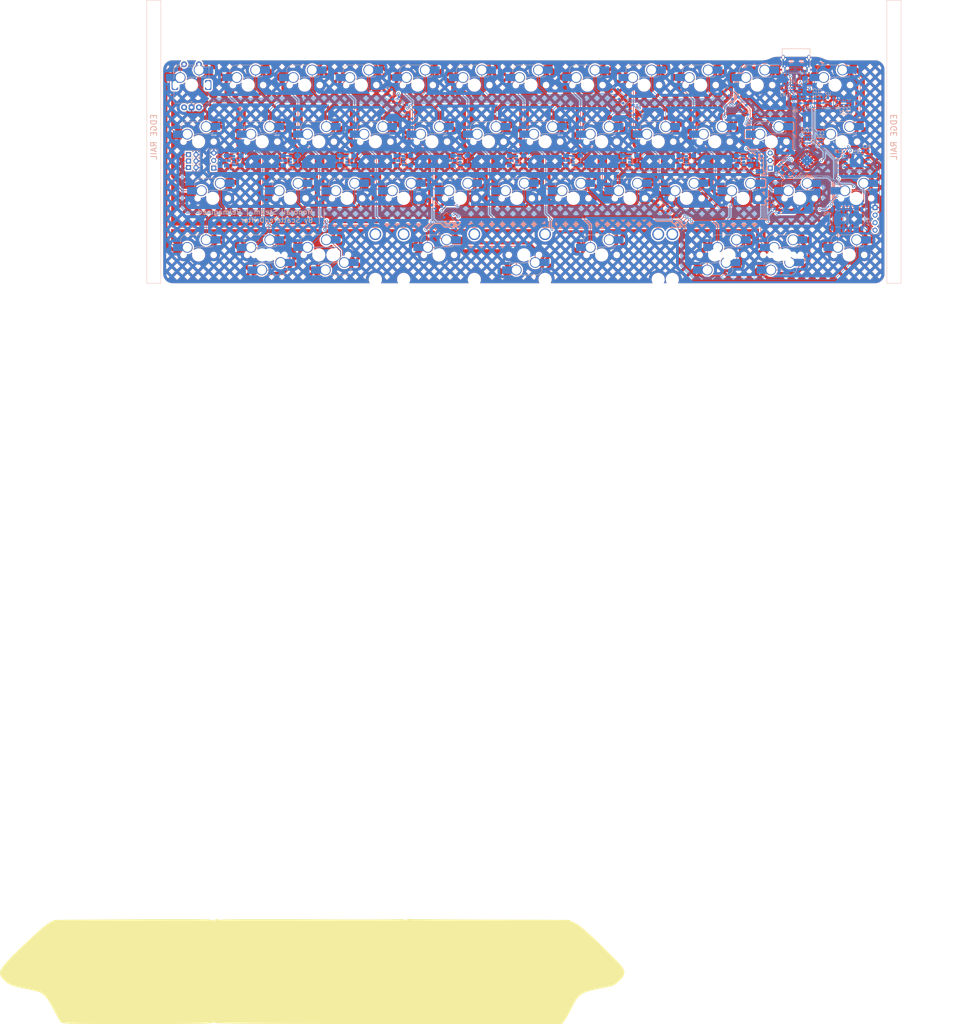
<source format=kicad_pcb>
(kicad_pcb (version 20221018) (generator pcbnew)
  (layers (0 "F.Cu" signal) (31 "B.Cu" signal) (34 "B.Paste" user) (35 "F.Paste" user) (36 "B.SilkS" user "B.Silkscreen") (37 "F.SilkS" user "F.Silkscreen") (38 "B.Mask" user) (39 "F.Mask" user) (44 "Edge.Cuts" user))
  (net 0 "")
  (net 1 "GND")
  (net 2 "VCC")
  (net 3 "D-")
  (net 4 "D+")
  (net 5 "+5V")
  (net 6 "+3V3")
  (net 7 "+1V1")
  (net 8 "Net-(C6-Pad2)")
  (net 9 "+5VD")
  (net 10 "XIN")
  (net 11 "ROW0")
  (net 12 "ENC_ROW")
  (net 13 "Net-(MX8-ROW)")
  (net 14 "Net-(MX9-ROW)")
  (net 15 "Net-(MX10-ROW)")
  (net 16 "Net-(MX11-ROW)")
  (net 17 "Net-(MX12-ROW)")
  (net 18 "Net-(MX13-ROW)")
  (net 19 "Net-(MX14-ROW)")
  (net 20 "Net-(MX15-ROW)")
  (net 21 "Net-(MX16-ROW)")
  (net 22 "Net-(MX17-ROW)")
  (net 23 "Net-(MX18-ROW)")
  (net 24 "ROW1")
  (net 25 "Net-(MX19-ROW)")
  (net 26 "Net-(MX20-ROW)")
  (net 27 "Net-(MX21-ROW)")
  (net 28 "Net-(MX22-ROW)")
  (net 29 "Net-(MX31-ROW)")
  (net 30 "Net-(MX32-ROW)")
  (net 31 "Net-(MX33-ROW)")
  (net 32 "Net-(MX34-ROW)")
  (net 33 "Net-(MX35-ROW)")
  (net 34 "Net-(MX36-ROW)")
  (net 35 "Net-(MX37-ROW)")
  (net 36 "Net-(MX38-ROW)")
  (net 37 "ROW2")
  (net 38 "Net-(MX23-ROW)")
  (net 39 "Net-(MX24-ROW)")
  (net 40 "Net-(MX25-ROW)")
  (net 41 "Net-(MX26-ROW)")
  (net 42 "Net-(MX27-ROW)")
  (net 43 "Net-(MX28-ROW)")
  (net 44 "Net-(MX39-ROW)")
  (net 45 "Net-(MX40-ROW)")
  (net 46 "Net-(MX41-ROW)")
  (net 47 "Net-(MX42-ROW)")
  (net 48 "Net-(MX29-ROW)")
  (net 49 "Net-(MX30-ROW)")
  (net 50 "ROW3")
  (net 51 "Net-(MX46-ROW)")
  (net 52 "Net-(MX2-ROW)")
  (net 53 "Net-(MX47-ROW)")
  (net 54 "Net-(MX43-ROW)")
  (net 55 "Net-(MX1-ROW)")
  (net 56 "Net-(MX48-ROW)")
  (net 57 "Net-(MX58-COL)")
  (net 58 "Net-(MX49-COL)")
  (net 59 "LED1")
  (net 60 "LED2")
  (net 61 "LED3")
  (net 62 "Net-(D56-DIN)")
  (net 63 "RGB_OUT")
  (net 64 "Net-(D59-DOUT)")
  (net 65 "RGB")
  (net 66 "Net-(D60-DOUT)")
  (net 67 "Net-(D61-DOUT)")
  (net 68 "Net-(D62-DOUT)")
  (net 69 "Net-(D63-DOUT)")
  (net 70 "Net-(D64-DIN)")
  (net 71 "Net-(D65-DIN)")
  (net 72 "Net-(D66-DIN)")
  (net 73 "SCL")
  (net 74 "SDA")
  (net 75 "COL0")
  (net 76 "COL1")
  (net 77 "COL2")
  (net 78 "COL3")
  (net 79 "COL4")
  (net 80 "COL5")
  (net 81 "COL6")
  (net 82 "COL7")
  (net 83 "COL8")
  (net 84 "COL9")
  (net 85 "COL10")
  (net 86 "COL11")
  (net 87 "Net-(J6-CC1)")
  (net 88 "Net-(J6-CC2)")
  (net 89 "RUN")
  (net 90 "Net-(U3-USB_DM)")
  (net 91 "Net-(U3-USB_DP)")
  (net 92 "XOUT")
  (net 93 "QSPI_SS")
  (net 94 "Net-(SWR2-B)")
  (net 95 "ENCB")
  (net 96 "ENCA")
  (net 97 "SWCLK")
  (net 98 "SWDIO")
  (net 100 "QSPI_D3")
  (net 101 "QSPI_CLK")
  (net 102 "QSPI_D0")
  (net 103 "QSPI_D2")
  (net 104 "QSPI_D1")
  (net 108 "unconnected-(U3-GPIO1-Pad3)")
  (net 110 "unconnected-(U3-GPIO0-Pad2)")
  (net 111 "unconnected-(U3-GPIO17-Pad28)")
  (footprint "marbastlib-mx:STAB_MX_P_6.25u" (layer "F.Cu") (at 150.8125 130.175)
    (fp_text reference "REF**" hide)
    (fp_text value "STAB_MX_P_6.25u")
  )
  (footprint "LOGO" (layer "F.Cu") (at 81.75625 368.3)
    (fp_text reference "G***" hide)
    (fp_text value "LOGO" hide)
  )
  (footprint "marbastlib-mx:STAB_MX_P_3u" (layer "F.Cu") (at 177.00625 130.175)
    (fp_text reference "REF**" hide)
    (fp_text value "STAB_MX_P_3u")
  )
  (footprint "marbastlib-mx:STAB_MX_P_2u" (layer "F.Cu") (at 122.2375 130.175)
    (fp_text reference "REF**" hide)
    (fp_text value "STAB_MX_P_2u")
  )
  (footprint "LOGO" (layer "F.Cu") (at 79.375 373.0625)
    (fp_text reference "G***" hide)
    (fp_text value "LOGO" hide)
  )
  (footprint "Connector_USB:USB_C_Receptacle_HRO_TYPE-C-31-M-12" (layer "B.Cu") (at 242.47275 64.7278)
    (fp_text reference "J6" hide)
    (fp_text value "USB_C_Receptacle_USB2.0")
  )
  (footprint "marbastlib-mx:SW_MX_HS_1u_NOREF" (layer "B.Cu") (at 196.05625 92.075 180)
    (fp_text reference "MX27")
    (fp_text value "MX-NoLED" hide)
  )
  (footprint "Connector_PinHeader_2.54mm:PinHeader_1x02_P2.54mm_Vertical" (layer "B.Cu") (at 37.8664 100.7618 -90)
    (fp_text reference "J1" hide)
    (fp_text value "Conn_01x02_Male")
  )
  (footprint "Connector_PinHeader_2.54mm:PinHeader_1x03_P2.54mm_Vertical" (layer "B.Cu") (at 46.3804 100.95)
    (fp_text reference "J9" hide)
    (fp_text value "Conn_01x03_Male")
  )
  (footprint "marbastlib-mx:SW_MX_HS_1u_NOREF" (layer "B.Cu") (at 177.00625 130.175 180)
    (fp_text reference "MX58")
    (fp_text value "MX-NoLED" hide)
  )
  (footprint "Capacitor_SMD:C_0402_1005Metric" (layer "B.Cu") (at 260.30555 79.1086 90)
    (fp_text reference "C21")
    (fp_text value "100n")
  )
  (footprint "marbastlib-mx:SW_MX_HS_1u_NOREF" (layer "B.Cu") (at 41.275 92.075 180)
    (fp_text reference "MX19")
    (fp_text value "MX-NoLED" hide)
  )
  (footprint "Capacitor_SMD:C_0603_1608Metric" (layer "B.Cu") (at 250.3932 78.3336 90)
    (fp_text reference "C15")
    (fp_text value "0.1uF")
  )
  (footprint "Capacitor_SMD:C_0402_1005Metric" (layer "B.Cu") (at 259.13715 79.1086 90)
    (fp_text reference "C23")
    (fp_text value "100n")
  )
  (footprint "marbastlib-mx:SW_MX_HS_1u_NOREF" (layer "B.Cu") (at 62.70625 92.075 180)
    (fp_text reference "MX20")
    (fp_text value "MX-NoLED" hide)
  )
  (footprint "Keebio-Parts:SW_SPST_TL3342" (layer "B.Cu") (at 256.5908 118.0338 90)
    (fp_text reference "SWR1" hide)
    (fp_text value "SW_SPST")
  )
  (footprint "Capacitor_SMD:C_0402_1005Metric" (layer "B.Cu") (at 251.7394 78.3336 90)
    (fp_text reference "C1")
    (fp_text value "10u")
  )
  (footprint "Capacitor_SMD:C_0603_1608Metric" (layer "B.Cu") (at 230.124 99.949 180)
    (fp_text reference "C18" hide)
    (fp_text value "0.1uF")
  )
  (footprint "Package_TO_SOT_SMD:SOT-23-6" (layer "B.Cu") (at 242.48025 73.975 180)
    (fp_text reference "U1")
    (fp_text value "SRV05-4")
  )
  (footprint "cipulot_kicad_parts:RP2040-QFN-56" (layer "B.Cu") (at 246.15775 98.425 135)
    (fp_text reference "U3")
    (fp_text value "RP2040TR7")
  )
  (footprint "marbastlib-mx:SW_MX_HS_1u_NOREF" (layer "B.Cu") (at 234.15625 92.075 180)
    (fp_text reference "MX29")
    (fp_text value "MX-NoLED" hide)
  )
  (footprint "marbastlib-mx:SW_MX_HS_1u_NOREF" (layer "B.Cu") (at 243.68125 111.125 180)
    (fp_text reference "MX41")
    (fp_text value "MX-NoLED" hide)
  )
  (footprint "marbastlib-mx:SW_MX_HS_1u_NOREF" (layer "B.Cu") (at 91.28125 111.125 180)
    (fp_text reference "MX33")
    (fp_text value "MX-NoLED" hide)
  )
  (footprint "marbastlib-mx:SW_MX_HS_1u_NOREF" (layer "B.Cu") (at 236.5375 130.175)
    (fp_text reference "MX1")
    (fp_text value "MX-NoLED" hide)
  )
  (footprint "Package_TO_SOT_SMD:SOT-23" (layer "B.Cu") (at 125.3236 117.5004 45)
    (fp_text reference "D19" hide)
    (fp_text value "BAV70")
  )
  (footprint "marbastlib-mx:SW_MX_HS_1u_NOREF" (layer "B.Cu") (at 215.10625 92.075 180)
    (fp_text reference "MX28")
    (fp_text value "MX-NoLED" hide)
  )
  (footprint "Fuse:Fuse_1206_3216Metric" (layer "B.Cu") (at 241.8588 78.346 90)
    (fp_text reference "F1")
    (fp_text value "500mA")
  )
  (footprint "Capacitor_SMD:C_0402_1005Metric" (layer "B.Cu") (at 246.15775 90.043 -90)
    (fp_text reference "C5")
    (fp_text value "1u")
  )
  (footprint "Capacitor_SMD:C_0402_1005Metric" (layer "B.Cu") (at 256.4638 78.3336 90)
    (fp_text reference "C2")
    (fp_text value "10u")
  )
  (footprint "Package_TO_SOT_SMD:SOT-23" (layer "B.Cu") (at 186.8932 80.3656 45)
    (fp_text reference "D13" hide)
    (fp_text value "BAV70")
  )
  (footprint "WS2812B:WS2812B_data-bridgeable" (layer "B.Cu") (at 110.26775 98.425 -90)
    (fp_text reference "D66" hide)
    (fp_text value "WS2812B" hide)
  )
  (footprint "WS2812B:WS2812B_data-bridgeable" (layer "B.Cu") (at 205.51775 98.425 -90)
    (fp_text reference "D60" hide)
    (fp_text value "WS2812B" hide)
  )
  (footprint "Connector_PinHeader_2.54mm:PinHeader_1x02_P2.54mm_Vertical" (layer "B.Cu") (at 37.8664 96.4184 -90)
    (fp_text reference "J2" hide)
    (fp_text value "Conn_01x02_Male")
  )
  (footprint "Package_TO_SOT_SMD:SOT-23" (layer "B.Cu") (at 227.584 82.9564 45)
    (fp_text reference "D18" hide)
    (fp_text value "BAV70")
  )
  (footprint "Package_SO:SOIC-8_5.23x5.23mm_P1.27mm" (layer "B.Cu") (at 262.87095 98.7552 180)
    (fp_text reference "U4")
    (fp_text value "W25Q128JVS")
  )
  (footprint "Keebio-Parts:SW_SPST_TL3342" (layer "B.Cu") (at 262.73125 118.0338 -90)
    (fp_text reference "SWR2" hide)
    (fp_text value "SW_SPST")
  )
  (footprint "Capacitor_SMD:C_0603_1608Metric" (layer "B.Cu") (at 245.745 78.3336 90)
    (fp_text reference "C16" hide)
    (fp_text value "0.1uF")
  )
  (footprint "WS2812B:WS2812B_data-bridgeable" (layer "B.Cu") (at 186.46775 98.425 -90)
    (fp_text reference "D61" hide)
    (fp_text value "WS2812B" hide)
  )
  (footprint "marbastlib-mx:SW_MX_HS_1u_NOREF" (layer "B.Cu") (at 110.33125 111.125 180)
    (fp_text reference "MX34")
    (fp_text value "MX-NoLED" hide)
  )
  (footprint "Package_TO_SOT_SMD:SOT-23" (layer "B.Cu") (at 108.077 77.724 45)
    (fp_text reference "D1" hide)
    (fp_text value "BAV70")
  )
  (footprint "marbastlib-mx:SW_MX_HS_1u_NOREF" (layer "B.Cu") (at 122.2375 130.175 180)
    (fp_text reference "MX45")
    (fp_text value "MX-NoLED" hide)
  )
  (footprint "marbastlib-mx:SW_MX_HS_1u_NOREF" (layer "B.Cu") (at 153.19375 73.025 180)
    (fp_text reference "MX13")
    (fp_text value "MX-NoLED" hide)
  )
  (footprint "Package_TO_SOT_SMD:SOT-23" (layer "B.Cu") (at 110.6932 80.3656 45)
    (fp_text reference "D7" hide)
    (fp_text value "BAV70")
  )
  (footprint "Capacitor_SMD:C_0402_1005Metric" (layer "B.Cu") (at 251.2314 91.9734 90)
    (fp_text reference "C25")
    (fp_text value "100n")
  )
  (footprint "Capacitor_SMD:C_0402_1005Metric" (layer "B.Cu") (at 250.2154 91.9734 90)
    (fp_text reference "C26")
    (fp_text value "100n")
  )
  (footprint "Jumper:SolderJumper-2_P1.3mm_Bridged2Bar_Pad1.0x1.5mm" (layer "B.Cu") (at 230.124 102.0826 180)
    (fp_text reference "JP1" hide)
    (fp_text value "SolderJumper_2_Bridged")
  )
  (footprint "Package_TO_SOT_SMD:SOT-23" (layer "B.Cu") (at 254.127 78.3336 -90)
    (fp_text reference "U2")
    (fp_text value "XC6206PxxxMR")
  )
  (footprint "Package_TO_SOT_SMD:SOT-23" (layer "B.Cu") (at 119.8372 112.014 45)
    (fp_text reference "D10" hide)
    (fp_text value "BAV70")
  )
  (footprint "Capacitor_SMD:C_0402_1005Metric" (layer "B.Cu") (at 247.142 92.1004 90)
    (fp_text reference "C3")
    (fp_text value "1u")
  )
  (footprint "marbastlib-mx:SW_MX_HS_1u_NOREF" (layer "B.Cu") (at 215.10625 130.175)
    (fp_text reference "MX49")
    (fp_text value "MX-NoLED" hide)
  )
  (footprint "WS2812B:WS2812B_data-bridgeable" (layer "B.Cu") (at 224.82175 98.425 -90)
    (fp_text reference "D59" hide)
    (fp_text value "WS2812B" hide)
  )
  (footprint "marbastlib-mx:SW_MX_HS_1u_NOREF" (layer "B.Cu") (at 41.275 130.175 180)
    (fp_text reference "MX46")
    (fp_text value "MX-NoLED" hide)
  )
  (footprint "marbastlib-mx:SW_MX_HS_1u_NOREF" (layer "B.Cu") (at 76.99375 73.025 180)
    (fp_text reference "MX9")
    (fp_text value "MX-NoLED" hide)
  )
  (footprint "Package_TO_SOT_SMD:SOT-23" (layer "B.Cu") (at 236.728 114.554 45)
    (fp_text reference "D17" hide)
    (fp_text value "BAV70")
  )
  (footprint "marbastlib-mx:SW_MX_HS_1u_NOREF" (layer "B.Cu") (at 186.53125 111.125 180)
    (fp_text reference "MX38")
    (fp_text value "MX-NoLED" hide)
  )
  (footprint "Package_TO_SOT_SMD:SOT-23" (layer "B.Cu") (at 181.737 75.184 45)
    (fp_text reference "D4" hide)
    (fp_text value "BAV70")
  )
  (footprint "marbastlib-mx:SW_MX_HS_1u_NOREF" (layer "B.Cu") (at 177.00625 92.075 180)
    (fp_text reference "MX26")
    (fp_text value "MX-NoLED" hide)
  )
  (footprint "Resistor_SMD:R_0402_1005Metric" (layer "B.Cu") (at 244.094 80.4672 180)
    (fp_text reference "R7")
    (fp_text value "27")
  )
  (footprint "Resistor_SMD:R_0402_1005Metric" (layer "B.Cu") (at 244.094 81.5848 180)
    (fp_text reference "R6")
    (fp_text value "27")
  )
  (footprint "WS2812B:WS2812B_data-bridgeable" (layer "B.Cu") (at 148.36775 98.425 -90)
    (fp_text reference "D63" hide)
    (fp_text value "WS2812B" hide)
  )
  (footprint "Package_TO_SOT_SMD:SOT-23" (layer "B.Cu") (at 127.8636 120.0404 45)
    (fp_text reference "D20" hide)
    (fp_text value "BAV70")
  )
  (footprint "marbastlib-mx:SW_MX_HS_1u_NOREF" (layer "B.Cu") (at 191.29375 73.025 180)
    (fp_text reference "MX15")
    (fp_text value "MX-NoLED" hide)
  )
  (footprint "Capacitor_SMD:C_0402_1005Metric" (layer "B.Cu") (at 245.1862 90.043 -90)
    (fp_text reference "C8")
    (fp_text value "100n")
  )
  (footprint "Package_TO_SOT_SMD:SOT-23" (layer "B.Cu") (at 201.5236 117.5004 45)
    (fp_text reference "D22" hide)
    (fp_text value "BAV70")
  )
  (footprint "Capacitor_SMD:C_0603_1608Metric" (layer "B.Cu") (at 248.8438 78.3336 90)
    (fp_text reference "C17")
    (fp_text value "0.1uF")
  )
  (footprint "marbastlib-mx:SW_MX_HS_1u_NOREF" (layer "B.Cu") (at 210.34375 73.025 180)
    (fp_text reference "MX16")
    (fp_text value "MX-NoLED" hide)
  )
  (footprint "Package_TO_SOT_SMD:SOT-23" (layer "B.Cu") (at 122.3772 114.554 45)
    (fp_text reference "D9" hide)
    (fp_text value "BAV70")
  )
  (footprint "marbastlib-mx:SW_MX_HS_1u_NOREF" (layer "B.Cu") (at 81.75625 92.075 180)
    (fp_text reference "MX21")
    (fp_text value "MX-NoLED" hide)
  )
  (footprint "WS2812B:WS2812B_data-bridgeable" (layer "B.Cu") (at 129.31775 98.425 -90)
    (fp_text reference "D67" hide)
    (fp_text value "WS2812B" hide)
  )
  (footprint "marbastlib-mx:SW_MX_HS_1u_NOREF" (layer "B.Cu") (at 62.70625 130.175 180)
    (fp_text reference "MX52")
    (fp_text value "MX-NoLED" hide)
  )
  (footprint "Package_TO_SOT_SMD:SOT-23" (layer "B.Cu") (at 225.044 80.4164 45)
    (fp_text reference "D15" hide)
    (fp_text value "BAV70")
  )
  (footprint "marbastlib-mx:SW_MX_HS_1u_NOREF" (layer "B.Cu") (at 167.48125 111.125 180)
    (fp_text reference "MX37")
    (fp_text value "MX-NoLED" hide)
  )
  (footprint "marbastlib-mx:SW_MX_HS_1u_NOREF" (layer "B.Cu") (at 257.96875 92.075 180)
    (fp_text reference "MX30")
    (fp_text value "MX-NoLED" hide)
  )
  (footprint "Resistor_SMD:R_0402_1005Metric" (layer "B.Cu") (at 253.0094 114.7064 -90)
    (fp_text reference "R5")
    (fp_text value "5.1k")
  )
  (footprint "marbastlib-mx:SW_MX_HS_1u_NOREF" (layer "B.Cu") (at 100.80625 92.075 180)
    (fp_text reference "MX22")
    (fp_text value "MX-NoLED" hide)
  )
  (footprint "marbastlib-mx:SW_MX_HS_1u_NOREF" (layer "B.Cu") (at 134.14375 73.025 180)
    (fp_text reference "MX12")
    (fp_text value "MX-NoLED" hide)
  )
  (footprint "Package_TO_SOT_SMD:SOT-23" (layer "B.Cu") (at 219.8624 75.184 45)
    (fp_text reference "D5" hide)
    (fp_text value "BAV70")
  )
  (footprint "Package_TO_SOT_SMD:SOT-23" (layer "B.Cu") (at 198.5772 114.554 45)
    (fp_text reference "D11" hide)
    (fp_text value "BAV70")
  )
  (footprint "marbastlib-mx:SW_MX_HS_1u_NOREF" (layer "B.Cu") (at 38.89375 73.025 180)
    (fp_text reference "MX7")
    (fp_text value "MX-NoLED" hide)
  )
  (footprint "WS2812B:WS2812B_data-bridgeable" (layer "B.Cu") (at 91.21775 98.425 -90)
    (fp_text reference "D65" hide)
    (fp_text value "WS2812B" hide)
  )
  (footprint "Package_TO_SOT_SMD:SOT-23" (layer "B.Cu") (at 189.4586 82.9056 45)
    (fp_text reference "D14" hide)
    (fp_text value "BAV70")
  )
  (footprint "Package_TO_SOT_SMD:SOT-23" (layer "B.Cu") (at 184.277 77.724 45)
    (fp_text reference "D3" hide)
    (fp_text value "BAV70")
  )
  (footprint "Package_TO_SOT_SMD:SOT-23" (layer "B.Cu") (at 105.56875 75.184 45)
    (fp_text reference "D2" hide)
    (fp_text value "BAV70")
  )
  (footprint "Capacitor_SMD:C_0402_1005Metric" (layer "B.Cu") (at 241.534835 103.866835 45)
    (fp_text reference "C27" hide)
    (fp_text value "30p")
  )
  (footprint "marbastlib-mx:SW_MX_HS_1u_NOREF" (layer "B.Cu") (at 262.73125 111.125 180)
    (fp_text reference "MX42")
    (fp_text value "MX-NoLED" hide)
  )
  (footprint "Capacitor_SMD:C_0603_1608Metric" (layer "B.Cu") (at 230.124 98.425 180)
    (fp_text reference "C13" hide)
    (fp_text value "0.1uF")
  )
  (footprint "marbastlib-mx:SW_MX_HS_1u_NOREF" (layer "B.Cu") (at 150.8125 130.175)
    (fp_text reference "MX43")
    (fp_text value "MX-NoLED" hide)
  )
  (footprint "marbastlib-mx:SW_MX_HS_1u_NOREF" (layer "B.Cu") (at 72.23125 111.125 180)
    (fp_text reference "MX32")
    (fp_text value "MX-NoLED" hide)
  )
  (footprint "Resistor_SMD:R_0402_1005Metric" (layer "B.Cu") (at 237.0582 99.4156 45)
    (fp_text reference "R12" hide)
    (fp_text value "1k")
  )
  (footprint "marbastlib-mx:SW_MX_HS_1u_NOREF" (layer "B.Cu") (at 115.09375 73.025 180)
    (fp_text reference "MX11")
    (fp_text value "MX-NoLED" hide)
  )
  (footprint "Crystal:Crystal_SMD_3225-4Pin_3.2x2.5mm" (layer "B.Cu") (at 239.114577 102.572458 -45)
    (fp_text reference "Y1")
    (fp_text value "Crystal_GND24_Small")
  )
  (footprint "marbastlib-mx:SW_MX_HS_1u_NOREF" (layer "B.Cu") (at 219.86875 130.175 180)
    (fp_text reference "MX54")
    (fp_text value "MX-NoLED" hide)
  )
  (footprint "marbastlib-mx:SW_MX_HS_1u_NOREF" (layer "B.Cu") (at 238.91875 130.175 180)
    (fp_text reference "MX57")
    (fp_text value "MX-NoLED" hide)
  )
  (footprint "Resistor_SMD:R_0402_1005Metric" (layer "B.Cu") (at 266.33805 121.3358 -90)
    (fp_text reference "R14")
    (fp_text value "1k")
  )
  (footprint "marbastlib-mx:SW_MX_HS_1u_NOREF" (layer "B.Cu") (at 119.85625 92.075 180)
    (fp_text reference "MX23")
    (fp_text value "MX-NoLED" hide)
  )
  (footprint "Capacitor_SMD:C_0603_1608Metric" (layer "B.Cu") (at 247.2944 78.3336 90)
    (fp_text reference "C19" hide)
    (fp_text value "0.1uF")
  )
  (footprint "Resistor_SMD:R_0603_1608Metric" (layer "B.Cu") (at 247.04675 73.975 -90)
    (fp_text reference "R4")
    (fp_text value "5.1k")
  )
  (footprint "marbastlib-mx:SW_MX_HS_1u_NOREF" (layer "B.Cu") (at 148.43125 111.125 180)
    (fp_text reference "MX36")
    (fp_text value "MX-NoLED" hide)
  )
  (footprint "marbastlib-mx:SW_MX_HS_1u_NOREF" (layer "B.Cu") (at 46.0375 111.125 180)
    (fp_text reference "MX31")
    (fp_text value "MX-NoLED" hide)
  )
  (footprint "WS2812B:WS2812B_data-bridgeable" (layer "B.Cu") (at 167.41775 98.425 -90)
    (fp_text reference "D62" hide)
    (fp_text value "WS2812B" hide)
  )
  (footprint "Capacitor_SMD:C_0402_1005Metric" (layer "B.Cu") (at 258.01955 79.1086 90)
    (fp_text reference "C22")
    (fp_text value "100n")
  )
  (footprint "marbastlib-mx:SW_MX_HS_1u_NOREF" (layer "B.Cu") (at 57.94375 73.025 180)
    (fp_text reference "MX8")
    (fp_text value "MX-NoLED" hide)
  )
  (footprint "Capacitor_SMD:C_0402_1005Metric" (layer "B.Cu") (at 259.1308 95.3262)
    (fp_text reference "C28")
    (fp_text value "100n")
  )
  (footprint "WS2812B:WS2812B_data-bridgeable" (layer "B.Cu") (at 72.16775 98.425 -90)
    (fp_text reference "D64" hide)
    (fp_text value "WS2812B" hide)
  )
  (footprint "Capacitor_SMD:C_0402_1005Metric" (layer "B.Cu") (at 247.142 90.043 -90)
    (fp_text reference "C7")
    (fp_text value "100n")
  )
  (footprint "marbastlib-mx:SW_MX_HS_1u_NOREF" (layer "B.Cu") (at 129.38125 111.125 180)
    (fp_text reference "MX35")
    (fp_text value "MX-NoLED" hide)
  )
  (footprint "Capacitor_SMD:C_0603_1608Metric" (layer "B.Cu") (at 230.124 96.901 180)
    (fp_text reference "C14" hide)
    (fp_text value "0.1uF")
  )
  (footprint "Capacitor_SMD:C_0603_1608Metric" (layer "B.Cu") (at 243.87175 78.346 90)
    (fp_text reference "C20" hide)
    (fp_text value "0.1uF")
  )
  (footprint "Resistor_SMD:R_0603_1608Metric" (layer "B.Cu") (at 238.02975 73.975 -90)
    (fp_text reference "R2")
    (fp_text value "5.1k")
  )
  (footprint "Connector_PinHeader_2.54mm:PinHeader_1x04_P2.54mm_Vertical" (layer "B.Cu") (at 269.0876 114.2338 180)
    (fp_text reference "J8" hide)
    (fp_text value "Conn_01x04_Male")
  )
  (footprint "WS2812B:WS2812B_data-bridgeable" (layer "B.Cu") (at 53.11775 98.425 -90)
    (fp_text reference "D56" hide)
    (fp_text value "WS2812B" hide)
  )
  (footprint "marbastlib-mx:SW_MX_HS_1u_NOREF" (layer "B.Cu") (at 255.5875 73.025 180)
    (fp_text reference "MX18")
    (fp_text value "MX-NoLED" hide)
  )
  (footprint "marbastlib-mx:SW_MX_HS_1u_NOREF" (layer "B.Cu") (at 138.90625 92.075 180)
    (fp_text reference "MX24")
    (fp_text value "MX-NoLED" hide)
  )
  (footprint "Package_TO_SOT_SMD:SOT-23" (layer "B.Cu") (at 113.2332 82.9056 45)
    (fp_text reference "D8" hide)
    (fp_text value "BAV70")
  )
  (footprint "marbastlib-mx:SW_MX_HS_1u_NOREF" (layer "B.Cu") (at 65.0875 130.175)
    (fp_text reference "MX2")
    (fp_text value "MX-NoLED" hide)
  )
  (footprint "marbastlib-mx:SW_MX_HS_1u_NOREF" (layer "B.Cu") (at 86.51875 130.175)
    (fp_text reference "MX53")
    (fp_text value "MX-NoLED" hide)
  )
  (footprint "marbastlib-mx:SW_MX_HS_1u_NOREF" (layer "B.Cu") (at 260.35 130.175 180)
    (fp_text reference "MX48")
    (fp_text value "MX-NoLED" hide)
  )
  (footprint "marbastlib-mx:SW_MX_HS_1u_NOREF" (layer "B.Cu") (at 157.95625 92.075 180)
    (fp_text reference "MX25")
    (fp_text value "MX-NoLED" hide)
  )
  (footprint "marbastlib-mx:SW_MX_HS_1u_NOREF" (layer "B.Cu") (at 81.75625 130.175 180)
    (fp_text reference "MX47")
    (fp_text value "MX-NoLED" hide)
  )
  (footprint "Capacitor_SMD:C_0402_1005Metric" (layer "B.Cu") (at 245.1862 92.1004 90)
    (fp_text reference "C4")
    (fp_text value "10u")
  )
  (footprint "marbastlib-various:ROT_Alps_EC11E-Switch" (layer "B.Cu") (at 38.89375 73.025 180)
    (fp_text reference "SW3" hide)
    (fp_text value "RotaryEncoder_Switch")
  )
  (footprint "Capacitor_SMD:C_0402_1005Metric" (layer "B.Cu") (at 237.7948 100.1268 45)
    (fp_text reference "C6" hide)
    (fp_text value "30p")
  )
  (footprint "Package_TO_SOT_SMD:SOT-23" (layer "B.Cu") (at 196.0372 112.014 45)
    (fp_text reference "D12" hide)
    (fp_text value "BAV70")
  )
  (footprint "Package_TO_SOT_SMD:SOT-23" (layer "B.Cu") (at 234.188 112.014 45)
    (fp_text reference "D16" hide)
    (fp_text value "BAV70")
  )
  (footprint "marbastlib-mx:SW_MX_HS_1u_NOREF" (layer "B.Cu") (at 229.39375 73.025 180)
    (fp_text reference "MX17")
    (fp_text value "MX-NoLED" hide)
  )
  (footprint "Connector_PinHeader_2.54mm:PinHeader_1x03_P2.54mm_Vertical" (layer "B.Cu") (at 233.7562 100.965)
    (fp_text reference "SWD1" hide)
    (fp_text value "Conn_01x03_Female")
  )
  (footprint "Resistor_SMD:R_0603_1608Metric" (layer "B.Cu") (at 266.0142 95.0722 180)
    (fp_text reference "R13")
    (fp_text value "-10k")
  )
  (footprint "marbastlib-mx:SW_MX_HS_1u_NOREF" (layer "B.Cu") (at 96.04375 73.025 180)
    (fp_text reference "MX10")
    (fp_text value "MX-NoLED" hide)
  )
  (footprint "Connector_PinHeader_2.54mm:PinHeader_1x02_P2.54mm_Vertical" (layer "B.Cu") (at 37.8664 98.5774 -90)
    (fp_text reference "J3" hide)
    (fp_text value "Conn_01x02_Male")
  )
  (footprint "marbastlib-mx:SW_MX_HS_1u_NOREF" (layer "B.Cu") (at 224.63125 111.125 180)
    (fp_text reference "MX40")
    (fp_text value "MX-NoLED" hide)
  )
  (footprint "Package_TO_SOT_SMD:SOT-23" (layer "B.Cu") (at 222.4024 77.724 45)
    (fp_text reference "D6" hide)
    (fp_text value "BAV70")
  )
  (footprint "marbastlib-mx:SW_MX_HS_1u_NOREF" (layer "B.Cu") (at 172.24375 73.025 180)
    (fp_text reference "MX14")
    (fp_text value "MX-NoLED" hide)
  )
  (footprint "marbastlib-mx:SW_MX_HS_1u_NOREF" (layer "B.Cu") (at 205.58125 111.125 180)
    (fp_text reference "MX39")
    (fp_text value "MX-NoLED" hide)
  )
  (footprint "Package_TO_SOT_SMD:SOT-23" (layer "B.Cu") (at 204.0636 120.0404 45)
    (fp_text reference "D21" hide)
    (fp_text value "BAV70")
  )
  (gr_rect (start 23.8125 44.45) (end 28.575 139.7) (stroke (width 0.12)) (fill none) (layer "B.SilkS"))
  (gr_rect (start 273.05 44.45) (end 277.8125 139.7) (stroke (width 0.12)) (fill none) (layer "B.SilkS"))
  (gr_line (start 247.190625 69.008625) (end 247.190625 60.790625) (stroke (width 0.12)) (layer "B.SilkS"))
  (gr_line (start 237.790625 69.008625) (end 247.190625 69.008625) (stroke (width 0.12)) (layer "B.SilkS"))
  (gr_line (start 247.190625 60.790625) (end 237.790625 60.790625) (stroke (width 0.12)) (layer "B.SilkS"))
  (gr_line (start 237.790625 60.790625) (end 237.790625 69.008625) (stroke (width 0.12)) (layer "B.SilkS"))
  (gr_line (start 237.33125 63.5) (end 236.140625 63.5) (stroke (width 0.05)) (layer "Edge.Cuts"))
  (gr_line (start 147.6375 64.690625) (end 140.096875 64.690625) (stroke (width 0.05)) (layer "Edge.Cuts"))
  (gr_arc (start 29.36875 67.818) (mid 30.284737 65.606612) (end 32.496125 64.690625) (stroke (width 0.05)) (layer "Edge.Cuts"))
  (gr_line (start 140.096875 64.690625) (end 123.03125 64.690625) (stroke (width 0.05)) (layer "Edge.Cuts"))
  (gr_line (start 150.01875 64.690625) (end 147.6375 64.690625) (stroke (width 0.05)) (layer "Edge.Cuts"))
  (gr_line (start 75.40625 64.690625) (end 69.85 64.690625) (stroke (width 0.05)) (layer "Edge.Cuts"))
  (gr_arc (start 254 64.690625) (mid 252.988164 64.590429) (end 252.015625 64.29375) (stroke (width 0.05)) (layer "Edge.Cuts"))
  (gr_line (start 29.36875 67.818) (end 29.36875 136.525) (stroke (width 0.05)) (layer "Edge.Cuts"))
  (gr_arc (start 234.15625 63.896875) (mid 232.617609 64.489187) (end 230.98125 64.690625) (stroke (width 0.05)) (layer "Edge.Cuts"))
  (gr_line (start 230.98125 64.690625) (end 150.01875 64.690625) (stroke (width 0.05)) (layer "Edge.Cuts"))
  (gr_line (start 123.03125 64.690625) (end 117.475 64.690625) (stroke (width 0.05)) (layer "Edge.Cuts"))
  (gr_line (start 75.40625 64.690625) (end 93.265625 64.690625) (stroke (width 0.05)) (layer "Edge.Cuts"))
  (gr_arc (start 272.25625 136.525) (mid 271.326314 138.770064) (end 269.08125 139.7) (stroke (width 0.05)) (layer "Edge.Cuts"))
  (gr_line (start 98.821875 64.690625) (end 93.265625 64.690625) (stroke (width 0.05)) (layer "Edge.Cuts"))
  (gr_arc (start 269.128875 64.690625) (mid 271.340258 65.606617) (end 272.25625 67.818) (stroke (width 0.05)) (layer "Edge.Cuts"))
  (gr_line (start 237.33125 63.5) (end 247.65 63.5) (stroke (width 0.05)) (layer "Edge.Cuts"))
  (gr_arc (start 234.15625 63.896875) (mid 235.12879 63.600198) (end 236.140625 63.5) (stroke (width 0.05)) (layer "Edge.Cuts"))
  (gr_line (start 69.85 64.690625) (end 51.990625 64.690625) (stroke (width 0.05)) (layer "Edge.Cuts"))
  (gr_line (start 247.65 63.5) (end 248.840625 63.5) (stroke (width 0.05)) (layer "Edge.Cuts"))
  (gr_line (start 32.496125 64.690625) (end 51.990625 64.690625) (stroke (width 0.05)) (layer "Edge.Cuts"))
  (gr_line (start 254 64.690625) (end 269.128875 64.690625) (stroke (width 0.05)) (layer "Edge.Cuts"))
  (gr_arc (start 248.840625 63.5) (mid 250.476985 63.701435) (end 252.015625 64.29375) (stroke (width 0.05)) (layer "Edge.Cuts"))
  (gr_line (start 117.475 64.690625) (end 98.821875 64.690625) (stroke (width 0.05)) (layer "Edge.Cuts"))
  (gr_arc (start 32.54375 139.7) (mid 30.298686 138.770064) (end 29.36875 136.525) (stroke (width 0.05)) (layer "Edge.Cuts"))
  (gr_line (start 269.08125 139.7) (end 32.54375 139.7) (stroke (width 0.05)) (layer "Edge.Cuts"))
  (gr_line (start 272.25625 67.818) (end 272.25625 136.525) (stroke (width 0.05)) (layer "Edge.Cuts"))
  (gr_text "|| Monorail Steam | Reimagined\n|| By ScatteredDrifter\n" (at 84.5312 117.094) (layer "B.SilkS") (effects (font (size 1.7 1.7) (thickness 0.25)) (justify left mirror)))
  (gr_text "EDGE RAIL" (at 275.43125 90.4875 90) (layer "B.SilkS") (effects (font (size 2 2) (thickness 0.3)) (justify mirror)))
  (gr_text "EDGE RAIL" (at 26.19375 90.4875 90) (layer "B.SilkS") (effects (font (size 2 2) (thickness 0.3)) (justify mirror)))
  (segment (start 254.930543 105.063657) (end 255.019443 105.152557) (width 0.2) (layer "F.Cu") (net 1))
  (segment (start 237.412404 98.425) (end 233.5784 98.425) (width 0.25) (layer "F.Cu") (net 1))
  (segment (start 255.0986 112.846972) (end 255.0986 105.231715) (width 0.2) (layer "F.Cu") (net 1))
  (segment (start 262.499 114.2338) (end 269.0876 114.2338) (width 0.2) (layer "F.Cu") (net 1))
  (segment (start 237.912543 103.184057) (end 238.278519 103.550033) (width 0.2) (layer "F.Cu") (net 1))
  (segment (start 242.3088 91.6178) (end 242.3088 94.57605) (width 0.25) (layer "F.Cu") (net 1))
  (segment (start 60.027379 95.1537) (end 60.027379 94.850779) (width 0.2) (layer "F.Cu") (net 1))
  (segment (start 244.313075 77.352525) (end 242.3922 79.2734) (width 0.25) (layer "F.Cu") (net 1))
  (segment (start 241.808 103.550033) (end 249.174 103.550033) (width 0.2) (layer "F.Cu") (net 1))
  (segment (start 241.4088 94.428604) (end 237.819502 98.017902) (width 0.25) (layer "F.Cu") (net 1))
  (segment (start 245.256189 99.326561) (end 246.15775 98.425) (width 0.2) (layer "F.Cu") (net 1))
  (segment (start 255.8405 113.588872) (end 255.0986 112.846972) (width 0.2) (layer "F.Cu") (net 1))
  (segment (start 255.8405 114.861565) (end 255.8405 113.588872) (width 0.2) (layer "F.Cu") (net 1))
  (segment (start 60.027379 94.850779) (end 60.087436 94.790722) (width 0.2) (layer "F.Cu") (net 1))
  (segment (start 240.8174 78.8924) (end 241.4088 79.4838) (width 0.25) (layer "F.Cu") (net 1))
  (segment (start 238.278519 103.550033) (end 239.1918 103.550033) (width 0.2) (layer "F.Cu") (net 1))
  (segment (start 55.1752 80.88) (end 53.0098 78.7146) (width 0.2) (layer "F.Cu") (net 1))
  (segment (start 40.70415 78.7146) (end 38.89375 80.525) (width 0.2) (layer "F.Cu") (net 1))
  (segment (start 254.409843 104.542957) (end 254.930543 105.063657) (width 0.2) (layer "F.Cu") (net 1))
  (segment (start 244.313075 76.088875) (end 244.313075 77.352525) (width 0.25) (layer "F.Cu") (net 1))
  (segment (start 261.8486 114.8842) (end 262.499 114.2338) (width 0.2) (layer "F.Cu") (net 1))
  (segment (start 242.3088 79.3568) (end 242.3088 81.2038) (width 0.25) (layer "F.Cu") (net 1))
  (segment (start 242.3088 94.57605) (end 245.256189 97.523439) (width 0.25) (layer "F.Cu") (net 1))
  (segment (start 242.3088 86.5886) (end 242.3088 91.6178) (width 0.25) (layer "F.Cu") (net 1))
  (segment (start 255.0986 105.231715) (end 254.930543 105.063657) (width 0.2) (layer "F.Cu") (net 1))
  (segment (start 53.0098 78.7146) (end 40.70415 78.7146) (width 0.2) (layer "F.Cu") (net 1))
  (segment (start 237.819502 98.017902) (end 237.412404 98.425) (width 0.25) (layer "F.Cu") (net 1))
  (segment (start 55.1752 93.028085) (end 55.1752 80.88) (width 0.2) (layer "F.Cu") (net 1))
  (segment (start 240.8174 78.5622) (end 240.8174 78.8924) (width 0.25) (layer "F.Cu") (net 1))
  (segment (start 239.1918 103.550033) (end 241.808 103.550033) (width 0.2) (layer "F.Cu") (net 1))
  (segment (start 242.3922 79.2734) (end 242.3088 79.3568) (width 0.25) (layer "F.Cu") (net 1))
  (segment (start 59.549714 94.253) (end 56.400114 94.253) (width 0.2) (layer "F.Cu") (net 1))
  (segment (start 239.1918 103.550033) (end 239.527767 103.550033) (width 0.2) (layer "F.Cu") (net 1))
  (segment (start 56.400114 94.253) (end 55.1752 93.028085) (width 0.2) (layer "F.Cu") (net 1))
  (segment (start 237.3445 101.727) (end 237.3445 102.616014) (width 0.2) (layer "F.Cu") (net 1))
  (segment (start 249.174 103.550033) (end 253.416919 103.550033) (width 0.2) (layer "F.Cu") (net 1))
  (segment (start 247.059311 99.326561) (end 246.15775 98.425) (width 0.2) (layer "F.Cu") (net 1))
  (segment (start 237.3445 102.616014) (end 237.912543 103.184057) (width 0.2) (layer "F.Cu") (net 1))
  (segment (start 241.4088 79.4838) (end 241.4088 94.428604) (width 0.25) (layer "F.Cu") (net 1))
  (segment (start 253.416919 103.550033) (end 254.409843 104.542957) (width 0.2) (layer "F.Cu") (net 1))
  (segment (start 247.960872 98.425) (end 244.354628 98.425) (width 0.35) (layer "F.Cu") (net 1))
  (segment (start 242.3088 81.2038) (end 242.3088 86.5886) (width 0.25) (layer "F.Cu") (net 1))
  (segment (start 246.15775 96.621878) (end 246.15775 100.228122) (width 0.35) (layer "F.Cu") (net 1))
  (segment (start 60.087436 94.790722) (end 59.549714 94.253) (width 0.2) (layer "F.Cu") (net 1))
  (segment (start 239.527767 103.550033) (end 240.057094 103.020706) (width 0.2) (layer "F.Cu") (net 1))
  (via (at 209.2198 98.7552) (size 0.8) (drill 0.4) (layers "F.Cu" "B.Cu") (net 1))
  (via (at 205.2066 122.7328) (size 0.8) (drill 0.4) (layers "F.Cu" "B.Cu") (net 1))
  (via (at 243.6622 106.6292) (size 0.8) (drill 0.4) (layers "F.Cu" "B.Cu") (net 1))
  (via (at 94.9452 98.7298) (size 0.8) (drill 0.4) (layers "F.Cu" "B.Cu") (net 1))
  (via (at 255.1938 92.1766) (size 0.8) (drill 0.4) (layers "F.Cu" "B.Cu") (net 1))
  (via (at 40.513 70.7136) (size 0.8) (drill 0.4) (layers "F.Cu" "B.Cu") (net 1))
  (via (at 269.7988 99.8728) (size 0.8) (drill 0.4) (layers "F.Cu" "B.Cu") (net 1))
  (via (at 255.8405 114.861565) (size 0.8) (drill 0.4) (layers "F.Cu" "B.Cu") (net 1))
  (via (at 48.9204 114.6556) (size 0.8) (drill 0.4) (layers "F.Cu" "B.Cu") (net 1))
  (via (at 261.8486 114.8842) (size 0.8) (drill 0.4) (layers "F.Cu" "B.Cu") (net 1))
  (via (at 229.4636 83.8962) (size 0.8) (drill 0.4) (layers "F.Cu" "B.Cu") (net 1))
  (via (at 75.9968 98.7806) (size 0.8) (drill 0.4) (layers "F.Cu" "B.Cu") (net 1))
  (via (at 243.0526 113.8936) (size 0.8) (drill 0.4) (layers "F.Cu" "B.Cu") (net 1))
  (via (at 48.3362 98.5012) (size 0.8) (drill 0.4) (layers "F.Cu" "B.Cu") (net 1))
  (via (at 197.9676 110.5154) (size 0.8) (drill 0.4) (layers "F.Cu" "B.Cu") (net 1))
  (via (at 244.313075 76.088875) (size 0.8) (drill 0.4) (layers "F.Cu" "B.Cu") (net 1))
  (via (at 221.9706 111.1758) (size 0.8) (drill 0.4) (layers "F.Cu" "B.Cu") (net 1))
  (via (at 227.8888 108.6866) (size 0.8) (drill 0.4) (layers "F.Cu" "B.Cu") (net 1))
  (via (at 240.90805 78.457049) (size 0.8) (drill 0.4) (layers "F.Cu" "B.Cu") (net 1))
  (via (at 240.057094 103.020706) (size 0.8) (drill 0.4) (layers "F.Cu" "B.Cu") (net 1))
  (via (at 152.0444 98.7552) (size 0.8) (drill 0.4) (layers "F.Cu" "B.Cu") (net 1))
  (via (at 113.9952 98.7044) (size 0.8) (drill 0.4) (layers "F.Cu" "B.Cu") (net 1))
  (via (at 231.3432 92.075) (size 0.8) (drill 0.4) (layers "F.Cu" "B.Cu") (net 1))
  (via (at 236.6518 90.6272) (size 0.8) (drill 0.4) (layers "F.Cu" "B.Cu") (net 1))
  (via (at 218.7956 113.6396) (size 0.8) (drill 0.4) (layers "F.Cu" "B.Cu") (net 1))
  (via (at 228.3714 98.425) (size 0.8) (drill 0.4) (layers "F.Cu" "B.Cu") (net 1))
  (via (at 171.0182 98.7552) (size 0.8) (drill 0.4) (layers "F.Cu" "B.Cu") (net 1))
  (via (at 237.3445 101.727) (size 0.8) (drill 0.4) (layers "F.Cu" "B.Cu") (net 1))
  (via (at 56.9976 98.806) (size 0.8) (drill 0.4) (layers "F.Cu" "B.Cu") (net 1))
  (via (at 126.619 111.2774) (size 0.8) (drill 0.4) (layers "F.Cu" "B.Cu") (net 1))
  (via (at 133.1214 98.7298) (size 0.8) (drill 0.4) (layers "F.Cu" "B.Cu") (net 1))
  (via (at 60.027379 95.1537) (size 0.8) (drill 0.4) (layers "F.Cu" "B.Cu") (net 1))
  (via (at 190.0174 98.7552) (size 0.8) (drill 0.4) (layers "F.Cu" "B.Cu") (net 1))
  (segment (start 241.874246 103.527424) (end 243.228053 102.173617) (width 0.2) (layer "B.Cu") (net 1))
  (segment (start 237.455389 102.115351) (end 237.735719 102.395681) (width 0.2) (layer "B.Cu") (net 1))
  (segment (start 245.652699 66.6278) (end 239.292801 66.6278) (width 0.25) (layer "B.Cu") (net 1))
  (segment (start 58.1152 95.4532) (end 56.83955 95.4532) (width 0.2) (layer "B.Cu") (net 1))
  (segment (start 240.891783 102.350887) (end 240.493435 102.749235) (width 0.2) (layer "B.Cu") (net 1))
  (segment (start 265.67095 100.6602) (end 266.47095 100.6602) (width 0.2) (layer "B.Cu") (net 1))
  (segment (start 243.87175 76.5302) (end 243.87175 76.746224) (width 0.25) (layer "B.Cu") (net 1))
  (segment (start 134.6708 95.4532) (end 133.03955 95.4532) (width 0.2) (layer "B.Cu") (net 1))
  (segment (start 255.862735 114.8838) (end 257.9116 114.8838) (width 0.2) (layer "B.Cu") (net 1))
  (segment (start 116.078 95.4532) (end 96.266 95.4532) (width 0.2) (layer "B.Cu") (net 1))
  (segment (start 238.15275 63.6778) (end 238.15275 67.8578) (width 0.2) (layer "B.Cu") (net 1))
  (segment (start 240.057094 103.020706) (end 240.221964 103.020706) (width 0.2) (layer "B.Cu") (net 1))
  (segment (start 252.1712 77.5586) (end 253.0478 77.5586) (width 0.25) (layer "B.Cu") (net 1))
  (segment (start 258.01955 78.6286) (end 260.30555 78.6286) (width 0.25) (layer "B.Cu") (net 1))
  (segment (start 250.3932 77.5586) (end 251.4444 77.5586) (width 0.25) (layer "B.Cu") (net 1))
  (segment (start 237.735719 102.118219) (end 237.735719 102.395681) (width 0.2) (layer "B.Cu") (net 1))
  (segment (start 260.9525 94.4189) (end 260.3754 94.4189) (width 0.2) (layer "B.Cu") (net 1))
  (segment (start 243.87175 76.5302) (end 244.313075 76.088875) (width 0.25) (layer "B.Cu") (net 1))
  (segment (start 249.03375 91.186) (end 249.03375 93.81435) (width 0.2) (layer "B.Cu") (net 1))
  (segment (start 247.83375 88.33525) (end 247.83375 82.239522) (width 0.2) (layer "B.Cu") (net 1))
  (segment (start 46.7972 95.4532) (end 46.3804 95.87) (width 0.2) (layer "B.Cu") (net 1))
  (segment (start 209.7532 95.4532) (end 191.8208 95.4532) (width 0.2) (layer "B.Cu") (net 1))
  (segment (start 246.15775 98.425) (end 247.960872 98.425) (width 0.35) (layer "B.Cu") (net 1))
  (segment (start 245.72275 68.7728) (end 246.06275 68.4328) (width 0.25) (layer "B.Cu") (net 1))
  (segment (start 247.3706 88.7984) (end 247.83375 88.33525) (width 0.2) (layer "B.Cu") (net 1))
  (segment (start 259.5626 94.4189) (end 262.7701 94.4189) (width 0.2) (layer "B.Cu") (net 1))
  (segment (start 78.7908 95.4532) (end 75.88955 95.4532) (width 0.2) (layer "B.Cu") (net 1))
  (segment (start 62.7126 95.4532) (end 60.326879 95.4532) (width 0.2) (layer "B.Cu") (net 1))
  (segment (start 246.79275 67.767851) (end 246.79275 67.8578) (width 0.25) (layer "B.Cu") (net 1))
  (segment (start 41.1734 95.4532) (end 40.4064 96.2202) (width 0.2) (layer "B.Cu") (net 1))
  (segment (start 152.08955 95.4532) (end 150.76775 96.775) (width 0.2) (layer "B.Cu") (net 1))
  (segment (start 240.221964 103.020706) (end 240.493435 102.749235) (width 0.2) (layer "B.Cu") (net 1))
  (segment (start 238.15275 63.6778) (end 246.79275 63.6778) (width 0.2) (layer "B.Cu") (net 1))
  (segment (start 227.22175 96.775) (end 225.89995 95.4532) (width 0.2) (layer "B.Cu") (net 1))
  (segment (start 241.3762 78.0034) (end 240.8174 78.5622) (width 0.25) (layer "B.Cu") (net 1))
  (segment (start 229.349 96.3546) (end 229.349 96.901) (width 0.2) (layer "B.Cu") (net 1))
  (segment (start 258.4908 114.9854) (end 258.4908 121.2854) (width 0.2) (layer "B.Cu") (net 1))
  (segment (start 56.83955 95.4532) (end 55.51775 96.775) (width 0.2) (layer "B.Cu") (net 1))
  (segment (start 245.554691 81.7103) (end 244.943591 82.3214) (width 0.2) (layer "B.Cu") (net 1))
  (segment (start 240.63319 81.571) (end 237.0836 78.02141) (width 0.2) (layer "B.Cu") (net 1))
  (segment (start 257.9116 114.8838) (end 260.83125 114.8838) (width 0.2) (layer "B.Cu") (net 1))
  (segment (start 153.924 95.4532) (end 152.08955 95.4532) (width 0.2) (layer "B.Cu") (net 1))
  (segment (start 251.4444 77.5586) (end 251.7394 77.8536) (width 0.25) (layer "B.Cu") (net 1))
  (segment (start 256.4638 77.3938) (end 256.4638 77.8536) (width 0.25) (layer "B.Cu") (net 1))
  (segment (start 252.1712 77.5586) (end 252.952 77.5586) (width 0.25) (layer "B.Cu") (net 1))
  (segment (start 228.4476 95.4532) (end 229.349 96.3546) (width 0.2) (layer "B.Cu") (net 1))
  (segment (start 241.069053 102.173617) (end 240.493435 102.749235) (width 0.2) (layer "B.Cu") (net 1))
  (segment (start 255.8405 114.861565) (end 255.862735 114.8838) (width 0.2) (layer "B.Cu") (net 1))
  (segment (start 245.745 77.5586) (end 250.3932 77.5586) (width 0.25) (layer "B.Cu") (net 1))
  (segment (start 238.15275 67.767851) (end 238.15275 67.8578) (width 0.25) (layer "B.Cu") (net 1))
  (segment (start 237.455389 100.466211) (end 237.455389 102.115351) (width 0.2) (layer "B.Cu") (net 1))
  (segment (start 244.827002 74.93) (end 244.827002 75.574948) (width 0.25) (layer "B.Cu") (net 1))
  (segment (start 245.72275 69.8532) (end 245.72275 68.7728) (width 0.25) (layer "B.Cu") (net 1))
  (segment (start 242.5054 81.571) (end 240.63319 81.571) (width 0.2) (layer "B.Cu") (net 1))
  (segment (start 238.88275 68.4328) (end 239.22275 68.7728) (width 0.25) (layer "B.Cu") (net 1))
  (segment (start 261.8482 114.8838) (end 261.8486 114.8842) (width 0.2) (layer "B.Cu") (net 1))
  (segment (start 96.266 95.4532) (end 94.93955 95.4532) (width 0.2) (layer "B.Cu") (net 1))
  (segment (start 60.326879 95.4532) (end 60.027379 95.1537) (width 0.2) (layer "B.Cu") (net 1))
  (segment (start 243.823346 102.173617) (end 243.4336 102.173617) (width 0.2) (layer "B.Cu") (net 1))
  (segment (start 225.89995 95.4532) (end 209.7532 95.4532) (width 0.2) (layer "B.Cu") (net 1))
  (segment (start 239.292801 66.6278) (end 239.094876 66.825726) (width 0.25) (layer "B.Cu") (net 1))
  (segment (start 229.349 96.901) (end 229.349 99.949) (width 0.2) (layer "B.Cu") (net 1))
  (segment (start 250.0009 80.9103) (end 256.99544 80.9103) (width 0.2) (layer "B.Cu") (net 1))
  (segment (start 249.4792 94.2598) (end 252.66827 94.2598) (width 0.2) (layer "B.Cu") (net 1))
  (segment (start 239.094876 66.825726) (end 238.15275 67.767851) (width 0.25) (layer "B.Cu") (net 1))
  (segment (start 133.03955 95.4532) (end 131.71775 96.775) (width 0.2) (layer "B.Cu") (net 1))
  (segment (start 244.5512 89.9668) (end 244.5512 89.0778) (width 0.2) (layer "B.Cu") (net 1))
  (segment (start 256.54 96.2152) (end 258.3363 94.4189) (width 0.2) (layer "B.Cu") (net 1))
  (segment (start 231.775 97.5106) (end 232.6894 98.425) (width 0.2) (layer "B.Cu") (net 1))
  (segment (start 244.8306 88.7984) (end 247.3706 88.7984) (width 0.2) (layer "B.Cu") (net 1))
  (segment (start 247.04675 73.15) (end 244.827002 73.15) (width 0.25) (layer "B.Cu") (net 1))
  (segment (start 260.9244 78.6286) (end 260.30555 78.6286) (width 0.2) (layer "B.Cu") (net 1))
  (segment (start 249.03375 91.186) (end 249.03375 81.87745) (width 0.2) (layer "B.Cu") (net 1))
  (segment (start 232.6894 98.425) (end 233.7562 98.425) (width 0.2) (layer "B.Cu") (net 1))
  (segment (start 237.625838 102.2858) (end 232.664 102.2858) (width 0.2) (layer "B.Cu") (net 1))
  (segment (start 245.36975 77.571) (end 244.827002 77.028252) (width 0.25) (layer "B.Cu") (net 1))
  (segment (start 252.952 77.5586) (end 253.177 77.3336) (width 0.25) (layer "B.Cu") (net 1))
  (segment (start 228.4476 95.4532) (end 231.2924 95.4532) (width 0.2) (layer "B.Cu") (net 1))
  (segment (start 247.304528 81.7103) (end 245.554691 81.7103) (width 0.2) (layer "B.Cu") (net 1))
  (segment (start 239.22275 72.537956) (end 238.610706 73.15) (width 0.25) (layer "B.Cu") (net 1))
  (segment (start 113.98955 95.4532) (end 112.66775 96.775) (width 0.2) (layer "B.Cu") (net 1))
  (segment (start 249.03375 93.81435) (end 249.4792 94.2598) (width 0.2) (layer "B.Cu") (net 1))
  (segment (start 260.7564 80.264) (end 261.239 79.7814) (width 0.2) (layer "B.Cu") (net 1))
  (segment (start 244.827002 77.028252) (end 244.827002 75.057) (width 0.25) (layer "B.Cu") (net 1))
  (segment (start 243.87175 77.571) (end 243.87175 76.5302) (width 0.25) (layer "B.Cu") (net 1))
  (segment (start 225.89995 95.4532) (end 228.4476 95.4532) (width 0.2) (layer "B.Cu") (net 1))
  (segment (start 48.2854 95.4532) (end 41.1734 95.4532) (width 0.2) (layer "B.Cu") (net 1))
  (segment (start 252.66827 94.2598) (end 254.62367 96.2152) (width 0.2) (layer "B.Cu") (net 1))
  (segment (start 240.891783 102.346142) (end 240.891783 102.350887) (width 0.2) (layer "B.Cu") (net 1))
  (segment (start 96.266 95.4532) (end 78.7908 95.4532) (width 0.2) (layer "B.Cu") (net 1))
  (segment (start 153.924 95.4532) (end 134.6708 95.4532) (width 0.2) (layer "B.Cu") (net 1))
  (segment (start 237.735719 102.395681) (end 237.625838 102.2858) (width 0.2) (layer "B.Cu") (net 1))
  (segment (start 134.6708 95.4532) (end 116.078 95.4532) (width 0.2) (layer "B.Cu") (net 1))
  (segment (start 75.88955 95.4532) (end 74.56775 96.775) (width 0.2) (layer "B.Cu") (net 1))
  (segment (start 172.5676 95.4532) (end 171.13955 95.4532) (width 0.2) (layer "B.Cu") (net 1))
  (segment (start 255.8796 76.4794) (end 256.4638 77.0636) (width 0.25) (layer "B.Cu") (net 1))
  (segment (start 171.13955 95.4532) (end 169.81775 96.775) (width 0.2) (layer "B.Cu") (net 1))
  (segment (start 245.26875 70.3072) (end 245.72275 69.8532) (width 0.25) (layer "B.Cu") (net 1))
  (segment (start 246.06275 68.4328) (end 246.06275 67.037851) (width 0.25) (layer "B.Cu") (net 1))
  (segment (start 237.0836 74.09615) (end 238.02975 73.15) (width 0.2) (layer "B.Cu") (net 1))
  (segment (start 78.7908 95.4532) (end 62.7126 95.4532) (width 0.2) (layer "B.Cu") (net 1))
  (segment (start 243.2558 82.3214) (end 242.5054 81.571) (width 0.2) (layer "B.Cu") (net 1))
  (segment (start 231.2924 95.4532) (end 231.775 95.9358) (width 0.2) (layer "B.Cu") (net 1))
  (segment (start 244.827002 73.15) (end 244.002002 73.975) (width 0.25) (layer "B.Cu") (net 1))
  (segment (start 250.3932 77.5586) (end 252.1712 77.5586) (width 0.25) (layer "B.Cu") (net 1))
  (segment (start 190.18955 95.4532) (end 188.86775 96.775) (width 0.2) (layer "B.Cu") (net 1))
  (segment (start 256.99544 80.9103) (end 257.64174 80.264) (width 0.2) (layer "B.Cu") (net 1))
  (segment (start 261.239 78.9432) (end 260.9244 78.6286) (width 0.2) (layer "B.Cu") (net 1))
  (segment (start 260.3754 94.4189) (end 259.5626 94.4189) (width 0.2) (layer "B.Cu") (net 1))
  (segment (start 243.228053 102.173617) (end 243.4336 102.173617) (width 0.2) (layer "B.Cu") (net 1))
  (segment (start 245.1862 91.6204) (end 247.142 91.6204) (width 0.2) (layer "B.Cu") (net 1))
  (segment (start 259.6108 95.3262) (end 259.6108 95.1835) (width 0.2) (layer "B.Cu") (net 1))
  (segment (start 209.7532 95.4532) (end 209.23955 95.4532) (width 0.2) (layer "B.Cu") (net 1))
  (segment (start 249.03375 81.87745) (end 250.0009 80.9103) (width 0.2) (layer "B.Cu") (net 1))
  (segment (start 191.8208 95.4532) (end 172.5676 95.4532) (width 0.2) (layer "B.Cu") (net 1))
  (segment (start 253.0478 77.5586) (end 254.127 76.4794) (width 0.25) (layer "B.Cu") (net 1))
  (segment (start 231.775 95.9358) (end 231.775 97.5106) (width 0.2) (layer "B.Cu") (net 1))
  (segment (start 256.4638 77.3938) (end 257.6986 78.6286) (width 0.25) (layer "B.Cu") (net 1))
  (segment (start 245.1862 90.523) (end 245.1862 91.6204) (width 0.2) (layer "B.Cu") (net 1))
  (segment (start 264.7892 99.77845) (end 265.67095 100.6602) (width 0.2) (layer "B.Cu") (net 1))
  (segment (start 191.8208 95.4532) (end 190.18955 95.4532) (width 0.2) (layer "B.Cu") (net 1))
  (segment (start 258.4908 121.2854) (end 260.83125 121.2854) (width 0.2) (layer "B.Cu") (net 1))
  (segment (start 94.93955 95.4532) (end 93.61775 96.775) (width 0.2) (layer "B.Cu") (net 1))
  (segment (start 247.83375 82.239522) (end 247.304528 81.7103) (width 0.2) (layer "B.Cu") (net 1))
  (segment (start 256.4638 77.0636) (end 256.4638 77.3938) (width 0.25) (layer "B.Cu") (net 1))
  (segment (start 244.827002 70.748948) (end 244.827002 72.7202) (width 0.25) (layer "B.Cu") (net 1))
  (segment (start 259.6108 95.1835) (end 260.3754 94.4189) (width 0.2) (layer "B.Cu") (net 1))
  (segment (start 245.1862 90.523) (end 245.1074 90.523) (width 0.2) (layer "B.Cu") (net 1))
  (segment (start 244.002002 73.975) (end 243.61775 73.975) (width 0.25) (layer "B.Cu") (net 1))
  (segment (start 258.3363 94.4189) (end 259.5626 94.4189) (width 0.2) (layer "B.Cu") (net 1))
  (segment (start 238.610706 73.15) (end 238.02975 73.15) (width 0.25) (layer "B.Cu") (net 1))
  (segment (start 244.434177 101.562786) (end 244.042281 101.954681) (width 0.2) (layer "B.Cu") (net 1))
  (segment (start 245.39575 77.571) (end 245.36975 77.571) (width 0.25) (layer "B.Cu") (net 1))
  (segment (start 249.03375 91.186) (end 249.34115 91.4934) (width 0.2) (layer "B.Cu") (net 1))
  (segment (start 238.88275 67.037851) (end 238.88275 68.4328) (width 0.25) (layer "B.Cu") (net 1))
  (segment (start 58.1152 95.4532) (end 48.2854 95.4532) (width 0.2) (layer "B.Cu") (net 1))
  (segment (start 116.078 95.4532) (end 113.98955 95.4532) (width 0.2) (layer "B.Cu") (net 1))
  (segment (start 239.22275 68.7728) (end 239.22275 72.537956) (width 0.25) (layer "B.Cu") (net 1))
  (segment (start 229.349 98.425) (end 228.3714 98.425) (width 0.2) (layer "B.Cu") (net 1))
  (segment (start 261.239 79.7814) (end 261.239 78.9432) (width 0.2) (layer "B.Cu") (net 1))
  (segment (start 260.83125 121.2854) (end 260.83125 114.9854) (width 0.2) (layer "B.Cu") (net 1))
  (segment (start 246.06275 67.037851) (end 245.652699 66.6278) (width 0.25) (layer "B.Cu") (net 1))
  (segment (start 257.6986 78.6286) (end 258.01955 78.6286) (width 0.25) (layer "B.Cu") (net 1))
  (segment (start 232.664 102.2858) (end 231.775 101.3968) (width 0.2) (layer "B.Cu") (net 1))
  (segment (start 172.5676 95.4532) (end 153.924 95.4532) (width 0.2) (layer "B.Cu") (net 1))
  (segment (start 254.62367 96.2152) (end 256.54 96.2152) (width 0.2) (layer "B.Cu") (net 1))
  (segment (start 62.7126 95.4532) (end 58.1152 95.4532) (width 0.2) (layer "B.Cu") (net 1))
  (segment (start 246.79275 63.6778) (end 246.79275 67.8578) (width 0.2) (layer "B.Cu") (net 1))
  (segment (start 244.827002 75.057) (end 244.827002 75.574948) (width 0.25) (layer "B.Cu") (net 1))
  (segment (start 244.943591 82.3214) (end 243.2558 82.3214) (width 0.2) (layer "B.Cu") (net 1))
  (segment (start 257.9116 114.8838) (end 258.4908 114.8838) (width 0.2) (layer "B.Cu") (net 1))
  (segment (start 257.64174 80.264) (end 260.7564 80.264) (width 0.2) (layer "B.Cu") (net 1))
  (segment (start 254.127 76.4794) (end 255.8796 76.4794) (width 0.25) (layer "B.Cu") (net 1))
  (segment (start 243.4336 102.173617) (end 241.069053 102.173617) (width 0.2) (layer "B.Cu") (net 1))
  (segment (start 264.7892 96.438) (end 264.7892 99.77845) (width 0.2) (layer "B.Cu") (net 1))
  (segment (start 244.827002 74.93) (end 244.827002 75.057) (width 0.25) (layer "B.Cu") (net 1))
  (segment (start 237.3445 101.727) (end 237.735719 102.118219) (width 0.2) (layer "B.Cu") (net 1))
  (segment (start 260.83125 114.8838) (end 261.8482 114.8838) (width 0.2) (layer "B.Cu") (net 1))
  (segment (start 48.2854 95.4532) (end 46.7972 95.4532) (width 0.2) (layer "B.Cu") (net 1))
  (segment (start 244.827002 72.7202) (end 244.827002 73.15) (width 0.25) (layer "B.Cu") (net 1))
  (segment (start 245.1074 90.523) (end 244.5512 89.9668) (width 0.2) (layer "B.Cu") (net 1))
  (segment (start 241.8842 78.0034) (end 241.3762 78.0034) (width 0.25) (layer "B.Cu") (net 1))
  (segment (start 245.652699 66.6278) (end 246.79275 67.767851) (width 0.25) (layer "B.Cu") (net 1))
  (segment (start 243.87175 76.746224) (end 242.614574 78.0034) (width 0.25) (layer "B.Cu") (net 1))
  (segment (start 239.094876 66.825726) (end 238.88275 67.037851) (width 0.25) (layer "B.Cu") (net 1))
  (segment (start 244.5512 89.0778) (end 244.8306 88.7984) (width 0.2) (layer "B.Cu") (net 1))
  (segment (start 247.142 90.523) (end 245.1862 90.523) (width 0.2) (layer "B.Cu") (net 1))
  (segment (start 40.4064 100.7618) (end 40.4064 96.4184) (width 0.2) (layer "B.Cu") (net 1))
  (segment (start 244.042281 101.954681) (end 243.823346 102.173617) (width 0.2) (layer "B.Cu") (net 1))
  (segment (start 245.26875 70.3072) (end 244.827002 70.748948) (width 0.25) (layer "B.Cu") (net 1))
  (segment (start 231.775 101.3968) (end 231.775 97.5106) (width 0.2) (layer "B.Cu") (net 1))
  (segment (start 209.23955 95.4532) (end 207.91775 96.775) (width 0.2) (layer "B.Cu") (net 1))
  (segment (start 237.0836 78.02141) (end 237.0836 74.09615) (width 0.2) (layer "B.Cu") (net 1))
  (segment (start 244.827002 75.574948) (end 244.313075 76.088875) (width 0.25) (layer "B.Cu") (net 1))
  (segment (start 262.7701 94.4189) (end 264.7892 96.438) (width 0.2) (layer "B.Cu") (net 1))
  (segment (start 242.614574 78.0034) (end 241.8842 78.0034) (width 0.25) (layer "B.Cu") (net 1))
  (segment (start 241.096057 102.749235) (end 241.874246 103.527424) (width 0.2) (layer "B.Cu") (net 1))
  (segment (start 244.827002 72.7202) (end 244.827002 74.93) (width 0.25) (layer "B.Cu") (net 1))
  (segment (start 247.142 91.6204) (end 247.142 90.523) (width 0.2) (layer "B.Cu") (net 1))
  (segment (start 240.493435 102.749235) (end 241.096057 102.749235) (width 0.2) (layer "B.Cu") (net 1))
  (segment (start 249.34115 91.4934) (end 251.2314 91.4934) (width 0.2) (layer "B.Cu") (net 1))
  (segment (start 40.4064 96.2202) (end 40.4064 96.4184) (width 0.2) (layer "B.Cu") (net 1))
  (segment (start 240.51895 72.9742) (end 240.51895 74.0156) (width 0.25) (layer "F.Cu") (net 2))
  (segment (start 240.51895 74.0156) (end 240.51895 75.01255) (width 0.25) (layer "F.Cu") (net 2))
  (segment (start 240.51895 75.01255) (end 241.8588 76.3524) (width 0.25) (layer "F.Cu") (net 2))
  (segment (start 240.51895 70.191236) (end 240.51895 72.9742) (width 0.25) (layer "F.Cu") (net 2))
  (segment (start 240.49825 70.170536) (end 240.51895 70.191236) (width 0.25) (layer "F.Cu") (net 2))
  (via (at 240.51895 74.0156) (size 0.8) (drill 0.4) (layers "F.Cu" "B.Cu") (net 2))
  (via (at 240.49825 70.170536) (size 0.8) (drill 0.4) (layers "F.Cu" "B.Cu") (net 2))
  (via (at 241.8588 76.3524) (size 0.8) (drill 0.4) (layers "F.Cu" "B.Cu") (net 2))
  (segment (start 240.49825 70.170536) (end 240.02275 69.695036) (width 0.25) (layer "B.Cu") (net 2))
  (segment (start 240.55955 73.975) (end 240.51895 74.0156) (width 0.25) (layer "B.Cu") (net 2))
  (segment (start 241.34275 73.975) (end 240.55955 73.975) (width 0.25) (layer "B.Cu") (net 2))
  (segment (start 244.09055 67.2156) (end 240.85495 67.2156) (width 0.25) (layer "B.Cu") (net 2))
  (segment (start 244.92275 68.7728) (end 244.92275 68.0478) (width 0.25) (layer "B.Cu") (net 2))
  (segment (start 240.02275 69.695036) (end 240.02275 68.7728) (width 0.25) (layer "B.Cu") (net 2))
  (segment (start 244.92275 68.0478) (end 244.09055 67.2156) (width 0.25) (layer "B.Cu") (net 2))
  (segment (start 241.8588 76.3524) (end 241.8588 76.946) (width 0.25) (layer "B.Cu") (net 2))
  (segment (start 240.02275 68.0478) (end 240.02275 68.7728) (width 0.25) (layer "B.Cu") (net 2))
  (segment (start 240.85495 67.2156) (end 240.02275 68.0478) (width 0.25) (layer "B.Cu") (net 2))
  (segment (start 239.73155 73.8632) (end 239.73155 79.7052) (width 0.25) (layer "B.Cu") (net 3))
  (segment (start 239.73155 73.301948) (end 239.73155 73.8632) (width 0.25) (layer "B.Cu") (net 3))
  (segment (start 241.72475 67.98038) (end 242.03953 67.6656) (width 0.25) (layer "B.Cu") (net 3))
  (segment (start 239.73155 80.06832) (end 240.80923 81.146) (width 0.25) (layer "B.Cu") (net 3))
  (segment (start 240.80923 81.146) (end 242.8932 81.146) (width 0.25) (layer "B.Cu") (net 3))
  (segment (start 240.63595 72.4) (end 240.633498 72.4) (width 0.25) (layer "B.Cu") (net 3))
  (segment (start 242.40997 67.6656) (end 242.72475 67.98038) (width 0.25) (layer "B.Cu") (net 3))
  (segment (start 239.73155 73.8632) (end 239.73155 74.6506) (width 0.25) (layer "B.Cu") (net 3))
  (segment (start 241.72275 71.3132) (end 240.63595 72.4) (width 0.25) (layer "B.Cu") (net 3))
  (segment (start 243.332 81.5848) (end 243.584 81.5848) (width 0.25) (layer "B.Cu") (net 3))
  (segment (start 239.73155 74.6506) (end 240.00595 74.925) (width 0.25) (layer "B.Cu") (net 3))
  (segment (start 241.72275 68.7728) (end 241.72275 71.3132) (width 0.25) (layer "B.Cu") (net 3))
  (segment (start 240.633498 72.4) (end 239.73155 73.301948) (width 0.25) (layer "B.Cu") (net 3))
  (segment (start 242.03953 67.6656) (end 242.40997 67.6656) (width 0.25) (layer "B.Cu") (net 3))
  (segment (start 242.8932 81.146) (end 243.332 81.5848) (width 0.25) (layer "B.Cu") (net 3))
  (segment (start 242.72475 67.98038) (end 242.72475 68.815) (width 0.25) (layer "B.Cu") (net 3))
  (segment (start 240.00595 74.925) (end 241.34275 74.925) (width 0.25) (layer "B.Cu") (net 3))
  (segment (start 239.73155 79.7052) (end 239.73155 80.06832) (width 0.25) (layer "B.Cu") (net 3))
  (segment (start 241.72475 68.815) (end 241.72475 67.98038) (width 0.25) (layer "B.Cu") (net 3))
  (segment (start 242.4684 75.3364) (end 242.2144 75.5904) (width 0.25) (layer "B.Cu") (net 4))
  (segment (start 243.22275 70.449596) (end 242.551648 71.120698) (width 0.25) (layer "B.Cu") (net 4))
  (segment (start 242.22275 71.449596) (end 241.34275 72.329596) (width 0.25) (layer "B.Cu") (net 4))
  (segment (start 240.18155 76.09925) (end 240.18155 79.756) (width 0.25) (layer "B.Cu") (net 4))
  (segment (start 240.360426 80.0608) (end 240.474613 80.174987) (width 0.25) (layer "B.Cu") (net 4))
  (segment (start 240.474613 80.174987) (end 240.18155 79.881924) (width 0.25) (layer "B.Cu") (net 4))
  (segment (start 240.6904 75.5904) (end 240.18155 76.09925) (width 0.25) (layer "B.Cu") (net 4))
  (segment (start 241.34275 72.329596) (end 241.34275 73.025) (width 0.25) (layer "B.Cu") (net 4))
  (segment (start 243.22275 69.9008) (end 243.22275 70.449596) (width 0.25) (layer "B.Cu") (net 4))
  (segment (start 240.995626 80.696) (end 243.3552 80.696) (width 0.25) (layer "B.Cu") (net 4))
  (segment (start 242.551648 71.120698) (end 242.4684 71.203946) (width 0.25) (layer "B.Cu") (net 4))
  (segment (start 242.2144 75.5904) (end 240.6904 75.5904) (width 0.25) (layer "B.Cu") (net 4))
  (segment (start 243.3552 80.696) (end 243.584 80.4672) (width 0.25) (layer "B.Cu") (net 4))
  (segment (start 240.474613 80.174987) (end 240.995626 80.696) (width 0.25) (layer "B.Cu") (net 4))
  (segment (start 240.18155 79.881924) (end 240.18155 79.756) (width 0.25) (layer "B.Cu") (net 4))
  (segment (start 243.22275 68.7728) (end 243.22275 69.9008) (width 0.25) (layer "B.Cu") (net 4))
  (segment (start 242.551648 71.120698) (end 242.22275 71.449596) (width 0.25) (layer "B.Cu") (net 4))
  (segment (start 242.4684 71.203946) (end 242.4684 75.3364) (width 0.25) (layer "B.Cu") (net 4))
  (segment (start 242.22275 68.7728) (end 242.22275 71.449596) (width 0.25) (layer "B.Cu") (net 4))
  (segment (start 236.093 102.9853) (end 236.22 102.8583) (width 0.25) (layer "F.Cu") (net 5))
  (segment (start 236.22 102.8583) (end 236.22 100.2538) (width 0.25) (layer "F.Cu") (net 5))
  (segment (start 241.8588 94.615) (end 241.8588 78.7654) (width 0.25) (layer "F.Cu") (net 5))
  (segment (start 236.22 100.2538) (end 241.8588 94.615) (width 0.25) (layer "F.Cu") (net 5))
  (via (at 241.8588 78.7654) (size 0.8) (drill 0.4) (layers "F.Cu" "B.Cu") (net 5))
  (via (at 236.093 102.9853) (size 0.8) (drill 0.4) (layers "F.Cu" "B.Cu") (net 5))
  (segment (start 250.3932 79.1086) (end 253.902 79.1086) (width 0.25) (layer "B.Cu") (net 5))
  (segment (start 231.859759 102.0826) (end 230.774 102.0826) (width 0.25) (layer "B.Cu") (net 5))
  (segment (start 251.4444 79.1086) (end 251.7394 78.8136) (width 0.25) (layer "B.Cu") (net 5))
  (segment (start 236.093 102.9853) (end 235.8185 102.7108) (width 0.25) (layer "B.Cu") (net 5))
  (segment (start 230.899 101.9576) (end 230.774 102.0826) (width 0.2) (layer "B.Cu") (net 5))
  (segment (start 230.899 96.901) (end 230.899 101.9576) (width 0.2) (layer "B.Cu") (net 5))
  (segment (start 245.745 79.1086) (end 250.3932 79.1086) (width 0.25) (layer "B.Cu") (net 5))
  (segment (start 245.745 79.1086) (end 243.88415 79.1086) (width 0.25) (layer "B.Cu") (net 5))
  (segment (start 253.902 79.1086) (end 254.127 79.3336) (width 0.25) (layer "B.Cu") (net 5))
  (segment (start 250.3932 79.1086) (end 251.4444 79.1086) (width 0.25) (layer "B.Cu") (net 5))
  (segment (start 243.87175 79.121) (end 242.4838 79.121) (width 0.25) (layer "B.Cu") (net 5))
  (segment (start 242.4838 79.121) (end 241.8588 79.746) (width 0.25) (layer "B.Cu") (net 5))
  (segment (start 241.8588 79.746) (end 241.8588 78.7654) (width 0.25) (layer "B.Cu") (net 5))
  (segment (start 232.487959 102.7108) (end 231.859759 102.0826) (width 0.25) (layer "B.Cu") (net 5))
  (segment (start 235.8185 102.7108) (end 232.487959 102.7108) (width 0.25) (layer "B.Cu") (net 5))
  (segment (start 243.88415 79.1086) (end 243.87175 79.121) (width 0.25) (layer "B.Cu") (net 5))
  (segment (start 256.773672 104.552829) (end 256.2986 104.077757) (width 0.2) (layer "F.Cu") (net 6))
  (segment (start 256.2986 98.2854) (end 257.7633 96.8207) (width 0.2) (layer "F.Cu") (net 6))
  (segment (start 249.751097 93.542453) (end 250.269013 93.542453) (width 0.2) (layer "F.Cu") (net 6))
  (segment (start 250.269013 93.542453) (end 250.99438 94.26782) (width 0.2) (layer "F.Cu") (net 6))
  (segment (start 248.2156 80.712514) (end 247.651536 80.14845) (width 0.25) (layer "F.Cu") (net 6))
  (segment (start 250.4899 114.888969) (end 252.496907 114.888969) (width 0.2) (layer "F.Cu") (net 6))
  (segment (start 251.968 97.5106) (end 251.968 95.24144) (width 0.25) (layer "F.Cu") (net 6))
  (segment (start 256.2986 104.077757) (end 256.2986 98.2854) (width 0.2) (layer "F.Cu") (net 6))
  (segment (start 248.2156 83.6676) (end 248.2156 80.712514) (width 0.25) (layer "F.Cu") (net 6))
  (segment (start 251.968 95.24144) (end 250.99438 94.26782) (width 0.25) (layer "F.Cu") (net 6))
  (segment (start 251.0536 98.425) (end 251.968 97.5106) (width 0.25) (layer "F.Cu") (net 6))
  (segment (start 257.7633 96.8207) (end 258.3434 96.8207) (width 0.2) (layer "F.Cu") (net 6))
  (segment (start 248.2156 91.48904) (end 248.2156 90.678) (width 0.25) (layer "F.Cu") (net 6))
  (segment (start 247.17244 92.5322) (end 246.126 92.5322) (width 0.25) (layer "F.Cu") (net 6))
  (segment (start 252.496907 114.888969) (end 253.709505 113.676371) (width 0.2) (layer "F.Cu") (net 6))
  (segment (start 248.2156 83.6676) (end 248.2156 84.4296) (width 0.25) (layer "F.Cu") (net 6))
  (segment (start 248.2156 84.4296) (end 248.2156 90.678) (width 0.25) (layer "F.Cu") (net 6))
  (segment (start 250.99438 94.26782) (end 248.2156 91.48904) (width 0.25) (layer "F.Cu") (net 6))
  (segment (start 248.2156 91.48904) (end 247.17244 92.5322) (width 0.25) (layer "F.Cu") (net 6))
  (via (at 249.751097 93.542453) (size 0.8) (drill 0.4) (layers "F.Cu" "B.Cu") (net 6))
  (via (at 246.126 92.5322) (size 0.8) (drill 0.4) (layers "F.Cu" "B.Cu") (net 6))
  (via (at 250.4899 114.888969) (size 0.8) (drill 0.4) (layers "F.Cu" "B.Cu") (net 6))
  (via (at 247.651536 80.14845) (size 0.8) (drill 0.4) (layers "F.Cu" "B.Cu") (net 6))
  (via (at 251.0536 98.425) (size 0.8) (drill 0.4) (layers "F.Cu" "B.Cu") (net 6))
  (via (at 258.3434 96.8207) (size 0.8) (drill 0.4) (layers "F.Cu" "B.Cu") (net 6))
  (via (at 253.709505 113.676371) (size 0.8) (drill 0.4) (layers "F.Cu" "B.Cu") (net 6))
  (via (at 256.773672 104.552829) (size 0.8) (drill 0.4) (layers "F.Cu" "B.Cu") (net 6))
  (segment (start 250.050391 98.640686) (end 250.426907 99.017202) (width 0.2) (layer "B.Cu") (net 6))
  (segment (start 245.5672 80.1624) (end 245.8901 80.4853) (width 0.25) (layer "B.Cu") (net 6))
  (segment (start 256.032984 98.1902) (end 252.502584 94.6598) (width 0.2) (layer "B.Cu") (net 6))
  (segment (start 258.6508 96.739114) (end 257.704957 97.684957) (width 0.2) (layer "B.Cu") (net 6))
  (segment (start 267.908257 102.546) (end 269.0748 101.379456) (width 0.2) (layer "B.Cu") (net 6))
  (segment (start 247.0938 92.5322) (end 247.142 92.5804) (width 0.25) (layer "B.Cu") (net 6))
  (segment (start 253.9238 80.4853) (end 254.7921 80.4853) (width 0.25) (layer "B.Cu") (net 6))
  (segment (start 249.640108 94.6598) (end 248.447008 95.852899) (width 0.2) (layer "B.Cu") (net 6))
  (segment (start 257.7161 79.5886) (end 260.30555 79.5886) (width 0.25) (layer "B.Cu") (net 6))
  (segment (start 255.627048 102.309752) (end 256.146249 102.828956) (width 0.2) (layer "B.Cu") (net 6))
  (segment (start 250.4899 113.517974) (end 250.4899 114.888969) (width 0.2) (layer "B.Cu") (net 6))
  (segment (start 252.502584 94.6598) (end 249.640108 94.6598) (width 0.2) (layer "B.Cu") (net 6))
  (segment (start 247.881323 101.562786) (end 248.851068 102.532532) (width 0.2) (layer "B.Cu") (net 6))
  (segment (start 269.0876 116.7738) (end 270.5608 115.3006) (width 0.2) (layer "B.Cu") (net 6))
  (segment (start 270.5608 99.307114) (end 268.621143 97.367457) (width 0.2) (layer "B.Cu") (net 6))
  (segment (start 255.077 80.2004) (end 255.077 77.3336) (width 0.25) (layer "B.Cu") (net 6))
  (segment (start 259.27095 96.8502) (end 259.00095 97.1202) (width 0.2) (layer "B.Cu") (net 6))
  (segment (start 257.704957 97.684957) (end 257.199714 98.1902) (width 0.2) (layer "B.Cu") (net 6))
  (segment (start 247.651536 80.14845) (end 247.651536 80.156636) (width 0.25) (layer "B.Cu") (net 6))
  (segment (start 258.269714 97.1202) (end 257.704957 97.684957) (width 0.2) (layer "B.Cu") (net 6))
  (segment (start 249.313914 98.640686) (end 249.8852 98.640686) (width 0.2) (layer "B.Cu") (net 6))
  (segment (start 268.621143 97.367457) (end 266.8392 95.585514) (width 0.2) (layer "B.Cu") (net 6))
  (segment (start 243.498937 97.1804) (end 243.019964 96.701427) (width 0.2) (layer "B.Cu") (net 6))
  (segment (start 250.426907 99.017202) (end 251.104706 99.695001) (width 0.2) (layer "B.Cu") (net 6))
  (segment (start 249.751097 92.917703) (end 250.2154 92.4534) (width 0.2) (layer "B.Cu") (net 6))
  (segment (start 250.2154 92.4534) (end 251.2314 92.4534) (width 0.2) (layer "B.Cu") (net 6))
  (segment (start 252.54625 107.2642) (end 252.54625 111.461624) (width 0.2) (layer "B.Cu") (net 6))
  (segment (start 245.2344 92.5322) (end 245.1862 92.5804) (width 0.25) (layer "B.Cu") (net 6))
  (segment (start 256.8194 80.4853) (end 257.7161 79.5886) (width 0.25) (layer "B.Cu") (net 6))
  (segment (start 255.627048 102.309752) (end 255.863298 102.546) (width 0.2) (layer "B.Cu") (net 6))
  (segment (start 254.7921 80.4853) (end 255.077 80.2004) (width 0.25) (layer "B.Cu") (net 6))
  (segment (start 244.889142 100.337742) (end 245.5418 100.9904) (width 0.2) (layer "B.Cu") (net 6))
  (segment (start 248.851068 102.532532) (end 249.613536 103.295) (width 0.2) (layer "B.Cu") (net 6))
  (segment (start 246.9642 100.9904) (end 249.313914 98.640686) (width 0.2) (layer "B.Cu") (net 6))
  (segment (start 256.146249 102.828956) (end 256.146249 103.925406) (width 0.2) (layer "B.Cu") (net 6))
  (segment (start 245.999 94.589295) (end 245.999 94.996) (width 0.2) (layer "B.Cu") (net 6))
  (segment (start 259.00095 97.1202) (end 258.269714 97.1202) (width 0.2) (layer "B.Cu") (net 6))
  (segment (start 243.807714 97.1804) (end 243.498937 97.1804) (width 0.2) (layer "B.Cu") (net 6))
  (segment (start 250.3424 103.295) (end 251.521125 103.295) (width 0.2) (layer "B.Cu") (net 6))
  (segment (start 245.5418 100.9904) (end 246.9642 100.9904) (width 0.2) (layer "B.Cu") (net 6))
  (segment (start 253.529429 113.676371) (end 253.0094 114.1964) (width 0.2) (layer "B.Cu") (net 6))
  (segment (start 246.1514 92.5576) (end 246.1514 93.557291) (width 0.25) (layer "B.Cu") (net 6))
  (segment (start 247.308937 100.9904) (end 247.881323 101.562786) (width 0.2) (layer "B.Cu") (net 6))
  (segment (start 252.54625 105.9434) (end 252.54625 107.2642) (width 0.2) (layer "B.Cu") (net 6))
  (segment (start 246.9642 100.9904) (end 247.308937 100.9904) (width 0.2) (layer "B.Cu") (net 6))
  (segment (start 258.6508 95.3262) (end 258.6508 96.739114) (width 0.2) (layer "B.Cu") (net 6))
  (segment (start 243.962163 100.337742) (end 244.889142 100.337742) (width 0.2) (layer "B.Cu") (net 6))
  (segment (start 249.613536 103.295) (end 250.3424 103.295) (width 0.2) (layer "B.Cu") (net 6))
  (segment (start 269.0748 101.379456) (end 269.0748 97.821114) (width 0.2) (layer "B.Cu") (net 6))
  (segment (start 248.164165 95.570056) (end 248.447008 95.852899) (width 0.2) (layer "B.Cu") (net 6))
  (segment (start 270.5608 115.3006) (end 270.5608 99.307114) (width 0.2) (layer "B.Cu") (net 6))
  (segment (start 246.749952 94.155843) (end 247.015116 94.421007) (width 0.25) (layer "B.Cu") (net 6))
  (segment (start 251.0536 98.425) (end 250.837914 98.640686) (width 0.2) (layer "B.Cu") (net 6))
  (segment (start 256.146249 103.925406) (end 256.773672 104.552829) (width 0.2) (layer "B.Cu") (net 6))
  (segment (start 246.126 92.5322) (end 246.1514 92.5576) (width 0.25) (layer "B.Cu") (net 6))
  (segment (start 246.126 93.595391) (end 245.583226 94.138165) (width 0.25) (layer "B.Cu") (net 6))
  (segment (start 252.54625 104.320126) (end 252.54625 105.9434) (width 0.2) (layer "B.Cu") (net 6))
  (segment (start 250.837914 98.640686) (end 249.8852 98.640686) (width 0.2) (layer "B.Cu") (net 6))
  (segment (start 251.180837 112.827037) (end 250.4899 113.517974) (width 0.2) (layer "B.Cu") (net 6))
  (segment (start 246.126 92.5322) (end 245.2344 92.5322) (width 0.25) (layer "B.Cu") (net 6))
  (segment (start 245.8901 80.4853) (end 253.9238 80.4853) (width 0.25) (layer "B.Cu") (net 6))
  (segment (start 247.651536 80.156636) (end 247.9802 80.4853) (width 0.25) (layer "B.Cu") (net 6))
  (segment (start 252.247637 111.760237) (end 251.180837 112.827037) (width 0.2) (layer "B.Cu") (net 6))
  (segment (start 253.012298 99.695001) (end 254.966648 101.649352) (width 0.2) (layer "B.Cu") (net 6))
  (segment (start 249.8852 98.640686) (end 250.050391 98.640686) (width 0.2) (layer "B.Cu") (net 6))
  (segment (start 249.751097 93.542453) (end 249.751097 92.917703) (width 0.2) (layer "B.Cu") (net 6))
  (segment (start 253.9238 80.4853) (end 256.8194 80.4853) (width 0.25) (layer "B.Cu") (net 6))
  (segment (start 255.077 80.2004) (end 256.4638 78.8136) (width 0.25) (layer "B.Cu") (net 6))
  (segment (start 255.863298 102.546) (end 267.908257 102.546) (width 0.2) (layer "B.Cu") (net 6))
  (segment (start 252.090863 103.864738) (end 252.54625 104.320126) (width 0.2) (layer "B.Cu") (net 6))
  (segment (start 266.8392 95.585514) (end 266.8392 95.0722) (width 0.2) (layer "B.Cu") (net 6))
  (segment (start 257.199714 98.1902) (end 256.032984 98.1902) (width 0.2) (layer "B.Cu") (net 6))
  (segment (start 245.465014 95.5231) (end 243.807714 97.1804) (width 0.2) (layer "B.Cu") (net 6))
  (segment (start 269.0748 97.821114) (end 268.621143 97.367457) (width 0.2) (layer "B.Cu") (net 6))
  (segment (start 245.999 94.996) (end 245.4719 95.5231) (width 0.2) (layer "B.Cu") (net 6))
  (segment (start 252.54625 111.461624) (end 252.247637 111.760237) (width 0.2) (layer "B.Cu") (net 6))
  (segment (start 253.709505 113.676371) (end 253.529429 113.676371) (width 0.2) (layer "B.Cu") (net 6))
  (segment (start 248.851068 102.532532) (end 249.163336 102.8448) (width 0.2) (layer "B.Cu") (net 6))
  (segment (start 243.585649 100.714258) (end 243.962163 100.337742) (width 0.2) (layer "B.Cu") (net 6))
  (segment (start 245.4719 95.5231) (end 245.465014 95.5231) (width 0.2) (layer "B.Cu") (net 6))
  (segment (start 245.565548 94.155843) (end 245.999 94.589295) (width 0.2) (layer "B.Cu") (net 6))
  (segment (start 254.966648 101.649352) (end 255.627048 102.309752) (width 0.2) (layer "B.Cu") (net 6))
  (segment (start 246.1514 93.557291) (end 246.749952 94.155843) (width 0.25) (layer "B.Cu") (net 6))
  (segment (start 251.521125 103.295) (end 252.090863 103.864738) (width 0.2) (layer "B.Cu") (net 6))
  (segment (start 251.104706 99.695001) (end 253.012298 99.695001) (width 0.2) (layer "B.Cu") (net 6))
  (segment (start 246.126 92.5322) (end 247.0938 92.5322) (width 0.25) (layer "B.Cu") (net 6))
  (via (at 260.8834 95.1484) (size 0.8) (drill 0.4) (layers "F.Cu" "B.Cu") (net 7))
  (segment (start 258.8768 97.5202) (end 260.037346 97.5202) (width 0.2) (layer "B.Cu") (net 7))
  (segment (start 243.1034 98.4504) (end 245.5291 96.0247) (width 0.2) (layer "B.Cu") (net 7))
  (segment (start 260.5024 97.055146) (end 260.5024 96.0628) (width 0.2) (layer "B.Cu") (net 7))
  (segment (start 247.83375 92.04365) (end 247.83375 92.0242) (width 0.2) (layer "B.Cu") (net 7))
  (segment (start 247.142 89.563) (end 247.452 89.563) (width 0.2) (layer "B.Cu") (net 7))
  (segment (start 247.83375 91.1098) (end 247.83375 90.64665) (width 0.2) (layer "B.Cu") (net 7))
  (segment (start 258.434554 97.5202) (end 258.8768 97.5202) (width 0.2) (layer "B.Cu") (net 7))
  (segment (start 245.6307 95.9231) (end 246.114069 95.9231) (width 0.2) (layer "B.Cu") (net 7))
  (segment (start 259.5118 97.5202) (end 260.037346 97.5202) (width 0.2) (layer "B.Cu") (net 7))
  (segment (start 246.975706 95.921906) (end 246.114069 95.921906) (width 0.2) (layer "B.Cu") (net 7))
  (segment (start 247.83375 94.203415) (end 247.83375 93.0402) (width 0.2) (layer "B.Cu") (net 7))
  (segment (start 243.302806 100.431415) (end 243.67932 100.054899) (width 0.2) (layer "B.Cu") (net 7))
  (segment (start 260.5024 95.5294) (end 260.8834 95.1484) (width 0.2) (layer "B.Cu") (net 7))
  (segment (start 247.452 89.563) (end 247.83375 89.94475) (width 0.2) (layer "B.Cu") (net 7))
  (segment (start 248.353337 96.512258) (end 247.566058 96.512258) (width 0.2) (layer "B.Cu") (net 7))
  (segment (start 247.83375 92.8624) (end 247.83375 91.1098) (width 0.2) (layer "B.Cu") (net 7))
  (segment (start 247.83375 89.94475) (end 247.83375 91.1098) (width 0.2) (layer "B.Cu") (net 7))
  (segment (start 247.0912 96.0374) (end 246.975706 95.921906) (width 0.2) (layer "B.Cu") (net 7))
  (segment (start 243.1034 98.806) (end 243.1034 98.4504) (width 0.2) (layer "B.Cu") (net 7))
  (segment (start 249.805793 95.0598) (end 252.336898 95.0598) (width 0.2) (layer "B.Cu") (net 7))
  (segment (start 260.3754 97.182146) (end 260.3754 97.1042) (width 0.2) (layer "B.Cu") (net 7))
  (segment (start 248.729851 96.135742) (end 249.805793 95.0598) (width 0.2) (layer "B.Cu") (net 7))
  (segment (start 258.8768 97.5202) (end 259.5118 97.5202) (width 0.2) (layer "B.Cu") (net 7))
  (segment (start 247.83375 92.8624) (end 247.83375 92.04365) (width 0.2) (layer "B.Cu") (net 7))
  (segment (start 257.364554 98.5902) (end 258.434554 97.5202) (width 0.2) (layer "B.Cu") (net 7))
  (segment (start 246.114069 95.9231) (end 247.315639 94.72153) (width 0.2) (layer "B.Cu") (net 7))
  (segment (start 248.729851 96.135742) (end 248.353337 96.512258) (width 0.2) (layer "B.Cu") (net 7))
  (segment (start 243.67932 99.38192) (end 243.1034 98.806) (width 0.2) (layer "B.Cu") (net 7))
  (segment (start 260.5024 96.0628) (end 260.5024 95.5294) (width 0.2) (layer "B.Cu") (net 7))
  (segment (start 243.67932 100.054899) (end 243.67932 99.38192) (width 0.2) (layer "B.Cu") (net 7))
  (segment (start 252.336898 95.0598) (end 255.867298 98.5902) (width 0.2) (layer "B.Cu") (net 7))
  (segment (start 260.037346 97.5202) (end 260.3754 97.182146) (width 0.2) (layer "B.Cu") (net 7))
  (segment (start 247.315637 94.721528) (end 247.83375 94.203415) (width 0.2) (layer "B.Cu") (net 7))
  (segment (start 247.83375 90.64665) (end 247.83375 90.4748) (width 0.2) (layer "B.Cu") (net 7))
  (segment (start 247.566058 96.512258) (end 247.0912 96.0374) (width 0.2) (layer "B.Cu") (net 7))
  (segment (start 247.142 89.563) (end 245.1862 89.563) (width 0.2) (layer "B.Cu") (net 7))
  (segment (start 245.5291 96.0247) (end 245.6307 95.9231) (width 0.2) (layer "B.Cu") (net 7))
  (segment (start 255.867298 98.5902) (end 257.364554 98.5902) (width 0.2) (layer "B.Cu") (net 7))
  (segment (start 247.83375 93.0402) (end 247.83375 92.8624) (width 0.2) (layer "B.Cu") (net 7))
  (segment (start 260.037346 97.5202) (end 260.5024 97.055146) (width 0.2) (layer "B.Cu") (net 7))
  (segment (start 238.9378 100.590978) (end 238.134211 99.787389) (width 0.2) (layer "B.Cu") (net 8))
  (segment (start 238.123046 99.776224) (end 238.134211 99.787389) (width 0.2) (layer "B.Cu") (net 8))
  (segment (start 238.9378 101.1936) (end 238.9378 100.590978) (width 0.2) (layer "B.Cu") (net 8))
  (segment (start 236.697576 99.776224) (end 238.123046 99.776224) (width 0.2) (layer "B.Cu") (net 8))
  (segment (start 73.5584 101.6) (end 53.0352 101.6) (width 0.2) (layer "B.Cu") (net 9))
  (segment (start 220.89675 101.6) (end 222.42175 100.075) (width 0.2) (layer "B.Cu") (net 9))
  (segment (start 47.498 101.6) (end 46.848 100.95) (width 0.2) (layer "B.Cu") (net 9))
  (segment (start 166.54275 101.6) (end 165.01775 100.075) (width 0.2) (layer "B.Cu") (net 9))
  (segment (start 201.59275 101.6) (end 199.644 101.6) (width 0.2) (layer "B.Cu") (net 9))
  (segment (start 199.644 101.6) (end 186.9948 101.6) (width 0.2) (layer "B.Cu") (net 9))
  (segment (start 71.29275 101.6) (end 69.76775 100.075) (width 0.2) (layer "B.Cu") (net 9))
  (segment (start 113.3856 101.6) (end 96.0628 101.6) (width 0.2) (layer "B.Cu") (net 9))
  (segment (start 219.9894 101.6) (end 220.89675 101.6) (width 0.2) (layer "B.Cu") (net 9))
  (segment (start 96.0628 101.6) (end 73.5584 101.6) (width 0.2) (layer "B.Cu") (net 9))
  (segment (start 109.39275 101.6) (end 107.86775 100.075) (width 0.2) (layer "B.Cu") (net 9))
  (segment (start 90.34275 101.6) (end 88.81775 100.075) (width 0.2) (layer "B.Cu") (net 9))
  (segment (start 131.7244 101.6) (end 128.44275 101.6) (width 0.2) (layer "B.Cu") (net 9))
  (segment (start 96.0628 101.6) (end 90.34275 101.6) (width 0.2) (layer "B.Cu") (net 9))
  (segment (start 229.474 102.0826) (end 227.997286 102.0826) (width 0.2) (layer "B.Cu") (net 9))
  (segment (start 186.9948 101.6) (end 185.59275 101.6) (width 0.2) (layer "B.Cu") (net 9))
  (segment (start 73.5584 101.6) (end 71.29275 101.6) (width 0.2) (layer "B.Cu") (net 9))
  (segment (start 53.0352 101.6) (end 52.24275 101.6) (width 0.2) (layer "B.Cu") (net 9))
  (segment (start 168.5036 101.6) (end 148.9456 101.6) (width 0.2) (layer "B.Cu") (net 9))
  (segment (start 131.7244 101.6) (end 113.3856 101.6) (width 0.2) (layer "B.Cu") (net 9))
  (segment (start 227.997286 102.0826) (end 227.514686 101.6) (width 0.2) (layer "B.Cu") (net 9))
  (segment (start 227.514686 101.6) (end 219.9894 101.6) (width 0.2) (layer "B.Cu") (net 9))
  (segment (start 148.9456 101.6) (end 131.7244 101.6) (width 0.2) (layer "B.Cu") (net 9))
  (segment (start 52.24275 101.6) (end 50.71775 100.075) (width 0.2) (layer "B.Cu") (net 9))
  (segment (start 53.0352 101.6) (end 47.498 101.6) (width 0.2) (layer "B.Cu") (net 9))
  (segment (start 203.11775 100.075) (end 201.59275 101.6) (width 0.2) (layer "B.Cu") (net 9))
  (segment (start 219.6592 101.6) (end 219.9894 101.6) (width 0.2) (layer "B.Cu") (net 9))
  (segment (start 186.9948 101.6) (end 168.5036 101.6) (width 0.2) (layer "B.Cu") (net 9))
  (segment (start 168.5036 101.6) (end 166.54275 101.6) (width 0.2) (layer "B.Cu") (net 9))
  (segment (start 148.9456 101.6) (end 147.49275 101.6) (width 0.2) (layer "B.Cu") (net 9))
  (segment (start 113.3856 101.6) (end 109.39275 101.6) (width 0.2) (layer "B.Cu") (net 9))
  (segment (start 128.44275 101.6) (end 126.91775 100.075) (width 0.2) (layer "B.Cu") (net 9))
  (segment (start 185.59275 101.6) (end 184.06775 100.075) (width 0.2) (layer "B.Cu") (net 9))
  (segment (start 219.6592 101.6) (end 218.85275 101.6) (width 0.2) (layer "B.Cu") (net 9))
  (segment (start 147.49275 101.6) (end 145.96775 100.075) (width 0.2) (layer "B.Cu") (net 9))
  (segment (start 199.644 101.6) (end 219.6592 101.6) (width 0.2) (layer "B.Cu") (net 9))
  (segment (start 46.848 100.95) (end 46.3804 100.95) (width 0.2) (layer "B.Cu") (net 9))
  (segment (start 243.657661 101.773617) (end 241.293674 101.773617) (width 0.2) (layer "B.Cu") (net 10))
  (segment (start 240.942257 101.4222) (end 240.2332 101.4222) (width 0.2) (layer "B.Cu") (net 10))
  (segment (start 240.2332 101.4222) (end 238.796379 102.859021) (width 0.2) (layer "B.Cu") (net 10))
  (segment (start 244.151335 101.279944) (end 243.657661 101.773617) (width 0.2) (layer "B.Cu") (net 10))
  (segment (start 238.796379 103.456341) (end 239.291354 103.951316) (width 0.2) (layer "B.Cu") (net 10))
  (segment (start 241.293674 101.773617) (end 240.942257 101.4222) (width 0.2) (layer "B.Cu") (net 10))
  (segment (start 241.195424 104.206246) (end 239.546284 104.206246) (width 0.2) (layer "B.Cu") (net 10))
  (segment (start 238.796379 102.859021) (end 238.796379 103.456341) (width 0.2) (layer "B.Cu") (net 10))
  (segment (start 239.546284 104.206246) (end 239.291354 103.951316) (width 0.2) (layer "B.Cu") (net 10))
  (segment (start 183.340604 78.660396) (end 181.523511 78.660396) (width 0.2) (layer "B.Cu") (net 11))
  (segment (start 108.8518 76.9492) (end 108.784107 77.016893) (width 0.2) (layer "B.Cu") (net 11))
  (segment (start 184.984107 77.016893) (end 183.340604 78.660396) (width 0.2) (layer "B.Cu") (net 11))
  (segment (start 108.784107 76.985143) (end 108.784107 77.016893) (width 0.2) (layer "B.Cu") (net 11))
  (segment (start 245.282705 94.438686) (end 244.1512 93.307181) (width 0.2) (layer "B.Cu") (net 11))
  (segment (start 230.8912 81.971) (end 242.339714 81.971) (width 0.2) (layer "B.Cu") (net 11))
  (segment (start 244.1512 93.307181) (end 244.1512 90.6526) (width 0.2) (layer "B.Cu") (net 11))
  (segment (start 223.109507 77.016893) (end 220.569507 74.476893) (width 0.2) (layer "B.Cu") (net 11))
  (segment (start 182.444107 74.476893) (end 184.984107 77.016893) (width 0.2) (layer "B.Cu") (net 11))
  (segment (start 179.812315 76.9492) (end 108.8518 76.9492) (width 0.2) (layer "B.Cu") (net 11))
  (segment (start 226.928452 78.008252) (end 230.8912 81.971) (width 0.2) (layer "B.Cu") (net 11))
  (segment (start 220.728086 76.807514) (end 220.728086 74.635472) (width 0.2) (layer "B.Cu") (net 11))
  (segment (start 244.1512 83.782486) (end 244.1512 90.6526) (width 0.2) (layer "B.Cu") (net 11))
  (segment (start 244.1512 90.6526) (end 244.1512 89.8906) (width 0.2) (layer "B.Cu") (net 11))
  (segment (start 244.1512 89.8906) (end 244.1512 89.554) (width 0.2) (layer "B.Cu") (net 11))
  (segment (start 224.100866 78.008252) (end 226.928452 78.008252) (width 0.2) (layer "B.Cu") (net 11))
  (segment (start 220.728086 74.635472) (end 220.569507 74.476893) (width 0.2) (layer "B.Cu") (net 11))
  (segment (start 106.275857 74.476893) (end 108.784107 76.985143) (width 0.2) (layer "B.Cu") (net 11))
  (segment (start 244.1512 89.554) (end 244.1512 89.3572) (width 0.2) (layer "B.Cu") (net 11))
  (segment (start 219.578148 77.957452) (end 220.728086 76.807514) (width 0.2) (layer "B.Cu") (net 11))
  (segment (start 242.339714 81.971) (end 244.1512 83.782486) (width 0.2) (layer "B.Cu") (net 11))
  (segment (start 181.523511 78.660396) (end 179.812315 76.9492) (width 0.2) (layer "B.Cu") (net 11))
  (segment (start 185.924666 77.957452) (end 217.3732 77.957452) (width 0.2) (layer "B.Cu") (net 11))
  (segment (start 217.3732 77.957452) (end 219.578148 77.957452) (width 0.2) (layer "B.Cu") (net 11))
  (segment (start 184.984107 77.016893) (end 185.924666 77.957452) (width 0.2) (layer "B.Cu") (net 11))
  (segment (start 223.109507 77.016893) (end 224.100866 78.008252) (width 0.2) (layer "B.Cu") (net 11))
  (segment (start 45.511258 77.362858) (end 41.43375 73.28535) (width 0.2) (layer "B.Cu") (net 12))
  (segment (start 105.460315 79.102858) (end 103.720315 77.362858) (width 0.2) (layer "B.Cu") (net 12))
  (segment (start 41.43375 73.28535) (end 41.43375 67.945) (width 0.2) (layer "B.Cu") (net 12))
  (segment (start 103.720315 77.362858) (end 45.511258 77.362858) (width 0.2) (layer "B.Cu") (net 12))
  (segment (start 108.041645 79.102858) (end 105.460315 79.102858) (width 0.2) (layer "B.Cu") (net 12))
  (segment (start 63.405608 76.962858) (end 62.309375 75.866625) (width 0.2) (layer "B.Cu") (net 13))
  (segment (start 60.48375 74.041) (end 62.309375 75.866625) (width 0.2) (layer "B.Cu") (net 13))
  (segment (start 106.698142 77.759355) (end 104.682497 77.759355) (width 0.2) (layer "B.Cu") (net 13))
  (segment (start 60.48375 67.945) (end 60.48375 74.041) (width 0.2) (layer "B.Cu") (net 13))
  (segment (start 103.886 76.962858) (end 63.405608 76.962858) (width 0.2) (layer "B.Cu") (net 13))
  (segment (start 104.682497 77.759355) (end 103.886 76.962858) (width 0.2) (layer "B.Cu") (net 13))
  (segment (start 79.53375 74.803) (end 80.343375 75.612625) (width 0.2) (layer "B.Cu") (net 14))
  (segment (start 79.53375 67.945) (end 79.53375 74.803) (width 0.2) (layer "B.Cu") (net 14))
  (segment (start 81.293608 76.562858) (end 80.343375 75.612625) (width 0.2) (layer "B.Cu") (net 14))
  (segment (start 105.533395 76.562858) (end 81.293608 76.562858) (width 0.2) (layer "B.Cu") (net 14))
  (segment (start 98.58375 74.549) (end 98.885375 74.850625) (width 0.2) (layer "B.Cu") (net 15))
  (segment (start 104.189892 75.219355) (end 99.254105 75.219355) (width 0.2) (layer "B.Cu") (net 15))
  (segment (start 99.254105 75.219355) (end 98.885375 74.850625) (width 0.2) (layer "B.Cu") (net 15))
  (segment (start 98.58375 67.945) (end 98.58375 74.549) (width 0.2) (layer "B.Cu") (net 15))
  (segment (start 108.58785 77.23855) (end 108.0516 77.7748) (width 0.2) (layer "F.Cu") (net 16))
  (segment (start 108.58785 75.799642) (end 108.58785 77.23855) (width 0.2) (layer "F.Cu") (net 16))
  (via (at 108.0516 77.7748) (size 0.8) (drill 0.4) (layers "F.Cu" "B.Cu") (net 16))
  (via (at 108.58785 75.799642) (size 0.8) (drill 0.4) (layers "F.Cu" "B.Cu") (net 16))
  (segment (start 110.065785 77.502985) (end 110.219571 77.3492) (width 0.2) (layer "B.Cu") (net 16))
  (segment (start 108.0516 77.7748) (end 108.194734 77.917934) (width 0.2) (layer "B.Cu") (net 16))
  (segment (start 109.328 76.4604) (end 108.667242 75.799642) (width 0.2) (layer "B.Cu") (net 16))
  (segment (start 108.667242 75.799642) (end 108.58785 75.799642) (width 0.2) (layer "B.Cu") (net 16))
  (segment (start 109.650836 77.917934) (end 109.127666 77.917934) (width 0.2) (layer "B.Cu") (net 16))
  (segment (start 181.400286 79.102858) (end 184.241645 79.102858) (width 0.2) (layer "B.Cu") (net 16))
  (segment (start 117.63375 75.41265) (end 116.586 76.4604) (width 0.2) (layer "B.Cu") (net 16))
  (segment (start 110.219571 77.3492) (end 179.646629 77.3492) (width 0.2) (layer "B.Cu") (net 16))
  (segment (start 110.065785 77.502985) (end 109.650836 77.917934) (width 0.2) (layer "B.Cu") (net 16))
  (segment (start 116.586 76.4604) (end 109.328 76.4604) (width 0.2) (layer "B.Cu") (net 16))
  (segment (start 179.646629 77.3492) (end 181.400286 79.102858) (width 0.2) (layer "B.Cu") (net 16))
  (segment (start 117.63375 67.945) (end 117.63375 75.41265) (width 0.2) (layer "B.Cu") (net 16))
  (segment (start 108.194734 77.917934) (end 109.127666 77.917934) (width 0.2) (layer "B.Cu") (net 16))
  (segment (start 179.978 76.5492) (end 139.0332 76.5492) (width 0.2) (layer "B.Cu") (net 17))
  (segment (start 139.0332 76.5492) (end 136.68375 74.19975) (width 0.2) (layer "B.Cu") (net 17))
  (segment (start 181.188155 77.759355) (end 179.978 76.5492) (width 0.2) (layer "B.Cu") (net 17))
  (segment (start 136.68375 74.19975) (end 136.68375 67.945) (width 0.2) (layer "B.Cu") (net 17))
  (segment (start 182.898142 77.759355) (end 181.188155 77.759355) (width 0.2) (layer "B.Cu") (net 17))
  (segment (start 181.287987 76.1492) (end 158.6992 76.1492) (width 0.2) (layer "B.Cu") (net 18))
  (segment (start 181.701645 76.562858) (end 181.287987 76.1492) (width 0.2) (layer "B.Cu") (net 18))
  (segment (start 158.6992 76.1492) (end 155.73375 73.18375) (width 0.2) (layer "B.Cu") (net 18))
  (segment (start 155.73375 73.18375) (end 155.73375 67.945) (width 0.2) (layer "B.Cu") (net 18))
  (segment (start 179.828297 75.7492) (end 180.358142 75.219355) (width 0.2) (layer "B.Cu") (net 19))
  (segment (start 176.13 75.7492) (end 179.828297 75.7492) (width 0.2) (layer "B.Cu") (net 19))
  (segment (start 174.78375 67.945) (end 174.78375 74.40295) (width 0.2) (layer "B.Cu") (net 19))
  (segment (start 174.78375 74.40295) (end 176.13 75.7492) (width 0.2) (layer "B.Cu") (net 19))
  (segment (start 217.902234 77.557452) (end 196.835852 77.557452) (width 0.2) (layer "B.Cu") (net 20))
  (segment (start 196.835852 77.557452) (end 193.83375 74.55535) (width 0.2) (layer "B.Cu") (net 20))
  (segment (start 218.883542 76.576144) (end 217.902234 77.557452) (width 0.2) (layer "B.Cu") (net 20))
  (segment (start 193.83375 74.55535) (end 193.83375 67.945) (width 0.2) (layer "B.Cu") (net 20))
  (segment (start 218.883542 76.562858) (end 218.883542 76.576144) (width 0.2) (layer "B.Cu") (net 20))
  (segment (start 219.827045 76.562858) (end 218.883542 76.562858) (width 0.2) (layer "B.Cu") (net 20))
  (segment (start 212.88375 75.41895) (end 214.622252 77.157452) (width 0.2) (layer "B.Cu") (net 21))
  (segment (start 212.88375 67.945) (end 212.88375 75.41895) (width 0.2) (layer "B.Cu") (net 21))
  (segment (start 217.736548 77.157452) (end 218.483542 76.410458) (width 0.2) (layer "B.Cu") (net 21))
  (segment (start 218.483542 76.410458) (end 218.483542 75.219355) (width 0.2) (layer "B.Cu") (net 21))
  (segment (start 214.622252 77.157452) (end 217.736548 77.157452) (width 0.2) (layer "B.Cu") (net 21))
  (segment (start 221.2848 78.725619) (end 222.6628 77.347618) (width 0.2) (layer "F.Cu") (net 22))
  (segment (start 221.2848 79.5837) (end 221.2848 78.725619) (width 0.2) (layer "F.Cu") (net 22))
  (segment (start 222.6628 77.347618) (end 222.6628 70.437881) (width 0.2) (layer "F.Cu") (net 22))
  (segment (start 230.11755 66.1288) (end 231.93375 67.945) (width 0.2) (layer "F.Cu") (net 22))
  (segment (start 226.971881 66.1288) (end 230.11755 66.1288) (width 0.2) (layer "F.Cu") (net 22))
  (segment (start 222.6628 70.437881) (end 226.971881 66.1288) (width 0.2) (layer "F.Cu") (net 22))
  (via (at 221.2848 79.5837) (size 0.8) (drill 0.4) (layers "F.Cu" "B.Cu") (net 22))
  (segment (start 221.2848 79.5837) (end 221.886203 79.5837) (width 0.2) (layer "B.Cu") (net 22))
  (segment (start 221.886203 79.5837) (end 222.367045 79.102858) (width 0.2) (layer "B.Cu") (net 22))
  (segment (start 255.9113 65.7288) (end 258.1275 67.945) (width 0.2) (layer "F.Cu") (net 23))
  (segment (start 220.2688 79.567203) (end 220.2688 79.175933) (width 0.2) (layer "F.Cu") (net 23))
  (segment (start 222.2628 77.181933) (end 222.2628 70.272195) (width 0.2) (layer "F.Cu") (net 23))
  (segment (start 220.285297 79.5837) (end 220.2688 79.567203) (width 0.2) (layer "F.Cu") (net 23))
  (segment (start 226.806195 65.7288) (end 255.9113 65.7288) (width 0.2) (layer "F.Cu") (net 23))
  (segment (start 222.2628 70.272195) (end 226.806195 65.7288) (width 0.2) (layer "F.Cu") (net 23))
  (segment (start 220.2688 79.175933) (end 222.2628 77.181933) (width 0.2) (layer "F.Cu") (net 23))
  (via (at 220.285297 79.5837) (size 0.8) (drill 0.4) (layers "F.Cu" "B.Cu") (net 23))
  (segment (start 221.023542 78.845455) (end 221.023542 77.759355) (width 0.2) (layer "B.Cu") (net 23))
  (segment (start 220.285297 79.5837) (end 221.023542 78.845455) (width 0.2) (layer "B.Cu") (net 23))
  (segment (start 228.157871 80.934729) (end 228.291107 81.067965) (width 0.2) (layer "B.Cu") (net 24))
  (segment (start 225.751107 79.709293) (end 226.932435 79.709293) (width 0.2) (layer "B.Cu") (net 24))
  (segment (start 187.600307 79.658493) (end 190.140307 82.198493) (width 0.2) (layer "B.Cu") (net 24))
  (segment (start 178.983886 78.9492) (end 112.1096 78.9492) (width 0.2) (layer "B.Cu") (net 24))
  (segment (start 223.9772 81.4832) (end 225.751107 79.709293) (width 0.2) (layer "B.Cu") (net 24))
  (segment (start 230.394145 83.171) (end 241.842656 83.171) (width 0.2) (layer "B.Cu") (net 24))
  (segment (start 112.1096 78.9492) (end 111.400307 79.658493) (width 0.2) (layer "B.Cu") (net 24))
  (segment (start 219.174456 81.4832) (end 223.9772 81.4832) (width 0.2) (layer "B.Cu") (net 24))
  (segment (start 228.786081 82.249293) (end 228.808151 82.271363) (width 0.2) (layer "B.Cu") (net 24))
  (segment (start 181.365486 81.3308) (end 178.983886 78.9492) (width 0.2) (layer "B.Cu") (net 24))
  (segment (start 185.928 81.3308) (end 181.365486 81.3308) (width 0.2) (layer "B.Cu") (net 24))
  (segment (start 228.291107 82.249293) (end 228.786081 82.249293) (width 0.2) (layer "B.Cu") (net 24))
  (segment (start 228.157871 80.934729) (end 230.35497 83.131828) (width 0.2) (layer "B.Cu") (net 24))
  (segment (start 187.600307 79.658493) (end 185.928 81.3308) (width 0.2) (layer "B.Cu") (net 24))
  (segment (start 189.170959 80.4926) (end 190.106107 79.557452) (width 0.2) (layer "B.Cu") (net 24))
  (segment (start 190.106107 79.557452) (end 217.248708 79.557452) (width 0.2) (layer "B.Cu") (net 24))
  (segment (start 217.248708 79.557452) (end 219.174456 81.4832) (width 0.2) (layer "B.Cu") (net 24))
  (segment (start 230.354972 83.131828) (end 230.394145 83.171) (width 0.2) (layer "B.Cu") (net 24))
  (segment (start 230.35497 83.131828) (end 230.354972 83.131828) (width 0.2) (layer "B.Cu") (net 24))
  (segment (start 228.808151 82.271363) (end 229.494508 82.271363) (width 0.2) (layer "B.Cu") (net 24))
  (segment (start 242.9512 84.279544) (end 242.9512 93.804237) (width 0.2) (layer "B.Cu") (net 24))
  (segment (start 229.494508 82.271363) (end 230.354972 83.131828) (width 0.2) (layer "B.Cu") (net 24))
  (segment (start 188.434414 80.4926) (end 189.170959 80.4926) (width 0.2) (layer "B.Cu") (net 24))
  (segment (start 226.932435 79.709293) (end 228.157871 80.934729) (width 0.2) (layer "B.Cu") (net 24))
  (segment (start 241.842656 83.171) (end 242.9512 84.279544) (width 0.2) (layer "B.Cu") (net 24))
  (segment (start 187.600307 79.658493) (end 187.600307 79.259503) (width 0.2) (layer "B.Cu") (net 24))
  (segment (start 190.140307 82.198493) (end 190.165707 82.198493) (width 0.2) (layer "B.Cu") (net 24))
  (segment (start 228.291107 81.067965) (end 228.291107 82.249293) (width 0.2) (layer "B.Cu") (net 24))
  (segment (start 242.9512 93.804237) (end 244.434177 95.287214) (width 0.2) (layer "B.Cu") (net 24))
  (segment (start 113.940307 82.198493) (end 111.400307 79.658493) (width 0.2) (layer "B.Cu") (net 24))
  (segment (start 187.600307 79.658493) (end 188.434414 80.4926) (width 0.2) (layer "B.Cu") (net 24))
  (segment (start 45.897054 78.562858) (end 49.0728 78.562858) (width 0.2) (layer "B.Cu") (net 25))
  (segment (start 109.314342 80.400955) (end 108.911398 80.803899) (width 0.2) (layer "B.Cu") (net 25))
  (segment (start 104.481401 79.821001) (end 105.4643 80.803899) (width 0.2) (layer "B.Cu") (net 25))
  (segment (start 43.815 80.644911) (end 44.551556 79.908356) (width 0.2) (layer "B.Cu") (net 25))
  (segment (start 108.911398 80.803899) (end 107.2896 80.803898) (width 0.2) (layer "B.Cu") (net 25))
  (segment (start 103.223257 78.562858) (end 104.481401 79.821001) (width 0.2) (layer "B.Cu") (net 25))
  (segment (start 43.815 86.995) (end 43.815 80.644911) (width 0.2) (layer "B.Cu") (net 25))
  (segment (start 105.4643 80.803899) (end 107.2896 80.803898) (width 0.2) (layer "B.Cu") (net 25))
  (segment (start 107.2896 80.803898) (end 107.543601 80.803898) (width 0.2) (layer "B.Cu") (net 25))
  (segment (start 49.0728 78.562858) (end 103.223257 78.562858) (width 0.2) (layer "B.Cu") (net 25))
  (segment (start 44.551556 79.908356) (end 45.897054 78.562858) (width 0.2) (layer "B.Cu") (net 25))
  (segment (start 65.24625 81.46415) (end 65.24625 86.995) (width 0.2) (layer "B.Cu") (net 26))
  (segment (start 103.057574 78.962858) (end 67.747542 78.962858) (width 0.2) (layer "B.Cu") (net 26))
  (segment (start 110.657845 81.744458) (end 109.227258 81.744458) (width 0.2) (layer "B.Cu") (net 26))
  (segment (start 67.747542 78.962858) (end 65.24625 81.46415) (width 0.2) (layer "B.Cu") (net 26))
  (segment (start 108.686699 81.203899) (end 105.298614 81.203899) (width 0.2) (layer "B.Cu") (net 26))
  (segment (start 105.298614 81.203899) (end 103.057574 78.962858) (width 0.2) (layer "B.Cu") (net 26))
  (segment (start 109.227258 81.744458) (end 108.686699 81.203899) (width 0.2) (layer "B.Cu") (net 26))
  (segment (start 102.891888 79.362858) (end 86.499142 79.362858) (width 0.2) (layer "B.Cu") (net 27))
  (segment (start 105.132929 81.603899) (end 102.891888 79.362858) (width 0.2) (layer "B.Cu") (net 27))
  (segment (start 86.499142 79.362858) (end 84.29625 81.56575) (width 0.2) (layer "B.Cu") (net 27))
  (segment (start 109.85807 82.940955) (end 108.521014 81.603899) (width 0.2) (layer "B.Cu") (net 27))
  (segment (start 111.854342 82.940955) (end 109.85807 82.940955) (width 0.2) (layer "B.Cu") (net 27))
  (segment (start 108.521014 81.603899) (end 105.132929 81.603899) (width 0.2) (layer "B.Cu") (net 27))
  (segment (start 84.29625 81.56575) (end 84.29625 86.995) (width 0.2) (layer "B.Cu") (net 27))
  (segment (start 111.9124 84.284458) (end 110.968897 83.340955) (width 0.2) (layer "B.Cu") (net 28))
  (segment (start 113.197845 84.284458) (end 111.9124 84.284458) (width 0.2) (layer "B.Cu") (net 28))
  (segment (start 105.092501 82.003899) (end 103.34625 83.75015) (width 0.2) (layer "B.Cu") (net 28))
  (segment (start 110.968897 83.340955) (end 109.692385 83.340955) (width 0.2) (layer "B.Cu") (net 28))
  (segment (start 103.34625 83.75015) (end 103.34625 86.995) (width 0.2) (layer "B.Cu") (net 28))
  (segment (start 109.692385 83.340955) (end 108.355329 82.003899) (width 0.2) (layer "B.Cu") (net 28))
  (segment (start 108.355329 82.003899) (end 105.092501 82.003899) (width 0.2) (layer "B.Cu") (net 28))
  (segment (start 48.5775 113.18875) (end 49.736375 114.347625) (width 0.2) (layer "B.Cu") (net 29))
  (segment (start 48.5775 106.045) (end 48.5775 113.18875) (width 0.2) (layer "B.Cu") (net 29))
  (segment (start 50.378105 114.989355) (end 49.736375 114.347625) (width 0.2) (layer "B.Cu") (net 29))
  (segment (start 119.967755 114.989355) (end 50.378105 114.989355) (width 0.2) (layer "B.Cu") (net 29))
  (segment (start 120.911258 115.932858) (end 119.967755 114.989355) (width 0.2) (layer "B.Cu") (net 29))
  (segment (start 122.341845 115.932858) (end 120.911258 115.932858) (width 0.2) (layer "B.Cu") (net 29))
  (segment (start 74.77125 106.045) (end 74.77125 112.4585) (width 0.2) (layer "B.Cu") (net 30))
  (segment (start 120.998342 114.589355) (end 76.902105 114.589355) (width 0.2) (layer "B.Cu") (net 30))
  (segment (start 74.77125 112.4585) (end 75.542775 113.230025) (width 0.2) (layer "B.Cu") (net 30))
  (segment (start 76.902105 114.589355) (end 75.542775 113.230025) (width 0.2) (layer "B.Cu") (net 30))
  (segment (start 95.504249 114.141499) (end 94.491175 113.128425) (width 0.2) (layer "B.Cu") (net 31))
  (segment (start 119.053204 114.141499) (end 95.504249 114.141499) (width 0.2) (layer "B.Cu") (net 31))
  (segment (start 93.82125 106.045) (end 93.82125 112.4585) (width 0.2) (layer "B.Cu") (net 31))
  (segment (start 119.801845 113.392858) (end 119.053204 114.141499) (width 0.2) (layer "B.Cu") (net 31))
  (segment (start 93.82125 112.4585) (end 94.491175 113.128425) (width 0.2) (layer "B.Cu") (net 31))
  (segment (start 113.843099 113.741499) (end 112.87125 112.76965) (width 0.2) (layer "B.Cu") (net 32))
  (segment (start 118.458342 112.049355) (end 118.458342 112.453058) (width 0.2) (layer "B.Cu") (net 32))
  (segment (start 112.87125 112.76965) (end 112.87125 106.045) (width 0.2) (layer "B.Cu") (net 32))
  (segment (start 117.169901 113.741499) (end 113.843099 113.741499) (width 0.2) (layer "B.Cu") (net 32))
  (segment (start 118.458342 112.453058) (end 117.169901 113.741499) (width 0.2) (layer "B.Cu") (net 32))
  (segment (start 128.2954 113.592752) (end 124.710048 113.592752) (width 0.2) (layer "F.Cu") (net 33))
  (segment (start 124.710048 113.592752) (end 123.1392 115.1636) (width 0.2) (layer "F.Cu") (net 33))
  (via (at 123.1392 115.1636) (size 0.8) (drill 0.4) (layers "F.Cu" "B.Cu") (net 33))
  (via (at 128.2954 113.592752) (size 0.8) (drill 0.4) (layers "F.Cu" "B.Cu") (net 33))
  (segment (start 132.3848 113.1316) (end 132.3848 106.50855) (width 0.2) (layer "B.Cu") (net 33))
  (segment (start 132.3848 106.50855) (end 131.92125 106.045) (width 0.2) (layer "B.Cu") (net 33))
  (segment (start 198.541845 115.932858) (end 198.040804 116.433899) (width 0.2) (layer "B.Cu") (net 33))
  (segment (start 128.5949 113.892252) (end 131.624148 113.892252) (width 0.2) (layer "B.Cu") (net 33))
  (segment (start 128.2954 113.592752) (end 128.5949 113.892252) (width 0.2) (layer "B.Cu") (net 33))
  (segment (start 131.624148 113.892252) (end 132.3848 113.1316) (width 0.2) (layer "B.Cu") (net 33))
  (segment (start 123.610548 114.692252) (end 123.1392 115.1636) (width 0.2) (layer "B.Cu") (net 33))
  (segment (start 196.365072 116.433899) (end 194.623425 114.692252) (width 0.2) (layer "B.Cu") (net 33))
  (segment (start 198.040804 116.433899) (end 196.365072 116.433899) (width 0.2) (layer "B.Cu") (net 33))
  (segment (start 194.623425 114.692252) (end 123.610548 114.692252) (width 0.2) (layer "B.Cu") (net 33))
  (segment (start 197.198342 114.589355) (end 196.979697 114.808) (width 0.2) (layer "B.Cu") (net 34))
  (segment (start 196.979697 114.808) (end 195.870544 114.808) (width 0.2) (layer "B.Cu") (net 34))
  (segment (start 152.906652 113.892252) (end 150.97125 111.95685) (width 0.2) (layer "B.Cu") (net 34))
  (segment (start 194.954796 113.892252) (end 152.906652 113.892252) (width 0.2) (layer "B.Cu") (net 34))
  (segment (start 195.870544 114.808) (end 194.954796 113.892252) (width 0.2) (layer "B.Cu") (net 34))
  (segment (start 150.97125 111.95685) (end 150.97125 106.045) (width 0.2) (layer "B.Cu") (net 34))
  (segment (start 196.001845 113.392858) (end 195.902451 113.492252) (width 0.2) (layer "B.Cu") (net 35))
  (segment (start 195.902451 113.492252) (end 177.468502 113.492252) (width 0.2) (layer "B.Cu") (net 35))
  (segment (start 177.468502 113.492252) (end 170.02125 106.045) (width 0.2) (layer "B.Cu") (net 35))
  (segment (start 193.942948 113.092252) (end 189.901852 113.092252) (width 0.2) (layer "B.Cu") (net 36))
  (segment (start 194.658342 112.049355) (end 194.658342 112.376858) (width 0.2) (layer "B.Cu") (net 36))
  (segment (start 189.07125 112.26165) (end 189.07125 106.045) (width 0.2) (layer "B.Cu") (net 36))
  (segment (start 194.658342 112.376858) (end 193.942948 113.092252) (width 0.2) (layer "B.Cu") (net 36))
  (segment (start 189.901852 113.092252) (end 189.07125 112.26165) (width 0.2) (layer "B.Cu") (net 36))
  (segment (start 233.73125 115.3158) (end 203.576057 115.3158) (width 0.2) (layer "B.Cu") (net 37))
  (segment (start 120.544307 111.306893) (end 123.084307 113.846893) (width 0.2) (layer "B.Cu") (net 37))
  (segment (start 197.402101 116.033899) (end 198.247 115.189) (width 0.2) (layer "B.Cu") (net 37))
  (segment (start 234.303772 115.888322) (end 233.73125 115.3158) (width 0.2) (layer "B.Cu") (net 37))
  (segment (start 234.394066 107.261334) (end 234.394066 110.805852) (width 0.2) (layer "B.Cu") (net 37))
  (segment (start 235.393678 115.888322) (end 234.303772 115.888322) (width 0.2) (layer "B.Cu") (net 37))
  (segment (start 198.247 115.189) (end 198.743748 114.692252) (width 0.2) (layer "B.Cu") (net 37))
  (segment (start 237.435107 113.846893) (end 235.393678 115.888322) (width 0.2) (layer "B.Cu") (net 37))
  (segment (start 242.798753 105.460953) (end 241.889151 106.370555) (width 0.2) (layer "B.Cu") (net 37))
  (segment (start 235.284845 106.370555) (end 234.394066 107.261334) (width 0.2) (layer "B.Cu") (net 37))
  (segment (start 203.576057 115.3158) (end 202.952509 114.692252) (width 0.2) (layer "B.Cu") (net 37))
  (segment (start 198.743748 114.692252) (end 200.6346 114.692252) (width 0.2) (layer "B.Cu") (net 37))
  (segment (start 234.394066 110.805852) (end 234.895107 111.306893) (width 0.2) (layer "B.Cu") (net 37))
  (segment (start 236.973814 113.3856) (end 237.435107 113.846893) (width 0.2) (layer "B.Cu") (net 37))
  (segment (start 199.284307 113.846893) (end 200.129666 114.692252) (width 0.2) (layer "B.Cu") (net 37))
  (segment (start 241.889151 106.370555) (end 235.284845 106.370555) (width 0.2) (layer "B.Cu") (net 37))
  (segment (start 196.530757 116.033899) (end 197.402101 116.033899) (width 0.2) (layer "B.Cu") (net 37))
  (segment (start 123.529666 114.292252) (end 194.78911 114.292252) (width 0.2) (layer "B.Cu") (net 37))
  (segment (start 202.952509 114.692252) (end 200.6346 114.692252) (width 0.2) (layer "B.Cu") (net 37))
  (segment (start 196.744307 111.306893) (end 199.284307 113.846893) (width 0.2) (layer "B.Cu") (net 37))
  (segment (start 200.129666 114.692252) (end 200.6346 114.692252) (width 0.2) (layer "B.Cu") (net 37))
  (segment (start 194.78911 114.292252) (end 196.530757 116.033899) (width 0.2) (layer "B.Cu") (net 37))
  (segment (start 242.798753 105.460953) (end 242.621105 105.6386) (width 0.2) (layer "B.Cu") (net 37))
  (segment (start 245.565548 102.694157) (end 244.475305 103.7844) (width 0.2) (layer "B.Cu") (net 37))
  (segment (start 123.084307 113.846893) (end 123.529666 114.292252) (width 0.2) (layer "B.Cu") (net 37))
  (segment (start 234.895107 111.306893) (end 237.435107 113.846893) (width 0.2) (layer "B.Cu") (net 37))
  (segment (start 244.475305 103.7844) (end 242.798753 105.460953) (width 0.2) (layer "B.Cu") (net 37))
  (segment (start 112.579626 79.901574) (end 111.616885 80.864315) (width 0.2) (layer "F.Cu") (net 38))
  (segment (start 112.579626 79.848569) (end 112.579626 79.901574) (width 0.2) (layer "F.Cu") (net 38))
  (via (at 111.616885 80.864315) (size 0.8) (drill 0.4) (layers "F.Cu" "B.Cu") (net 38))
  (via (at 112.579626 79.848569) (size 0.8) (drill 0.4) (layers "F.Cu" "B.Cu") (net 38))
  (segment (start 114.3 79.3492) (end 113.078995 79.3492) (width 0.2) (layer "B.Cu") (net 38))
  (segment (start 120.1416 79.3492) (end 114.3 79.3492) (width 0.2) (layer "B.Cu") (net 38))
  (segment (start 181.531172 80.9308) (end 184.984497 80.9308) (width 0.2) (layer "B.Cu") (net 38))
  (segment (start 179.149572 78.5492) (end 181.531172 80.9308) (width 0.2) (layer "B.Cu") (net 38))
  (segment (start 122.39625 86.995) (end 122.39625 81.60385) (width 0.2) (layer "B.Cu") (net 38))
  (segment (start 184.984497 80.9308) (end 185.514342 80.400955) (width 0.2) (layer "B.Cu") (net 38))
  (segment (start 110.0836 79.6544) (end 110.0836 79.182226) (width 0.2) (layer "B.Cu") (net 38))
  (segment (start 111.616885 80.864315) (end 111.293515 80.864315) (width 0.2) (layer "B.Cu") (net 38))
  (segment (start 110.0836 79.182226) (end 110.716626 78.5492) (width 0.2) (layer "B.Cu") (net 38))
  (segment (start 111.293515 80.864315) (end 110.0836 79.6544) (width 0.2) (layer "B.Cu") (net 38))
  (segment (start 113.078995 79.3492) (end 112.579626 79.848569) (width 0.2) (layer "B.Cu") (net 38))
  (segment (start 122.39625 81.60385) (end 120.1416 79.3492) (width 0.2) (layer "B.Cu") (net 38))
  (segment (start 110.716626 78.5492) (end 179.149572 78.5492) (width 0.2) (layer "B.Cu") (net 38))
  (segment (start 186.844187 81.7308) (end 186.857845 81.744458) (width 0.2) (layer "B.Cu") (net 39))
  (segment (start 141.44625 86.995) (end 141.44625 81.26095) (width 0.2) (layer "B.Cu") (net 39))
  (segment (start 178.8182 79.3492) (end 181.1998 81.7308) (width 0.2) (layer "B.Cu") (net 39))
  (segment (start 181.1998 81.7308) (end 186.844187 81.7308) (width 0.2) (layer "B.Cu") (net 39))
  (segment (start 141.44625 81.26095) (end 143.358 79.3492) (width 0.2) (layer "B.Cu") (net 39))
  (segment (start 143.358 79.3492) (end 178.8182 79.3492) (width 0.2) (layer "B.Cu") (net 39))
  (segment (start 178.652514 79.7492) (end 162.262 79.7492) (width 0.2) (layer "B.Cu") (net 40))
  (segment (start 162.262 79.7492) (end 160.49625 81.51495) (width 0.2) (layer "B.Cu") (net 40))
  (segment (start 185.8264 82.1308) (end 181.034114 82.1308) (width 0.2) (layer "B.Cu") (net 40))
  (segment (start 181.034114 82.1308) (end 178.652514 79.7492) (width 0.2) (layer "B.Cu") (net 40))
  (segment (start 186.636555 82.940955) (end 188.079742 82.940955) (width 0.2) (layer "B.Cu") (net 40))
  (segment (start 185.8264 82.1308) (end 186.636555 82.940955) (width 0.2) (layer "B.Cu") (net 40))
  (segment (start 160.49625 81.51495) (end 160.49625 86.995) (width 0.2) (layer "B.Cu") (net 40))
  (segment (start 185.660714 82.5308) (end 186.47087 83.340955) (width 0.2) (layer "B.Cu") (net 41))
  (segment (start 186.47087 83.340955) (end 187.419082 83.340955) (width 0.2) (layer "B.Cu") (net 41))
  (segment (start 181.0196 82.5308) (end 185.660714 82.5308) (width 0.2) (layer "B.Cu") (net 41))
  (segment (start 179.54625 86.995) (end 179.54625 84.00415) (width 0.2) (layer "B.Cu") (net 41))
  (segment (start 179.54625 84.00415) (end 181.0196 82.5308) (width 0.2) (layer "B.Cu") (net 41))
  (segment (start 187.419082 83.340955) (end 188.362585 84.284458) (width 0.2) (layer "B.Cu") (net 41))
  (segment (start 188.362585 84.284458) (end 189.423245 84.284458) (width 0.2) (layer "B.Cu") (net 41))
  (segment (start 188.894472 80.385672) (end 189.294282 80.785482) (width 0.2) (layer "F.Cu") (net 42))
  (segment (start 189.294282 80.785482) (end 189.867321 80.785482) (width 0.2) (layer "F.Cu") (net 42))
  (segment (start 188.894472 79.779843) (end 188.894472 80.385672) (width 0.2) (layer "F.Cu") (net 42))
  (via (at 189.867321 80.785482) (size 0.8) (drill 0.4) (layers "F.Cu" "B.Cu") (net 42))
  (via (at 188.894472 79.779843) (size 0.8) (drill 0.4) (layers "F.Cu" "B.Cu") (net 42))
  (segment (start 188.894472 79.779843) (end 189.516863 79.157452) (width 0.2) (layer "B.Cu") (net 42))
  (segment (start 190.271793 79.957452) (end 189.867321 80.361924) (width 0.2) (layer "B.Cu") (net 42))
  (segment (start 197.153052 79.957452) (end 190.271793 79.957452) (width 0.2) (layer "B.Cu") (net 42))
  (segment (start 223.033697 81.0832) (end 223.665142 80.451755) (width 0.2) (layer "B.Cu") (net 42))
  (segment (start 189.516863 79.157452) (end 217.414394 79.157452) (width 0.2) (layer "B.Cu") (net 42))
  (segment (start 219.340142 81.0832) (end 223.033697 81.0832) (width 0.2) (layer "B.Cu") (net 42))
  (segment (start 198.59625 81.40065) (end 197.153052 79.957452) (width 0.2) (layer "B.Cu") (net 42))
  (segment (start 198.59625 86.995) (end 198.59625 81.40065) (width 0.2) (layer "B.Cu") (net 42))
  (segment (start 217.414394 79.157452) (end 219.340142 81.0832) (width 0.2) (layer "B.Cu") (net 42))
  (segment (start 189.867321 80.361924) (end 189.867321 80.785482) (width 0.2) (layer "B.Cu") (net 42))
  (segment (start 217.64625 83.44535) (end 219.2084 81.8832) (width 0.2) (layer "B.Cu") (net 43))
  (segment (start 217.64625 86.995) (end 217.64625 83.44535) (width 0.2) (layer "B.Cu") (net 43))
  (segment (start 219.2084 81.8832) (end 224.920703 81.8832) (width 0.2) (layer "B.Cu") (net 43))
  (segment (start 224.920703 81.8832) (end 225.008645 81.795258) (width 0.2) (layer "B.Cu") (net 43))
  (segment (start 234.152645 113.392858) (end 234.152645 114.074469) (width 0.2) (layer "B.Cu") (net 44))
  (segment (start 234.152645 114.074469) (end 233.711314 114.5158) (width 0.2) (layer "B.Cu") (net 44))
  (segment (start 216.59205 114.5158) (end 208.12125 106.045) (width 0.2) (layer "B.Cu") (net 44))
  (segment (start 233.711314 114.5158) (end 216.59205 114.5158) (width 0.2) (layer "B.Cu") (net 44))
  (segment (start 232.809142 113.081172) (end 232.622457 113.267857) (width 0.2) (layer "B.Cu") (net 45))
  (segment (start 232.809142 112.049355) (end 232.809142 113.081172) (width 0.2) (layer "B.Cu") (net 45))
  (segment (start 227.1776 109.5248) (end 227.17125 109.51845) (width 0.2) (layer "B.Cu") (net 45))
  (segment (start 228.092 113.7158) (end 232.174514 113.7158) (width 0.2) (layer "B.Cu") (net 45))
  (segment (start 232.174514 113.7158) (end 232.622457 113.267857) (width 0.2) (layer "B.Cu") (net 45))
  (segment (start 227.17125 109.51845) (end 227.17125 106.045) (width 0.2) (layer "B.Cu") (net 45))
  (segment (start 227.1776 112.8014) (end 228.092 113.7158) (width 0.2) (layer "B.Cu") (net 45))
  (segment (start 227.1776 112.8014) (end 227.1776 109.5248) (width 0.2) (layer "B.Cu") (net 45))
  (segment (start 236.028547 116.2421) (end 241.911738 116.2421) (width 0.2) (layer "F.Cu") (net 46))
  (segment (start 241.911738 116.2421) (end 246.22125 111.932588) (width 0.2) (layer "F.Cu") (net 46))
  (segment (start 246.22125 111.932588) (end 246.22125 106.045) (width 0.2) (layer "F.Cu") (net 46))
  (via (at 236.028547 116.2421) (size 0.8) (drill 0.4) (layers "F.Cu" "B.Cu") (net 46))
  (segment (start 236.337789 115.932858) (end 236.028547 116.2421) (width 0.2) (layer "B.Cu") (net 46))
  (segment (start 236.692645 115.932858) (end 236.337789 115.932858) (width 0.2) (layer "B.Cu") (net 46))
  (segment (start 265.27125 112.22355) (end 263.661 113.8338) (width 0.2) (layer "F.Cu") (net 47))
  (segment (start 257.2168 113.8338) (end 255.8986 112.5156) (width 0.2) (layer "F.Cu") (net 47))
  (segment (start 265.27125 106.045) (end 265.27125 112.22355) (width 0.2) (layer "F.Cu") (net 47))
  (segment (start 255.8986 112.5156) (end 255.8986 110.8219) (width 0.2) (layer "F.Cu") (net 47))
  (segment (start 263.661 113.8338) (end 257.2168 113.8338) (width 0.2) (layer "F.Cu") (net 47))
  (segment (start 232.901339 118.869247) (end 232.9434 118.827186) (width 0.2) (layer "F.Cu") (net 47))
  (segment (start 234.593722 115.188322) (end 232.9434 116.838644) (width 0.2) (layer "F.Cu") (net 47))
  (segment (start 232.9434 116.838644) (end 232.9434 118.2624) (width 0.2) (layer "F.Cu") (net 47))
  (segment (start 232.9434 118.827186) (end 232.9434 118.2624) (width 0.2) (layer "F.Cu") (net 47))
  (segment (start 255.8986 110.8219) (end 256.286 110.4345) (width 0.2) (layer "F.Cu") (net 47))
  (via (at 234.593722 115.188322) (size 0.8) (drill 0.4) (layers "F.Cu" "B.Cu") (net 47))
  (via (at 232.901339 118.869247) (size 0.8) (drill 0.4) (layers "F.Cu" "B.Cu") (net 47))
  (via (at 256.286 110.4345) (size 0.8) (drill 0.4) (layers "F.Cu" "B.Cu") (net 47))
  (segment (start 255.836118 110.4345) (end 256.286 110.4345) (width 0.2) (layer "B.Cu") (net 47))
  (segment (start 249.0092 119.3416) (end 252.3894 115.9614) (width 0.2) (layer "B.Cu") (net 47))
  (segment (start 252.3894 115.9614) (end 252.3894 113.881218) (width 0.2) (layer "B.Cu") (net 47))
  (segment (start 232.901339 118.869247) (end 233.373692 119.3416) (width 0.2) (layer "B.Cu") (net 47))
  (segment (start 252.3894 113.881218) (end 255.836118 110.4345) (width 0.2) (layer "B.Cu") (net 47))
  (segment (start 234.593722 115.188322) (end 234.750175 115.188322) (width 0.2) (layer "B.Cu") (net 47))
  (segment (start 234.750175 115.188322) (end 235.349142 114.589355) (width 0.2) (layer "B.Cu") (net 47))
  (segment (start 233.373692 119.3416) (end 249.0092 119.3416) (width 0.2) (layer "B.Cu") (net 47))
  (segment (start 232.061585 84.836299) (end 234.220286 86.995) (width 0.2) (layer "B.Cu") (net 48))
  (segment (start 234.220286 86.995) (end 236.69625 86.995) (width 0.2) (layer "B.Cu") (net 48))
  (segment (start 228.049686 84.836299) (end 232.061585 84.836299) (width 0.2) (layer "B.Cu") (net 48))
  (segment (start 227.548645 84.335258) (end 228.049686 84.836299) (width 0.2) (layer "B.Cu") (net 48))
  (segment (start 218.379497 80.49955) (end 218.379497 83.701347) (width 0.2) (layer "F.Cu") (net 49))
  (segment (start 264.04575 83.458) (end 264.04575 70.895181) (width 0.2) (layer "F.Cu") (net 49))
  (segment (start 221.8628 77.016247) (end 218.379497 80.49955) (width 0.2) (layer "F.Cu") (net 49))
  (segment (start 264.04575 70.895181) (end 258.479369 65.3288) (width 0.2) (layer "F.Cu") (net 49))
  (segment (start 258.479369 65.3288) (end 226.640509 65.3288) (width 0.2) (layer "F.Cu") (net 49))
  (segment (start 260.50875 86.995) (end 264.04575 83.458) (width 0.2) (layer "F.Cu") (net 49))
  (segment (start 226.640509 65.3288) (end 221.8628 70.10651) (width 0.2) (layer "F.Cu") (net 49))
  (segment (start 221.8628 70.10651) (end 221.8628 77.016247) (width 0.2) (layer "F.Cu") (net 49))
  (via (at 218.379497 83.701347) (size 0.8) (drill 0.4) (layers "F.Cu" "B.Cu") (net 49))
  (segment (start 218.379497 83.277789) (end 219.374086 82.2832) (width 0.2) (layer "B.Cu") (net 49))
  (segment (start 219.374086 82.2832) (end 224.386245 82.2832) (width 0.2) (layer "B.Cu") (net 49))
  (segment (start 226.205142 82.991755) (end 225.0948 82.991755) (width 0.2) (layer "B.Cu") (net 49))
  (segment (start 218.379497 83.701347) (end 218.379497 83.277789) (width 0.2) (layer "B.Cu") (net 49))
  (segment (start 224.386245 82.2832) (end 225.0948 82.991755) (width 0.2) (layer "B.Cu") (net 49))
  (segment (start 127.986507 117.021893) (end 128.316148 116.692252) (width 0.2) (layer "B.Cu") (net 50))
  (segment (start 193.794996 116.692252) (end 195.536644 118.433899) (width 0.2) (layer "B.Cu") (net 50))
  (segment (start 195.536644 118.433899) (end 196.596 118.433899) (width 0.2) (layer "B.Cu") (net 50))
  (segment (start 196.598897 118.436796) (end 200.587204 118.436796) (width 0.2) (layer "B.Cu") (net 50))
  (segment (start 128.570707 119.333293) (end 127.986507 118.749093) (width 0.2) (layer "B.Cu") (net 50))
  (segment (start 196.596 118.433899) (end 196.598897 118.436796) (width 0.2) (layer "B.Cu") (net 50))
  (segment (start 127.986507 118.749093) (end 126.030707 116.793293) (width 0.2) (layer "B.Cu") (net 50))
  (segment (start 202.230707 116.793293) (end 204.770707 119.333293) (width 0.2) (layer "B.Cu") (net 50))
  (segment (start 200.587204 118.436796) (end 202.230707 116.793293) (width 0.2) (layer "B.Cu") (net 50))
  (segment (start 128.316148 116.692252) (end 193.794996 116.692252) (width 0.2) (layer "B.Cu") (net 50))
  (segment (start 127.986507 118.749093) (end 127.986507 117.021893) (width 0.2) (layer "B.Cu") (net 50))
  (segment (start 45.564245 116.589355) (end 43.815 118.3386) (width 0.2) (layer "B.Cu") (net 51))
  (segment (start 120.749558 118.033899) (end 119.305013 116.589355) (width 0.2) (layer "B.Cu") (net 51))
  (segment (start 119.305013 116.589355) (end 45.564245 116.589355) (width 0.2) (layer "B.Cu") (net 51))
  (segment (start 123.446598 118.033899) (end 120.749558 118.033899) (width 0.2) (layer "B.Cu") (net 51))
  (segment (start 43.815 118.3386) (end 43.815 125.095) (width 0.2) (layer "B.Cu") (net 51))
  (segment (start 123.944742 117.535755) (end 123.446598 118.033899) (width 0.2) (layer "B.Cu") (net 51))
  (segment (start 62.5475 135.255) (end 69.4182 135.255) (width 0.2) (layer "F.Cu") (net 52))
  (segment (start 72.1868 129.286) (end 70.2882 127.3874) (width 0.2) (layer "F.Cu") (net 52))
  (segment (start 66.9798 127.3874) (end 65.24625 125.65385) (width 0.2) (layer "F.Cu") (net 52))
  (segment (start 69.4182 135.255) (end 72.1868 132.4864) (width 0.2) (layer "F.Cu") (net 52))
  (segment (start 65.24625 125.65385) (end 65.24625 125.095) (width 0.2) (layer "F.Cu") (net 52))
  (segment (start 72.1868 132.4864) (end 72.1868 129.286) (width 0.2) (layer "F.Cu") (net 52))
  (segment (start 70.2882 127.3874) (end 66.9798 127.3874) (width 0.2) (layer "F.Cu") (net 52))
  (segment (start 65.24625 125.095) (end 65.24625 119.97055) (width 0.2) (layer "B.Cu") (net 52))
  (segment (start 65.24625 119.97055) (end 68.227445 116.989355) (width 0.2) (layer "B.Cu") (net 52))
  (segment (start 68.227445 116.989355) (end 119.139327 116.989355) (width 0.2) (layer "B.Cu") (net 52))
  (segment (start 119.139327 116.989355) (end 120.583873 118.433899) (width 0.2) (layer "B.Cu") (net 52))
  (segment (start 123.361499 118.433899) (end 123.806858 118.879258) (width 0.2) (layer "B.Cu") (net 52))
  (segment (start 120.583873 118.433899) (end 123.361499 118.433899) (width 0.2) (layer "B.Cu") (net 52))
  (segment (start 123.806858 118.879258) (end 125.288245 118.879258) (width 0.2) (layer "B.Cu") (net 52))
  (segment (start 89.027 128.8796) (end 85.2424 125.095) (width 0.2) (layer "F.Cu") (net 53))
  (segment (start 85.2424 125.095) (end 84.29625 125.095) (width 0.2) (layer "F.Cu") (net 53))
  (segment (start 90.32875 132.715) (end 89.027 131.41325) (width 0.2) (layer "F.Cu") (net 53))
  (segment (start 89.027 131.41325) (end 89.027 128.8796) (width 0.2) (layer "F.Cu") (net 53))
  (segment (start 84.29625 119.76735) (end 84.29625 125.095) (width 0.2) (layer "B.Cu") (net 53))
  (segment (start 120.418187 118.833899) (end 118.973643 117.389355) (width 0.2) (layer "B.Cu") (net 53))
  (segment (start 86.674245 117.389355) (end 84.29625 119.76735) (width 0.2) (layer "B.Cu") (net 53))
  (segment (start 126.484742 120.075755) (end 124.43767 120.075755) (width 0.2) (layer "B.Cu") (net 53))
  (segment (start 124.43767 120.075755) (end 123.195814 118.833899) (width 0.2) (layer "B.Cu") (net 53))
  (segment (start 118.973643 117.389355) (end 86.674245 117.389355) (width 0.2) (layer "B.Cu") (net 53))
  (segment (start 123.195814 118.833899) (end 120.418187 118.833899) (width 0.2) (layer "B.Cu") (net 53))
  (segment (start 148.2725 135.255) (end 148.2725 129.4257) (width 0.2) (layer "F.Cu") (net 54))
  (segment (start 146.5008 127.654) (end 118.4465 127.654) (width 0.2) (layer "F.Cu") (net 54))
  (segment (start 148.2725 129.4257) (end 146.5008 127.654) (width 0.2) (layer "F.Cu") (net 54))
  (segment (start 118.4465 127.654) (end 118.4275 127.635) (width 0.2) (layer "F.Cu") (net 54))
  (segment (start 125.824082 120.475755) (end 124.271984 120.475755) (width 0.2) (layer "B.Cu") (net 54))
  (segment (start 118.4275 121.1961) (end 118.4275 127.635) (width 0.2) (layer "B.Cu") (net 54))
  (segment (start 127.828245 121.419258) (end 126.767586 121.419258) (width 0.2) (layer "B.Cu") (net 54))
  (segment (start 124.271984 120.475755) (end 123.030129 119.233899) (width 0.2) (layer "B.Cu") (net 54))
  (segment (start 120.389701 119.233899) (end 118.4275 121.1961) (width 0.2) (layer "B.Cu") (net 54))
  (segment (start 126.767586 121.419258) (end 125.824082 120.475755) (width 0.2) (layer "B.Cu") (net 54))
  (segment (start 123.030129 119.233899) (end 120.389701 119.233899) (width 0.2) (layer "B.Cu") (net 54))
  (segment (start 242.348285 135.255) (end 245.7132 131.890085) (width 0.2) (layer "F.Cu") (net 55))
  (segment (start 245.7132 128.866314) (end 241.941885 125.095) (width 0.2) (layer "F.Cu") (net 55))
  (segment (start 245.7132 131.890085) (end 245.7132 128.866314) (width 0.2) (layer "F.Cu") (net 55))
  (segment (start 233.9975 135.255) (end 242.348285 135.255) (width 0.2) (layer "F.Cu") (net 55))
  (segment (start 241.941885 125.095) (end 241.45875 125.095) (width 0.2) (layer "F.Cu") (net 55))
  (segment (start 204.028245 133.822645) (end 204.028245 121.419258) (width 0.2) (layer "B.Cu") (net 55))
  (segment (start 231.2733 137.9792) (end 208.1848 137.9792) (width 0.2) (layer "B.Cu") (net 55))
  (segment (start 208.1848 137.9792) (end 204.028245 133.822645) (width 0.2) (layer "B.Cu") (net 55))
  (segment (start 233.9975 135.255) (end 231.2733 137.9792) (width 0.2) (layer "B.Cu") (net 55))
  (segment (start 208.019115 138.3792) (end 203.628245 133.98833) (width 0.2) (layer "B.Cu") (net 56))
  (segment (start 203.628245 133.98833) (end 203.628245 122.079918) (width 0.2) (layer "B.Cu") (net 56))
  (segment (start 202.684742 121.136415) (end 202.684742 120.075755) (width 0.2) (layer "B.Cu") (net 56))
  (segment (start 262.89 130.949775) (end 255.460575 138.3792) (width 0.2) (layer "B.Cu") (net 56))
  (segment (start 203.628245 122.079918) (end 202.684742 121.136415) (width 0.2) (layer "B.Cu") (net 56))
  (segment (start 255.460575 138.3792) (end 208.019115 138.3792) (width 0.2) (layer "B.Cu") (net 56))
  (segment (start 262.89 125.095) (end 262.89 130.949775) (width 0.2) (layer "B.Cu") (net 56))
  (segment (start 127.944025 116.591752) (end 128.744025 117.391752) (width 0.2) (layer "F.Cu") (net 57))
  (segment (start 127.2074 116.591752) (end 127.944025 116.591752) (width 0.2) (layer "F.Cu") (net 57))
  (via (at 127.2074 116.591752) (size 0.8) (drill 0.4) (layers "F.Cu" "B.Cu") (net 57))
  (via (at 128.744025 117.391752) (size 0.8) (drill 0.4) (layers "F.Cu" "B.Cu") (net 57))
  (segment (start 195.70233 118.033899) (end 199.646598 118.033899) (width 0.2) (layer "B.Cu") (net 57))
  (segment (start 199.646598 118.033899) (end 200.144742 117.535755) (width 0.2) (layer "B.Cu") (net 57))
  (segment (start 129.043525 117.092252) (end 128.744025 117.391752) (width 0.2) (layer "B.Cu") (net 57))
  (segment (start 173.19625 127.635) (end 173.19625 120.05945) (width 0.2) (layer "B.Cu") (net 57))
  (segment (start 193.960682 116.292252) (end 195.70233 118.033899) (width 0.2) (layer "B.Cu") (net 57))
  (segment (start 127.5069 116.292252) (end 193.960682 116.292252) (width 0.2) (layer "B.Cu") (net 57))
  (segment (start 173.19625 120.05945) (end 170.229052 117.092252) (width 0.2) (layer "B.Cu") (net 57))
  (segment (start 170.229052 117.092252) (end 129.043525 117.092252) (width 0.2) (layer "B.Cu") (net 57))
  (segment (start 127.2074 116.591752) (end 127.5069 116.292252) (width 0.2) (layer "B.Cu") (net 57))
  (segment (start 222.40875 125.095) (end 222.5548 125.24105) (width 0.2) (layer "F.Cu") (net 58))
  (segment (start 222.5548 131.572) (end 221.4118 132.715) (width 0.2) (layer "F.Cu") (net 58))
  (segment (start 222.5548 125.24105) (end 222.5548 131.572) (width 0.2) (layer "F.Cu") (net 58))
  (segment (start 221.4118 132.715) (end 218.91625 132.715) (width 0.2) (layer "F.Cu") (net 58))
  (segment (start 201.488245 118.879258) (end 202.699258 118.879258) (width 0.2) (layer "B.Cu") (net 58))
  (segment (start 204.428245 122.520555) (end 205.1304 121.8184) (width 0.2) (layer "B.Cu") (net 58))
  (segment (start 218.91625 132.715) (end 218.91625 136.07415) (width 0.2) (layer "B.Cu") (net 58))
  (segment (start 208.350486 137.5792) (end 204.428245 133.656959) (width 0.2) (layer "B.Cu") (net 58))
  (segment (start 205.1304 121.3104) (end 202.9714 119.1514) (width 0.2) (layer "B.Cu") (net 58))
  (segment (start 202.699258 118.879258) (end 202.9714 119.1514) (width 0.2) (layer "B.Cu") (net 58))
  (segment (start 205.1304 121.8184) (end 205.1304 121.3104) (width 0.2) (layer "B.Cu") (net 58))
  (segment (start 204.428245 133.656959) (end 204.428245 122.520555) (width 0.2) (layer "B.Cu") (net 58))
  (segment (start 217.4112 137.5792) (end 208.350486 137.5792) (width 0.2) (layer "B.Cu") (net 58))
  (segment (start 218.91625 136.07415) (end 217.4112 137.5792) (width 0.2) (layer "B.Cu") (net 58))
  (segment (start 122.0724 116.833899) (end 122.430756 116.833899) (width 0.2) (layer "B.Cu") (net 59))
  (segment (start 247.032795 102.411314) (end 249.116481 104.495) (width 0.2) (layer "B.Cu") (net 59))
  (segment (start 202.786823 115.092252) (end 200.37575 115.092252) (width 0.2) (layer "B.Cu") (net 59))
  (segment (start 37.6682 115.389355) (end 36.2204 113.941555) (width 0.2) (layer "B.Cu") (net 59))
  (segment (start 124.200498 115.092252) (end 122.458851 116.833899) (width 0.2) (layer "B.Cu") (net 59))
  (segment (start 36.2204 102.9716) (end 36.2204 101.4476) (width 0.2) (layer "B.Cu") (net 59))
  (segment (start 194.457739 115.092252) (end 124.200498 115.092252) (width 0.2) (layer "B.Cu") (net 59))
  (segment (start 36.2204 101.4476) (end 36.9062 100.7618) (width 0.2) (layer "B.Cu") (net 59))
  (segment (start 249.116481 104.495) (end 250.0376 104.495) (width 0.2) (layer "B.Cu") (net 59))
  (segment (start 36.2204 113.941555) (end 36.2204 104.013) (width 0.2) (layer "B.Cu") (net 59))
  (segment (start 196.199386 116.833899) (end 194.457739 115.092252) (width 0.2) (layer "B.Cu") (net 59))
  (segment (start 251.34625 110.945578) (end 248.9899 113.301928) (width 0.2) (layer "B.Cu") (net 59))
  (segment (start 119.802069 115.389355) (end 121.246613 116.833899) (width 0.2) (layer "B.Cu") (net 59))
  (segment (start 251.34625 106.426) (end 251.34625 106.8324) (width 0.2) (layer "B.Cu") (net 59))
  (segment (start 233.565564 115.7158) (end 203.410371 115.7158) (width 0.2) (layer "B.Cu") (net 59))
  (segment (start 203.410371 115.7158) (end 202.786823 115.092252) (width 0.2) (layer "B.Cu") (net 59))
  (segment (start 244.2718 116.9421) (end 234.791865 116.9421) (width 0.2) (layer "B.Cu") (net 59))
  (segment (start 251.34625 106.426) (end 251.34625 110.945578) (width 0.2) (layer "B.Cu") (net 59))
  (segment (start 234.791865 116.9421) (end 233.565564 115.7158) (width 0.2) (layer "B.Cu") (net 59))
  (segment (start 36.2204 104.013) (end 36.2204 102.9716) (width 0.2) (layer "B.Cu") (net 59))
  (segment (start 250.0376 104.495) (end 251.024068 104.495) (width 0.2) (layer "B.Cu") (net 59))
  (segment (start 121.246613 116.833899) (end 122.0724 116.833899) (width 0.2) (layer "B.Cu") (net 59))
  (segment (start 122.458851 116.833899) (end 122.0724 116.833899) (width 0.2) (layer "B.Cu") (net 59))
  (segment (start 244.2723 116.9416) (end 244.2718 116.9421) (width 0.2) (layer "B.Cu") (net 59))
  (segment (start 198.634101 116.833899) (end 196.199386 116.833899) (width 0.2) (layer "B.Cu") (net 59))
  (segment (start 36.9062 100.7618) (end 37.8664 100.7618) (width 0.2) (layer "B.Cu") (net 59))
  (segment (start 251.34625 104.817182) (end 251.34625 106.426) (width 0.2) (layer "B.Cu") (net 59))
  (segment (start 200.37575 115.092252) (end 198.634101 116.833899) (width 0.2) (layer "B.Cu") (net 59))
  (segment (start 251.34625 106.8324) (end 251.34625 107.272818) (width 0.2) (layer "B.Cu") (net 59))
  (segment (start 251.024068 104.495) (end 251.34625 104.817182) (width 0.2) (layer "B.Cu") (net 59))
  (segment (start 248.9899 113.301928) (end 248.9899 115.966784) (width 0.2) (layer "B.Cu") (net 59))
  (segment (start 248.9899 115.966784) (end 248.015084 116.9416) (width 0.2) (layer "B.Cu") (net 59))
  (segment (start 248.015084 116.9416) (end 244.2723 116.9416) (width 0.2) (layer "B.Cu") (net 59))
  (segment (start 37.6682 115.389355) (end 119.802069 115.389355) (width 0.2) (layer "B.Cu") (net 59))
  (segment (start 198.965473 117.633899) (end 195.868016 117.633899) (width 0.2) (layer "B.Cu") (net 60))
  (segment (start 203.4921 116.9289) (end 202.455452 115.892252) (width 0.2) (layer "B.Cu") (net 60))
  (segment (start 195.868016 117.633899) (end 194.126368 115.892252) (width 0.2) (layer "B.Cu") (net 60))
  (segment (start 122.4788 117.633899) (end 122.790223 117.633898) (width 0.2) (layer "B.Cu") (net 60))
  (segment (start 248.593625 102.840775) (end 248.809525 103.056675) (width 0.2) (layer "B.Cu") (net 60))
  (segment (start 251.55402 103.893581) (end 252.14625 104.485811) (width 0.2) (layer "B.Cu") (net 60))
  (segment (start 126.0856 115.892252) (end 151.5364 115.892252) (width 0.2) (layer "B.Cu") (net 60))
  (segment (start 252.14625 105.7402) (end 252.14625 106.4006) (width 0.2) (layer "B.Cu") (net 60))
  (segment (start 36.7792 96.4184) (end 35.4204 97.7772) (width 0.2) (layer "B.Cu") (net 60))
  (segment (start 151.5364 115.892252) (end 152.078224 115.892252) (width 0.2) (layer "B.Cu") (net 60))
  (segment (start 252.14625 106.4006) (end 252.14625 106.8832) (width 0.2) (layer "B.Cu") (net 60))
  (segment (start 252.14625 106.8832) (end 252.14625 107.60419) (width 0.2) (layer "B.Cu") (net 60))
  (segment (start 249.7899 116.298156) (end 248.346456 117.7416) (width 0.2) (layer "B.Cu") (net 60))
  (segment (start 37.336828 116.189355) (end 37.8206 116.189355) (width 0.2) (layer "B.Cu") (net 60))
  (segment (start 122.790223 117.633898) (end 123.463261 116.96086) (width 0.2) (layer "B.Cu") (net 60))
  (segment (start 122.4788 117.633899) (end 122.762128 117.633899) (width 0.2) (layer "B.Cu") (net 60))
  (segment (start 35.4204 97.7772) (end 35.4204 114.272925) (width 0.2) (layer "B.Cu") (net 60))
  (segment (start 123.463261 116.96086) (end 124.09826 116.32586) (width 0.2) (layer "B.Cu") (net 60))
  (segment (start 247.59848 101.845629) (end 248.593625 102.840775) (width 0.2) (layer "B.Cu") (net 60))
  (segment (start 35.4204 114.272925) (end 37.336828 116.189355) (width 0.2) (layer "B.Cu") (net 60))
  (segment (start 248.809525 103.056675) (end 249.44785 103.695) (width 0.2) (layer "B.Cu") (net 60))
  (segment (start 202.455452 115.892252) (end 200.70712 115.892252) (width 0.2) (layer "B.Cu") (net 60))
  (segment (start 249.44785 103.695) (end 249.5296 103.695) (width 0.2) (layer "B.Cu") (net 60))
  (segment (start 249.5296 103.695) (end 251.355439 103.695) (width 0.2) (layer "B.Cu") (net 60))
  (segment (start 124.09826 116.32586) (end 124.531868 115.892252) (width 0.2) (layer "B.Cu") (net 60))
  (segment (start 252.14625 106.4006) (end 252.14625 111.27695) (width 0.2) (layer "B.Cu") (net 60))
  (segment (start 119.470699 116.189355) (end 120.915243 117.633899) (width 0.2) (layer "B.Cu") (net 60))
  (segment (start 252.14625 111.27695) (end 249.7899 113.6333) (width 0.2) (layer "B.Cu") (net 60))
  (segment (start 248.809525 103.056675) (end 248.99765 103.2448) (width 0.2) (layer "B.Cu") (net 60))
  (segment (start 37.8206 116.189355) (end 119.470699 116.189355) (width 0.2) (layer "B.Cu") (net 60))
  (segment (start 233.234192 116.5158) (end 203.9052 116.5158) (width 0.2) (layer "B.Cu") (net 60))
  (segment (start 249.7899 113.6333) (end 249.7899 116.298156) (width 0.2) (layer "B.Cu") (net 60))
  (segment (start 120.915243 117.633899) (end 122.4788 117.633899) (width 0.2) (layer "B.Cu") (net 60))
  (segment (start 252.14625 104.485811) (end 252.14625 105.7402) (width 0.2) (layer "B.Cu") (net 60))
  (segment (start 200.70712 115.892252) (end 198.965473 117.633899) (width 0.2) (layer "B.Cu") (net 60))
  (segment (start 124.531868 115.892252) (end 126.0856 115.892252) (width 0.2) (layer "B.Cu") (net 60))
  (segment (start 194.126368 115.892252) (end 151.5364 115.892252) (width 0.2) (layer "B.Cu") (net 60))
  (segment (start 248.346456 117.7416) (end 234.459993 117.7416) (width 0.2) (layer "B.Cu") (net 60))
  (segment (start 234.459993 117.7416) (end 233.234192 116.5158) (width 0.2) (layer "B.Cu") (net 60))
  (segment (start 37.8664 96.4184) (end 36.7792 96.4184) (width 0.2) (layer "B.Cu") (net 60))
  (segment (start 251.355439 103.695) (end 251.55402 103.893581) (width 0.2) (layer "B.Cu") (net 60))
  (segment (start 203.9052 116.5158) (end 203.4921 116.9289) (width 0.2) (layer "B.Cu") (net 60))
  (segment (start 251.74625 111.111264) (end 251.74625 104.651496) (width 0.2) (layer "B.Cu") (net 61))
  (segment (start 236.7529 117.3421) (end 236.7534 117.3416) (width 0.2) (layer "B.Cu") (net 61))
  (segment (start 251.74625 104.651496) (end 251.189754 104.095) (width 0.2) (layer "B.Cu") (net 61))
  (segment (start 249.282164 104.095) (end 247.315637 102.128472) (width 0.2) (layer "B.Cu") (net 61))
  (segment (start 124.366183 115.492252) (end 194.292054 115.492252) (width 0.2) (layer "B.Cu") (net 61))
  (segment (start 198.799787 117.233899) (end 200.091943 115.941743) (width 0.2) (layer "B.Cu") (net 61))
  (segment (start 200.091943 115.941743) (end 200.541435 115.492252) (width 0.2) (layer "B.Cu") (net 61))
  (segment (start 122.3264 117.233899) (end 122.624537 117.233899) (width 0.2) (layer "B.Cu") (net 61))
  (segment (start 249.3899 116.13247) (end 249.3899 113.467614) (width 0.2) (layer "B.Cu") (net 61))
  (segment (start 119.3292 115.789355) (end 119.5832 115.789355) (width 0.2) (layer "B.Cu") (net 61))
  (segment (start 120.201471 116.354443) (end 121.080928 117.233899) (width 0.2) (layer "B.Cu") (net 61))
  (segment (start 121.412299 117.233899) (end 122.3264 117.233899) (width 0.2) (layer "B.Cu") (net 61))
  (segment (start 36.5252 98.5774) (end 37.8664 98.5774) (width 0.2) (layer "B.Cu") (net 61))
  (segment (start 249.3899 113.467614) (end 251.74625 111.111264) (width 0.2) (layer "B.Cu") (net 61))
  (segment (start 236.7534 117.3416) (end 248.18077 117.3416) (width 0.2) (layer "B.Cu") (net 61))
  (segment (start 35.8204 114.10724) (end 35.8204 99.2822) (width 0.2) (layer "B.Cu") (net 61))
  (segment (start 196.033701 117.233899) (end 198.799787 117.233899) (width 0.2) (layer "B.Cu") (net 61))
  (segment (start 251.189754 104.095) (end 249.282164 104.095) (width 0.2) (layer "B.Cu") (net 61))
  (segment (start 200.091943 115.941743) (end 200.485643 115.548043) (width 0.2) (layer "B.Cu") (net 61))
  (segment (start 194.292054 115.492252) (end 196.033701 117.233899) (width 0.2) (layer "B.Cu") (net 61))
  (segment (start 234.626179 117.3421) (end 236.7529 117.3421) (width 0.2) (layer "B.Cu") (net 61))
  (segment (start 119.3292 115.789355) (end 119.636383 115.789355) (width 0.2) (layer "B.Cu") (net 61))
  (segment (start 35.8204 99.2822) (end 36.5252 98.5774) (width 0.2) (layer "B.Cu") (net 61))
  (segment (start 233.399878 116.1158) (end 234.626179 117.3421) (width 0.2) (layer "B.Cu") (net 61))
  (segment (start 122.3264 117.233899) (end 122.596442 117.233899) (width 0.2) (layer "B.Cu") (net 61))
  (segment (start 202.621138 115.492252) (end 203.244685 116.1158) (width 0.2) (layer "B.Cu") (net 61))
  (segment (start 119.636383 115.789355) (end 120.201471 116.354443) (width 0.2) (layer "B.Cu") (net 61))
  (segment (start 37.502514 115.789355) (end 35.8204 114.10724) (width 0.2) (layer "B.Cu") (net 61))
  (segment (start 121.080928 117.233899) (end 121.412299 117.233899) (width 0.2) (layer "B.Cu") (net 61))
  (segment (start 119.3292 115.789355) (end 37.502514 115.789355) (width 0.2) (layer "B.Cu") (net 61))
  (segment (start 200.541435 115.492252) (end 202.621138 115.492252) (width 0.2) (layer "B.Cu") (net 61))
  (segment (start 248.18077 117.3416) (end 249.3899 116.13247) (width 0.2) (layer "B.Cu") (net 61))
  (segment (start 122.624537 117.233899) (end 124.366183 115.492252) (width 0.2) (layer "B.Cu") (net 61))
  (segment (start 203.244685 116.1158) (end 233.399878 116.1158) (width 0.2) (layer "B.Cu") (net 61))
  (segment (start 69.76775 96.775) (end 68.84595 95.8532) (width 0.2) (layer "B.Cu") (net 62))
  (segment (start 55.51775 99.06665) (end 55.51775 100.075) (width 0.2) (layer "B.Cu") (net 62))
  (segment (start 68.84595 95.8532) (end 58.7312 95.8532) (width 0.2) (layer "B.Cu") (net 62))
  (segment (start 58.7312 95.8532) (end 55.51775 99.06665) (width 0.2) (layer "B.Cu") (net 62))
  (segment (start 50.71775 96.775) (end 48.0154 96.775) (width 0.2) (layer "B.Cu") (net 63))
  (segment (start 48.0154 96.775) (end 46.3804 98.41) (width 0.2) (layer "B.Cu") (net 63))
  (segment (start 221.49995 95.8532) (end 211.0296 95.8532) (width 0.2) (layer "B.Cu") (net 64))
  (segment (start 211.0296 95.8532) (end 207.91775 98.96505) (width 0.2) (layer "B.Cu") (net 64))
  (segment (start 207.91775 98.96505) (end 207.91775 100.075) (width 0.2) (layer "B.Cu") (net 64))
  (segment (start 222.42175 96.775) (end 221.49995 95.8532) (width 0.2) (layer "B.Cu") (net 64))
  (segment (start 203.11775 96.775) (end 202.19595 95.8532) (width 0.2) (layer "B.Cu") (net 66))
  (segment (start 191.8272 95.8532) (end 188.86775 98.81265) (width 0.2) (layer "B.Cu") (net 66))
  (segment (start 188.86775 98.81265) (end 188.86775 100.075) (width 0.2) (layer "B.Cu") (net 66))
  (segment (start 202.19595 95.8532) (end 191.8272 95.8532) (width 0.2) (layer "B.Cu") (net 66))
  (segment (start 169.81775 98.86345) (end 169.81775 100.075) (width 0.2) (layer "B.Cu") (net 67))
  (segment (start 184.06775 96.775) (end 183.14595 95.8532) (width 0.2) (layer "B.Cu") (net 67))
  (segment (start 183.14595 95.8532) (end 172.828 95.8532) (width 0.2) (layer "B.Cu") (net 67))
  (segment (start 172.828 95.8532) (end 169.81775 98.86345) (width 0.2) (layer "B.Cu") (net 67))
  (segment (start 150.76775 98.96505) (end 150.76775 100.075) (width 0.2) (layer "B.Cu") (net 68))
  (segment (start 164.10235 95.8596) (end 153.8732 95.8596) (width 0.2) (layer "B.Cu") (net 68))
  (segment (start 153.8732 95.8596) (end 150.76775 98.96505) (width 0.2) (layer "B.Cu") (net 68))
  (segment (start 165.01775 96.775) (end 164.10235 95.8596) (width 0.2) (layer "B.Cu") (net 68))
  (segment (start 145.96775 96.775) (end 145.96775 96.59015) (width 0.2) (layer "B.Cu") (net 69))
  (segment (start 145.2308 95.8532) (end 134.8804 95.8532) (width 0.2) (layer "B.Cu") (net 69))
  (segment (start 145.96775 96.59015) (end 145.2308 95.8532) (width 0.2) (layer "B.Cu") (net 69))
  (segment (start 134.8804 95.8532) (end 131.71775 99.01585) (width 0.2) (layer "B.Cu") (net 69))
  (segment (start 131.71775 99.01585) (end 131.71775 100.075) (width 0.2) (layer "B.Cu") (net 69))
  (segment (start 77.7812 95.8532) (end 74.56775 99.06665) (width 0.2) (layer "B.Cu") (net 70))
  (segment (start 74.56775 99.06665) (end 74.56775 100.075) (width 0.2) (layer "B.Cu") (net 70))
  (segment (start 87.89595 95.8532) (end 77.7812 95.8532) (width 0.2) (layer "B.Cu") (net 70))
  (segment (start 88.81775 96.775) (end 87.89595 95.8532) (width 0.2) (layer "B.Cu") (net 70))
  (segment (start 107.86775 96.775) (end 106.94595 95.8532) (width 0.2) (layer "B.Cu") (net 71))
  (segment (start 96.8312 95.8532) (end 93.61775 99.06665) (width 0.2) (layer "B.Cu") (net 71))
  (segment (start 106.94595 95.8532) (end 96.8312 95.8532) (width 0.2) (layer "B.Cu") (net 71))
  (segment (start 93.61775 99.06665) (end 93.61775 100.075) (width 0.2) (layer "B.Cu") (net 71))
  (segment (start 112.66775 98.91425) (end 112.66775 100.075) (width 0.2) (layer "B.Cu") (net 72))
  (segment (start 125.8252 95.8532) (end 115.7288 95.8532) (width 0.2) (layer "B.Cu") (net 72))
  (segment (start 115.7288 95.8532) (end 112.66775 98.91425) (width 0.2) (layer "B.Cu") (net 72))
  (segment (start 126.91775 96.775) (end 126.747 96.775) (width 0.2) (layer "B.Cu") (net 72))
  (segment (start 126.747 96.775) (end 125.8252 95.8532) (width 0.2) (layer "B.Cu") (net 72))
  (segment (start 269.0876 119.3138) (end 268.615 119.7864) (width 0.2) (layer "B.Cu") (net 73))
  (segment (start 267.062486 119.7864) (end 266.58625 119.310164) (width 0.2) (layer "B.Cu") (net 73))
  (segment (start 266.58625 119.310164) (end 266.58625 109.46185) (width 0.2) (layer "B.Cu") (net 73))
  (segment (start 265.264367 108.139967) (end 264.299167 108.139967) (width 0.2) (layer "B.Cu") (net 73))
  (segment (start 262.249233 106.090033) (end 256.190262 106.090033) (width 0.2) (layer "B.Cu") (net 73))
  (segment (start 268.615 119.7864) (end 267.062486 119.7864) (width 0.2) (layer "B.Cu") (net 73))
  (segment (start 250.60765 100.895001) (end 249.578379 99.86573) (width 0.2) (layer "B.Cu") (net 73))
  (segment (start 256.190262 106.090033) (end 254.946249 104.84602) (width 0.2) (layer "B.Cu") (net 73))
  (segment (start 266.58625 109.46185) (end 265.264367 108.139967) (width 0.2) (layer "B.Cu") (net 73))
  (segment (start 254.946249 104.84602) (end 254.946249 103.326011) (width 0.2) (layer "B.Cu") (net 73))
  (segment (start 264.299167 108.139967) (end 262.249233 106.090033) (width 0.2) (layer "B.Cu") (net 73))
  (segment (start 254.946249 103.326011) (end 252.51524 100.895001) (width 0.2) (layer "B.Cu") (net 73))
  (segment (start 252.51524 100.895001) (end 250.60765 100.895001) (width 0.2) (layer "B.Cu") (net 73))
  (segment (start 262.083547 106.490033) (end 256.024576 106.490033) (width 0.2) (layer "B.Cu") (net 74))
  (segment (start 254.546249 103.491696) (end 252.349554 101.295001) (width 0.2) (layer "B.Cu") (net 74))
  (segment (start 266.18625 109.627536) (end 265.098681 108.539967) (width 0.2) (layer "B.Cu") (net 74))
  (segment (start 252.349554 101.295001) (end 250.441964 101.295001) (width 0.2) (layer "B.Cu") (net 74))
  (segment (start 256.024576 106.490033) (end 254.546249 105.011705) (width 0.2) (layer "B.Cu") (net 74))
  (segment (start 254.546249 105.011705) (end 254.546249 103.491696) (width 0.2) (layer "B.Cu") (net 74))
  (segment (start 266.18625 119.47585) (end 266.18625 109.627536) (width 0.2) (layer "B.Cu") (net 74))
  (segment (start 250.441964 101.295001) (end 249.295536 100.148573) (width 0.2) (layer "B.Cu") (net 74))
  (segment (start 265.098681 108.539967) (end 264.133481 108.539967) (width 0.2) (layer "B.Cu") (net 74))
  (segment (start 268.5642 121.8538) (end 266.18625 119.47585) (width 0.2) (layer "B.Cu") (net 74))
  (segment (start 269.0876 121.8538) (end 268.5642 121.8538) (width 0.2) (layer "B.Cu") (net 74))
  (segment (start 264.133481 108.539967) (end 262.083547 106.490033) (width 0.2) (layer "B.Cu") (net 74))
  (segment (start 31.3944 85.9028) (end 31.3944 102.1588) (width 0.25) (layer "F.Cu") (net 75))
  (segment (start 226.6252 91.675) (end 226.6252 91.567) (width 0.2) (layer "F.Cu") (net 75))
  (segment (start 226.6252 93.028084) (end 232.13625 98.539134) (width 0.2) (layer "F.Cu") (net 75))
  (segment (start 33.909 89.535) (end 37.465 89.535) (width 0.25) (layer "F.Cu") (net 75))
  (segment (start 232.13625 118.079406) (end 232.13625 108.966) (width 0.2) (layer "F.Cu") (net 75))
  (segment (start 31.877 70.485) (end 31.3944 70.9676) (width 0.25) (layer "F.Cu") (net 75))
  (segment (start 226.6252 93.028084) (end 226.6252 91.675) (width 0.2) (layer "F.Cu") (net 75))
  (segment (start 31.3944 104.2416) (end 35.7378 108.585) (width 0.25) (layer "F.Cu") (net 75))
  (segment (start 32.5234 120.89) (end 31.3944 119.761) (width 0.2) (layer "F.Cu") (net 75))
  (segment (start 31.3944 85.9028) (end 31.3944 87.0204) (width 0.25) (layer "F.Cu") (net 75))
  (segment (start 31.3944 102.1588) (end 31.3944 119.761) (width 0.25) (layer "F.Cu") (net 75))
  (segment (start 205.0076 120.89) (end 204.4954 120.89) (width 0.2) (layer "F.Cu") (net 75))
  (segment (start 35.7378 108.585) (end 42.2275 108.585) (width 0.25) (layer "F.Cu") (net 75))
  (segment (start 232.13625 98.539134) (end 232.13625 108.966) (width 0.2) (layer "F.Cu") (net 75))
  (segment (start 33.401 127.635) (end 37.465 127.635) (width 0.25) (layer "F.Cu") (net 75))
  (segment (start 31.3944 119.761) (end 31.3944 125.6284) (width 0.25) (layer "F.Cu") (net 75))
  (segment (start 229.325658 120.89) (end 232.13625 118.079406) (width 0.2) (layer "F.Cu") (net 75))
  (segment (start 205.3336 120.89) (end 229.325658 120.89) (width 0.2) (layer "F.Cu") (net 75))
  (segment (start 232.13625 108.966) (end 232.13625 108.32475) (width 0.2) (layer "F.Cu") (net 75))
  (segment (start 226.6252 91.567) (end 226.6252 85.598) (width 0.2) (layer "F.Cu") (net 75))
  (segment (start 204.4954 120.89) (end 205.3336 120.89) (width 0.2) (layer "F.Cu") (net 75))
  (segment (start 35.08375 70.485) (end 31.877 70.485) (width 0.25) (layer "F.Cu") (net 75))
  (segment (start 204.4954 120.89) (end 32.5234 120.89) (width 0.2) (layer "F.Cu") (net 75))
  (segment (start 31.3944 125.6284) (end 33.401 127.635) (width 0.25) (layer "F.Cu") (net 75))
  (segment (start 31.3944 102.1588) (end 31.3944 104.2416) (width 0.25) (layer "F.Cu") (net 75))
  (segment (start 226.6252 85.598) (end 226.6252 84.730693) (width 0.2) (layer "F.Cu") (net 75))
  (segment (start 205.3336 120.89) (end 205.675152 120.89) (width 0.2) (layer "F.Cu") (net 75))
  (segment (start 31.3944 87.0204) (end 33.909 89.535) (width 0.25) (layer "F.Cu") (net 75))
  (segment (start 226.6252 84.730693) (end 226.080049 84.185542) (width 0.2) (layer "F.Cu") (net 75))
  (segment (start 31.3944 70.9676) (end 31.3944 85.9028) (width 0.25) (layer "F.Cu") (net 75))
  (via (at 226.080049 84.185542) (size 0.8) (drill 0.4) (layers "F.Cu" "B.Cu") (net 75))
  (segment (start 35.08375 67.335) (end 35.08375 70.485) (width 0.25) (layer "B.Cu") (net 75))
  (segment (start 242.5512 93.969922) (end 242.5512 91.1418) (width 0.2) (layer "B.Cu") (net 75))
  (segment (start 227.130806 85.236299) (end 226.080049 84.185542) (width 0.2) (layer "B.Cu") (net 75))
  (segment (start 244.151335 95.570056) (end 242.5512 93.969922) (width 0.2) (layer "B.Cu") (net 75))
  (segment (start 36.39375 66.025) (end 35.08375 67.335) (width 0.25) (layer "B.Cu") (net 75))
  (segment (start 242.5512 91.1418) (end 240.499367 89.089967) (width 0.2) (layer "B.Cu") (net 75))
  (segment (start 240.499367 89.089967) (end 235.749567 89.089967) (width 0.2) (layer "B.Cu") (net 75))
  (segment (start 235.749567 89.089967) (end 231.895899 85.236299) (width 0.2) (layer "B.Cu") (net 75))
  (segment (start 231.895899 85.236299) (end 227.130806 85.236299) (width 0.2) (layer "B.Cu") (net 75))
  (segment (start 56.1086 89.535) (end 55.5752 89.0016) (width 0.2) (layer "F.Cu") (net 76))
  (segment (start 63.9318 118.6434) (end 65.7784 120.49) (width 0.2) (layer "F.Cu") (net 76))
  (segment (start 226.2252 88.773) (end 226.2252 86.525) (width 0.2) (layer "F.Cu") (net 76))
  (segment (start 58.89625 89.535) (end 56.1086 89.535) (width 0.2) (layer "F.Cu") (net 76))
  (segment (start 70.122514 127.7874) (end 71.7868 129.451686) (width 0.2) (layer "F.Cu") (net 76))
  (segment (start 55.5752 92.8624) (end 55.5752 89.0016) (width 0.2) (layer "F.Cu") (net 76))
  (segment (start 59.04865 127.7874) (end 70.122514 127.7874) (width 0.2) (layer "F.Cu") (net 76))
  (segment (start 62.8904 105.6132) (end 62.8904 97.028) (width 0.2) (layer "F.Cu") (net 76))
  (segment (start 68.42125 108.585) (end 63.881 108.585) (width 0.2) (layer "F.Cu") (net 76))
  (segment (start 226.2252 86.1822) (end 226.2252 85.484369) (width 0.2) (layer "F.Cu") (net 76))
  (segment (start 63.881 108.585) (end 62.8904 107.5944) (width 0.2) (layer "F.Cu") (net 76))
  (segment (start 62.8904 107.5944) (end 62.8904 105.6132) (width 0.2) (layer "F.Cu") (net 76))
  (segment (start 71.7868 129.451686) (end 71.7868 132.320714) (width 0.2) (layer "F.Cu") (net 76))
  (segment (start 65.7784 120.49) (end 204.1398 120.49) (width 0.2) (layer "F.Cu") (net 76))
  (segment (start 58.89625 127.635) (end 59.04865 127.7874) (width 0.2) (layer "F.Cu") (net 76))
  (segment (start 226.2252 85.484369) (end 225.9257 85.184869) (width 0.2) (layer "F.Cu") (net 76))
  (segment (start 204.1398 120.49) (end 205.0288 120.49) (width 0.2) (layer "F.Cu") (net 76))
  (segment (start 56.5658 93.853) (end 55.5752 92.8624) (width 0.2) (layer "F.Cu") (net 76))
  (segment (start 229.159972 120.49) (end 231.73625 117.913721) (width 0.2) (layer "F.Cu") (net 76))
  (segment (start 205.0288 120.49) (end 205.840838 120.49) (width 0.2) (layer "F.Cu") (net 76))
  (segment (start 231.73625 98.70482) (end 226.2252 93.19377) (width 0.2) (layer "F.Cu") (net 76))
  (segment (start 62.8904 105.6132) (end 62.8904 117.602) (width 0.2) (layer "F.Cu") (net 76))
  (segment (start 62.8904 117.602) (end 63.9318 118.6434) (width 0.2) (layer "F.Cu") (net 76))
  (segment (start 63.9318 118.6434) (end 64.54675 119.25835) (width 0.2) (layer "F.Cu") (net 76))
  (segment (start 226.2252 88.773) (end 226.2252 88.392) (width 0.2) (layer "F.Cu") (net 76))
  (segment (start 51.6128 72.39) (end 53.5178 70.485) (width 0.2) (layer "F.Cu") (net 76))
  (segment (start 226.2252 93.19377) (end 226.2252 88.773) (width 0.2) (layer "F.Cu") (net 76))
  (segment (start 53.5178 70.485) (end 54.13375 70.485) (width 0.2) (layer "F.Cu") (net 76))
  (segment (start 55.5752 89.0016) (end 55.5752 80.714314) (width 0.2) (layer "F.Cu") (net 76))
  (segment (start 205.0288 120.49) (end 205.327114 120.49) (width 0.2) (layer "F.Cu") (net 76))
  (segment (start 69.630657 133.448157) (end 68.8975 132.715) (width 0.2) (layer "F.Cu") (net 76))
  (segment (start 231.73625 117.913721) (end 231.73625 98.70482) (width 0.2) (layer "F.Cu") (net 76))
  (segment (start 59.7154 93.853) (end 56.5658 93.853) (width 0.2) (layer "F.Cu") (net 76))
  (segment (start 62.8904 97.028) (end 59.7154 93.853) (width 0.2) (layer "F.Cu") (net 76))
  (segment (start 51.6128 76.751914) (end 51.6128 72.39) (width 0.2) (layer "F.Cu") (net 76))
  (segment (start 55.5752 80.714314) (end 51.6128 76.751914) (width 0.2) (layer "F.Cu") (net 76))
  (segment (start 204.1398 120.49) (end 229.159972 120.49) (width 0.2) (layer "F.Cu") (net 76))
  (segment (start 71.7868 132.320714) (end 70.659357 133.448157) (width 0.2) (layer "F.Cu") (net 76))
  (segment (start 70.659357 133.448157) (end 69.630657 133.448157) (width 0.2) (layer "F.Cu") (net 76))
  (segment (start 64.54675 119.25835) (end 64.54675 120.1905) (width 0.2) (layer "F.Cu") (net 76))
  (segment (start 226.2252 86.525) (end 226.2252 86.1822) (width 0.2) (layer "F.Cu") (net 76))
  (via (at 64.54675 120.1905) (size 0.8) (drill 0.4) (layers "F.Cu" "B.Cu") (net 76))
  (via (at 225.9257 85.184869) (size 0.8) (drill 0.4) (layers "F.Cu" "B.Cu") (net 76))
  (segment (start 242.1512 94.135607) (end 243.868492 95.852899) (width 0.2) (layer "B.Cu") (net 76))
  (segment (start 240.333681 89.489967) (end 242.1512 91.307486) (width 0.2) (layer "B.Cu") (net 76))
  (segment (start 231.730214 85.636299) (end 235.583882 89.489967) (width 0.2) (layer "B.Cu") (net 76))
  (segment (start 225.9257 85.184869) (end 226.37713 85.636299) (width 0.2) (layer "B.Cu") (net 76))
  (segment (start 64.84625 122.526931) (end 59.738181 127.635) (width 0.2) (layer "B.Cu") (net 76))
  (segment (start 64.54675 120.1905) (end 64.84625 120.49) (width 0.2) (layer "B.Cu") (net 76))
  (segment (start 64.84625 120.49) (end 64.84625 122.526931) (width 0.2) (layer "B.Cu") (net 76))
  (segment (start 226.37713 85.636299) (end 231.730214 85.636299) (width 0.2) (layer "B.Cu") (net 76))
  (segment (start 242.1512 91.307486) (end 242.1512 94.135607) (width 0.2) (layer "B.Cu") (net 76))
  (segment (start 59.738181 127.635) (end 58.89625 127.635) (width 0.2) (layer "B.Cu") (net 76))
  (segment (start 235.583882 89.489967) (end 240.333681 89.489967) (width 0.2) (layer "B.Cu") (net 76))
  (segment (start 82.042 116.6622) (end 82.042 117.2718) (width 0.2) (layer "F.Cu") (net 77))
  (segment (start 70.7644 72.39) (end 72.6694 70.485) (width 0.2) (layer "F.Cu") (net 77))
  (segment (start 82.042 97.028) (end 78.867 93.853) (width 0.2) (layer "F.Cu") (net 77))
  (segment (start 225.8252 93.218) (end 225.8252 92.2336) (width 0.2) (layer "F.Cu") (net 77))
  (segment (start 75.311 89.535) (end 74.7268 88.9508) (width 0.2) (layer "F.Cu") (net 77))
  (segment (start 82.042 106.3752) (end 82.042 116.6622) (width 0.2) (layer "F.Cu") (net 77))
  (segment (start 72.6694 70.485) (end 73.28535 70.485) (width 0.2) (layer "F.Cu") (net 77))
  (segment (start 83.426978 118.656778) (end 83.1469 118.3767) (width 0.2) (layer "F.Cu") (net 77))
  (segment (start 225.8252 93.359455) (end 225.8252 93.218) (width 0.2) (layer "F.Cu") (net 77))
  (segment (start 83.1469 118.3767) (end 84.8602 120.09) (width 0.2) (layer "F.Cu") (net 77))
  (segment (start 78.867 93.853) (end 75.7174 93.853) (width 0.2) (layer "F.Cu") (net 77))
  (segment (start 225.8252 87.9602) (end 225.8252 87.56) (width 0.2) (layer "F.Cu") (net 77))
  (segment (start 77.94625 89.535) (end 75.311 89.535) (width 0.2) (layer "F.Cu") (net 77))
  (segment (start 75.7174 93.853) (end 74.7268 92.8624) (width 0.2) (layer "F.Cu") (net 77))
  (segment (start 225.8252 86.4055) (end 225.5257 86.106) (width 0.2) (layer "F.Cu") (net 77))
  (segment (start 204.8002 120.09) (end 205.74 120.09) (width 0.2) (layer "F.Cu") (net 77))
  (segment (start 205.74 120.09) (end 215.8758 120.09) (width 0.2) (layer "F.Cu") (net 77))
  (segment (start 82.042 106.3752) (end 82.042 97.028) (width 0.2) (layer "F.Cu") (net 77))
  (segment (start 231.33625 98.870506) (end 227.040272 94.574528) (width 0.2) (layer "F.Cu") (net 77))
  (segment (start 227.040272 94.574528) (end 225.8252 93.359455) (width 0.2) (layer "F.Cu") (net 77))
  (segment (start 204.8002 120.09) (end 205.161428 120.09) (width 0.2) (layer "F.Cu") (net 77))
  (segment (start 82.042 107.95) (end 82.042 106.3752) (width 0.2) (layer "F.Cu") (net 77))
  (segment (start 70.7644 74.0664) (end 70.7644 72.39) (width 0.2) (layer "F.Cu") (net 77))
  (segment (start 74.7268 92.8624) (end 74.7268 88.9508) (width 0.2) (layer "F.Cu") (net 77))
  (segment (start 225.8252 91.8718) (end 225.8252 87.9602) (width 0.2) (layer "F.Cu") (net 77))
  (segment (start 227.1776 120.09) (end 228.994286 120.09) (width 0.2) (layer "F.Cu") (net 77))
  (segment (start 227.1776 120.09) (end 228.328686 120.09) (width 0.2) (layer "F.Cu") (net 77))
  (segment (start 216.2556 120.09) (end 227.1776 120.09) (width 0.2) (layer "F.Cu") (net 77))
  (segment (start 84.8602 120.09) (end 204.8002 120.09) (width 0.2) (layer "F.Cu") (net 77))
  (segment (start 205.74 120.09) (end 206.006524 120.09) (width 0.2) (layer "F.Cu") (net 77))
  (segment (start 225.8252 87.9602) (end 225.8252 86.4055) (width 0.2) (layer "F.Cu") (net 77))
  (segment (start 228.994286 120.09) (end 231.33625 117.748036) (width 0.2) (layer "F.Cu") (net 77))
  (segment (start 225.8252 87.56) (end 225.8252 87.3252) (width 0.2) (layer "F.Cu") (net 77))
  (segment (start 82.042 117.2718) (end 83.1469 118.3767) (width 0.2) (layer "F.Cu") (net 77))
  (segment (start 231.33625 117.748036) (end 231.33625 98.870506) (width 0.2) (layer "F.Cu") (net 77))
  (segment (start 74.7268 78.0288) (end 70.7644 74.0664) (width 0.2) (layer "F.Cu") (net 77))
  (segment (start 82.677 108.585) (end 82.042 107.95) (width 0.2) (layer "F.Cu") (net 77))
  (segment (start 84.417578 118.656778) (end 83.426978 118.656778) (width 0.2) (layer "F.Cu") (net 77))
  (segment (start 74.7268 88.9508) (end 74.7268 78.0288) (width 0.2) (layer "F.Cu") (net 77))
  (segment (start 87.47125 108.585) (end 82.677 108.585) (width 0.2) (layer "F.Cu") (net 77))
  (segment (start 215.8758 120.09) (end 216.2556 120.09) (width 0.2) (layer "F.Cu") (net 77))
  (segment (start 225.8252 92.2336) (end 225.8252 91.8718) (width 0.2) (layer "F.Cu") (net 77))
  (via (at 225.5257 86.106) (size 0.8) (drill 0.4) (layers "F.Cu" "B.Cu") (net 77))
  (via (at 84.417578 118.656778) (size 0.8) (drill 0.4) (layers "F.Cu" "B.Cu") (net 77))
  (via (at 83.59675 121.5895) (size 0.8) (drill 0.4) (layers "F.Cu" "B.Cu") (net 77))
  (segment (start 88.011 127.635) (end 89.2048 128.8288) (width 0.2) (layer "B.Cu") (net 77))
  (segment (start 84.417578 118.656778) (end 83.89625 119.178106) (width 0.2) (layer "B.Cu") (net 77))
  (segment (start 240.167995 89.889967) (end 235.418197 89.889967) (width 0.2) (layer "B.Cu") (net 77))
  (segment (start 235.418197 89.889967) (end 231.564529 86.036299) (width 0.2) (layer "B.Cu") (net 77))
  (segment (start 83.89625 120.523) (end 83.89625 121.285) (width 0.2) (layer "B.Cu") (net 77))
  (segment (start 83.89625 122.32635) (end 78.5876 127.635) (width 0.2) (layer "B.Cu") (net 77))
  (segment (start 83.89625 119.178106) (end 83.89625 120.523) (width 0.2) (layer "B.Cu") (net 77))
  (segment (start 89.2048 128.8288) (end 89.2048 130.81) (width 0.2) (layer "B.Cu") (net 77))
  (segment (start 225.595401 86.036299) (end 225.5257 86.106) (width 0.2) (layer "B.Cu") (net 77))
  (segment (start 83.89625 120.523) (end 83.89625 122.32635) (width 0.2) (layer "B.Cu") (net 77))
  (segment (start 89.2048 130.81) (end 84.7598 135.255) (width 0.2) (layer "B.Cu") (net 77))
  (segment (start 231.564529 86.036299) (end 225.595401 86.036299) (width 0.2) (layer "B.Cu") (net 77))
  (segment (start 241.7512 91.473172) (end 240.167995 89.889967) (width 0.2) (layer "B.Cu") (net 77))
  (segment (start 83.89625 121.285) (end 83.59675 121.5845) (width 0.2) (layer "B.Cu") (net 77))
  (segment (start 77.94625 127.635) (end 88.011 127.635) (width 0.2) (layer "B.Cu") (net 77))
  (segment (start 84.7598 135.255) (end 83.97875 135.255) (width 0.2) (layer "B.Cu") (net 77))
  (segment (start 243.585649 96.135742) (end 241.7512 94.301292) (width 0.2) (layer "B.Cu") (net 77))
  (segment (start 241.7512 94.301292) (end 241.7512 91.473172) (width 0.2) (layer "B.Cu") (net 77))
  (segment (start 83.59675 121.5845) (end 83.59675 121.5895) (width 0.2) (layer "B.Cu") (net 77))
  (segment (start 78.5876 127.635) (end 77.94625 127.635) (width 0.2) (layer "B.Cu") (net 77))
  (segment (start 228.163 119.69) (end 228.8286 119.69) (width 0.2) (layer "F.Cu") (net 78))
  (segment (start 93.8276 92.8624) (end 93.8276 88.9) (width 0.2) (layer "F.Cu") (net 78))
  (segment (start 225.816958 94.340457) (end 226.240515 94.340457) (width 0.2) (layer "F.Cu") (net 78))
  (segment (start 204.7748 119.69) (end 204.9844 119.69) (width 0.2) (layer "F.Cu") (net 78))
  (segment (start 93.8276 78.0288) (end 89.8652 74.0664) (width 0.2) (layer "F.Cu") (net 78))
  (segment (start 106.52125 108.585) (end 102.0318 108.585) (width 0.2) (layer "F.Cu") (net 78))
  (segment (start 101.1428 106.7308) (end 101.1428 97.028) (width 0.2) (layer "F.Cu") (net 78))
  (segment (start 101.1428 106.7308) (end 101.1428 117.1702) (width 0.2) (layer "F.Cu") (net 78))
  (segment (start 103.6626 119.69) (end 204.5462 119.69) (width 0.2) (layer "F.Cu") (net 78))
  (segment (start 94.4626 89.535) (end 93.8276 88.9) (width 0.2) (layer "F.Cu") (net 78))
  (segment (start 89.8652 72.39) (end 91.7702 70.485) (width 0.2) (layer "F.Cu") (net 78))
  (segment (start 204.7748 119.69) (end 228.163 119.69) (width 0.2) (layer "F.Cu") (net 78))
  (segment (start 94.8182 93.853) (end 93.8276 92.8624) (width 0.2) (layer "F.Cu") (net 78))
  (segment (start 204.5462 119.69) (end 204.7748 119.69) (width 0.2) (layer "F.Cu") (net 78))
  (segment (start 101.1428 97.028) (end 97.9678 93.853) (width 0.2) (layer "F.Cu") (net 78))
  (segment (start 101.1428 107.696) (end 101.1428 106.7308) (width 0.2) (layer "F.Cu") (net 78))
  (segment (start 89.8652 74.0664) (end 89.8652 72.39) (width 0.2) (layer "F.Cu") (net 78))
  (segment (start 101.1428 117.1702) (end 103.6626 119.69) (width 0.2) (layer "F.Cu") (net 78))
  (segment (start 93.8276 88.9) (end 93.8276 78.0288) (width 0.2) (layer "F.Cu") (net 78))
  (segment (start 91.7702 70.485) (end 92.38615 70.485) (width 0.2) (layer "F.Cu") (net 78))
  (segment (start 230.93625 99.036192) (end 228.433829 96.533771) (width 0.2) (layer "F.Cu") (net 78))
  (segment (start 102.0318 108.585) (end 101.1428 107.696) (width 0.2) (layer "F.Cu") (net 78))
  (segment (start 230.93625 117.4242) (end 230.93625 99.036192) (width 0.2) (layer "F.Cu") (net 78))
  (segment (start 96.99625 89.535) (end 94.4626 89.535) (width 0.2) (layer "F.Cu") (net 78))
  (segment (start 226.240515 94.340457) (end 228.433829 96.533771) (width 0.2) (layer "F.Cu") (net 78))
  (segment (start 230.93625 117.4242) (end 230.93625 117.58235) (width 0.2) (layer "F.Cu") (net 78))
  (segment (start 230.93625 117.58235) (end 228.8286 119.69) (width 0.2) (layer "F.Cu") (net 78))
  (segment (start 97.9678 93.853) (end 94.8182 93.853) (width 0.2) (layer "F.Cu") (net 78))
  (via (at 225.816958 94.340457) (size 0.8) (drill 0.4) (layers "F.Cu" "B.Cu") (net 78))
  (segment (start 225.816958 94.340457) (end 226.529701 95.0532) (width 0.2) (layer "B.Cu") (net 78))
  (segment (start 231.6988 94.615) (end 234.7468 94.615) (width 0.2) (layer "B.Cu") (net 78))
  (segment (start 234.7468 94.615) (end 235.1278 94.996) (width 0.2) (layer "B.Cu") (net 78))
  (segment (start 240.411 97.032109) (end 241.087904 97.032109) (width 0.2) (layer "B.Cu") (net 78))
  (segment (start 240.411 97.032109) (end 241.050109 97.032109) (width 0.2) (layer "B.Cu") (net 78))
  (segment (start 235.1278 94.996) (end 235.1278 96.1898) (width 0.2) (layer "B.Cu") (net 78))
  (segment (start 235.1278 96.1898) (end 235.970109 97.032109) (width 0.2) (layer "B.Cu") (net 78))
  (segment (start 241.087904 97.032109) (end 241.888593 97.832798) (width 0.2) (layer "B.Cu") (net 78))
  (segment (start 231.2606 95.0532) (end 231.6988 94.615) (width 0.2) (layer "B.Cu") (net 78))
  (segment (start 235.970109 97.032109) (end 240.411 97.032109) (width 0.2) (layer "B.Cu") (net 78))
  (segment (start 226.529701 95.0532) (end 231.2606 95.0532) (width 0.2) (layer "B.Cu") (net 78))
  (segment (start 121.1834 108.585) (end 120.1928 107.5944) (width 0.2) (layer "F.Cu") (net 79))
  (segment (start 120.1928 115.697) (end 120.1928 117.6528) (width 0.2) (layer "F.Cu") (net 79))
  (segment (start 108.9152 74.0664) (end 113.279626 78.430826) (width 0.2) (layer "F.Cu") (net 79))
  (segment (start 120.1928 117.6528) (end 120.1928 118.0846) (width 0.2) (layer "F.Cu") (net 79))
  (segment (start 117.728 121.4892) (end 117.9272 121.29) (width 0.2) (layer "F.Cu") (net 79))
  (segment (start 125.57125 108.585) (end 121.1834 108.585) (width 0.2) (layer "F.Cu") (net 79))
  (segment (start 205.512092 119.29) (end 121.3982 119.29) (width 0.2) (layer "F.Cu") (net 79))
  (segment (start 120.1928 107.5944) (end 120.1928 106.8578) (width 0.2) (layer "F.Cu") (net 79))
  (segment (start 113.279626 78.430826) (end 113.279626 89.154) (width 0.2) (layer "F.Cu") (net 79))
  (segment (start 122.1994 122.687) (end 122.1994 126.111) (width 0.2) (layer "F.Cu") (net 79))
  (segment (start 114.046 94.0308) (end 113.279626 93.264426) (width 0.2) (layer "F.Cu") (net 79))
  (segment (start 113.279626 93.264426) (end 113.279626 89.154) (width 0.2) (layer "F.Cu") (net 79))
  (segment (start 108.9152 72.39) (end 108.9152 74.0664) (width 0.2) (layer "F.Cu") (net 79))
  (segment (start 120.1928 118.0846) (end 120.1928 118.3386) (width 0.2) (layer "F.Cu") (net 79))
  (segment (start 117.1956 94.0308) (end 114.046 94.0308) (width 0.2) (layer "F.Cu") (net 79))
  (segment (start 111.43615 70.485) (end 110.8202 70.485) (width 0.2) (layer "F.Cu") (net 79))
  (segment (start 120.1928 97.028) (end 117.1956 94.0308) (width 0.2) (layer "F.Cu") (net 79))
  (segment (start 120.1928 106.8578) (end 120.1928 97.028) (width 0.2) (layer "F.Cu") (net 79))
  (segment (start 206.609746 118.192346) (end 205.512092 119.29) (width 0.2) (layer "F.Cu") (net 79))
  (segment (start 122.1994 126.111) (end 123.3424 127.254) (width 0.2) (layer "F.Cu") (net 79))
  (segment (start 117.728 121.5895) (end 117.728 121.4892) (width 0.2) (layer "F.Cu") (net 79))
  (segment (start 124.7775 125.095) (end 123.2154 125.095) (width 0.2) (layer "F.Cu") (net 79))
  (segment (start 123.3424 127.254) (end 151.9936 127.254) (width 0.2) (layer "F.Cu") (net 79))
  (segment (start 110.8202 70.485) (end 108.9152 72.39) (width 0.2) (layer "F.Cu") (net 79))
  (segment (start 117.9272 121.29) (end 120.8024 121.29) (width 0.2) (layer "F.Cu") (net 79))
  (segment (start 123.2154 125.095) (end 122.6566 124.5362) (width 0.2) (layer "F.Cu") (net 79))
  (segment (start 120.8024 121.29) (end 122.1994 122.687) (width 0.2) (layer "F.Cu") (net 79))
  (segment (start 116.04625 89.535) (end 113.660626 89.535) (width 0.2) (layer "F.Cu") (net 79))
  (segment (start 121.3982 119.29) (end 120.1928 118.0846) (width 0.2) (layer "F.Cu") (net 79))
  (segment (start 122.6566 122.555) (end 121.3916 121.29) (width 0.2) (layer "F.Cu") (net 79))
  (segment (start 154.6225 129.8829) (end 154.6225 132.715) (width 0.2) (layer "F.Cu") (net 79))
  (segment (start 121.3916 121.29) (end 120.8024 121.29) (width 0.2) (layer "F.Cu") (net 79))
  (segment (start 120.1928 118.3386) (end 119.563222 118.968178) (width 0.2) (layer "F.Cu") (net 79))
  (segment (start 113.660626 89.535) (end 113.279626 89.154) (width 0.2) (layer "F.Cu") (net 79))
  (segment (start 122.6566 124.5362) (end 122.6566 122.555) (width 0.2) (layer "F.Cu") (net 79))
  (segment (start 120.1928 106.8578) (end 120.1928 115.697) (width 0.2) (layer "F.Cu") (net 79))
  (segment (start 151.9936 127.254) (end 154.6225 129.8829) (width 0.2) (layer "F.Cu") (net 79))
  (via (at 119.563222 118.968178) (size 0.8) (drill 0.4) (layers "F.Cu" "B.Cu") (net 79))
  (via (at 206.609746 118.192346) (size 0.8) (drill 0.4) (layers "F.Cu" "B.Cu") (net 79))
  (via (at 117.728 121.5895) (size 0.8) (drill 0.4) (layers "F.Cu" "B.Cu") (net 79))
  (segment (start 248.729851 100.714258) (end 249.255096 101.239504) (width 0.2) (layer "B.Cu") (net 79))
  (segment (start 253.74625 111.958683) (end 253.746249 107.6706) (width 0.2) (layer "B.Cu") (net 79))
  (segment (start 250.825 102.095) (end 252.018183 102.095) (width 0.2) (layer "B.Cu") (net 79))
  (segment (start 232.737135 117.7158) (end 233.962935 118.9416) (width 0.2) (layer "B.Cu") (net 79))
  (segment (start 119.563222 119.494692) (end 118.398657 120.659257) (width 0.2) (layer "B.Cu") (net 79))
  (segment (start 250.110592 102.095) (end 250.825 102.095) (width 0.2) (layer "B.Cu") (net 79))
  (segment (start 248.843514 118.9416) (end 251.9894 115.795714) (width 0.2) (layer "B.Cu") (net 79))
  (segment (start 117.728 121.329914) (end 117.728 121.5895) (width 0.2) (layer "B.Cu") (net 79))
  (segment (start 249.255096 101.239504) (end 250.110592 102.095) (width 0.2) (layer "B.Cu") (net 79))
  (segment (start 251.9894 113.715532) (end 253.74625 111.958683) (width 0.2) (layer "B.Cu") (net 79))
  (segment (start 118.398657 120.659257) (end 117.728 121.329914) (width 0.2) (layer "B.Cu") (net 79))
  (segment (start 253.74625 104.6988) (end 253.746249 107.6706) (width 0.2) (layer "B.Cu") (net 79))
  (segment (start 207.086292 117.7158) (end 232.737135 117.7158) (width 0.2) (layer "B.Cu") (net 79))
  (segment (start 252.018183 102.095) (end 252.583792 102.66061) (width 0.2) (layer "B.Cu") (net 79))
  (segment (start 119.563222 118.968178) (end 119.563222 119.494692) (width 0.2) (layer "B.Cu") (net 79))
  (segment (start 252.583792 102.66061) (end 253.74625 103.823071) (width 0.2) (layer "B.Cu") (net 79))
  (segment (start 206.609746 118.192346) (end 207.086292 117.7158) (width 0.2) (layer "B.Cu") (net 79))
  (segment (start 253.746249 107.6706) (end 253.746249 108.266934) (width 0.2) (layer "B.Cu") (net 79))
  (segment (start 251.9894 115.795714) (end 251.9894 113.715532) (width 0.2) (layer "B.Cu") (net 79))
  (segment (start 253.74625 103.823071) (end 253.74625 104.6988) (width 0.2) (layer "B.Cu") (net 79))
  (segment (start 233.962935 118.9416) (end 248.843514 118.9416) (width 0.2) (layer "B.Cu") (net 79))
  (segment (start 139.2428 107.061) (end 139.2428 116.4336) (width 0.2) (layer "F.Cu") (net 80))
  (segment (start 127.9652 72.39) (end 129.8702 70.485) (width 0.2) (layer "F.Cu") (net 80))
  (segment (start 204.551095 118.89) (end 204.0382 118.89) (width 0.2) (layer "F.Cu") (net 80))
  (segment (start 140.1826 108.585) (end 139.2428 107.6452) (width 0.2) (layer "F.Cu") (net 80))
  (segment (start 131.9276 92.8624) (end 131.9276 89.0016) (width 0.2) (layer "F.Cu") (net 80))
  (segment (start 136.0678 93.853) (end 132.9182 93.853) (width 0.2) (layer "F.Cu") (net 80))
  (segment (start 139.2428 107.061) (end 139.2428 97.028) (width 0.2) (layer "F.Cu") (net 80))
  (segment (start 205.738396 117.702699) (end 204.551095 118.89) (width 0.2) (layer "F.Cu") (net 80))
  (segment (start 139.2428 97.028) (end 136.0678 93.853) (width 0.2) (layer "F.Cu") (net 80))
  (segment (start 132.461 89.535) (end 131.9276 89.0016) (width 0.2) (layer "F.Cu") (net 80))
  (segment (start 135.09625 89.535) (end 132.461 89.535) (width 0.2) (layer "F.Cu") (net 80))
  (segment (start 144.62125 108.585) (end 140.1826 108.585) (width 0.2) (layer "F.Cu") (net 80))
  (segment (start 131.9276 78.0288) (end 127.9652 74.0664) (width 0.2) (layer "F.Cu") (net 80))
  (segment (start 131.9276 89.0016) (end 131.9276 78.0288) (width 0.2) (layer "F.Cu") (net 80))
  (segment (start 132.9182 93.853) (end 131.9276 92.8624) (width 0.2) (layer "F.Cu") (net 80))
  (segment (start 139.2428 107.6452) (end 139.2428 107.061) (width 0.2) (layer "F.Cu") (net 80))
  (segment (start 204.0382 118.89) (end 204.451 118.89) (width 0.2) (layer "F.Cu") (net 80))
  (segment (start 141.6992 118.89) (end 204.0382 118.89) (width 0.2) (layer "F.Cu") (net 80))
  (segment (start 127.9652 74.0664) (end 127.9652 72.39) (width 0.2) (layer "F.Cu") (net 80))
  (segment (start 129.8702 70.485) (end 130.48615 70.485) (width 0.2) (layer "F.Cu") (net 80))
  (segment (start 139.2428 116.4336) (end 141.6992 118.89) (width 0.2) (layer "F.Cu") (net 80))
  (via (at 205.738396 117.702699) (size 0.8) (drill 0.4) (layers "F.Cu" "B.Cu") (net 80))
  (segment (start 206.125295 117.3158) (end 205.738396 117.702699) (width 0.2) (layer "B.Cu") (net 80))
  (segment (start 251.5894 113.549846) (end 251.5894 115.630028) (width 0.2) (layer "B.Cu") (net 80))
  (segment (start 232.902821 117.3158) (end 206.125295 117.3158) (width 0.2) (layer "B.Cu") (net 80))
  (segment (start 253.34625 103.988756) (end 253.34625 111.792997) (width 0.2) (layer "B.Cu") (net 80))
  (segment (start 251.5894 115.630028) (end 248.677828 118.5416) (width 0.2) (layer "B.Cu") (net 80))
  (segment (start 251.852497 102.495) (end 253.34625 103.988756) (width 0.2) (layer "B.Cu") (net 80))
  (segment (start 248.677828 118.5416) (end 234.128621 118.5416) (width 0.2) (layer "B.Cu") (net 80))
  (segment (start 248.447008 100.997101) (end 249.944907 102.495) (width 0.2) (layer "B.Cu") (net 80))
  (segment (start 234.128621 118.5416) (end 232.902821 117.3158) (width 0.2) (layer "B.Cu") (net 80))
  (segment (start 249.944907 102.495) (end 251.852497 102.495) (width 0.2) (layer "B.Cu") (net 80))
  (segment (start 253.34625 111.792997) (end 251.5894 113.549846) (width 0.2) (layer "B.Cu") (net 80))
  (segment (start 151.4602 89.535) (end 150.876 88.9508) (width 0.2) (layer "F.Cu") (net 81))
  (segment (start 150.876 88.9508) (end 150.876 78.0288) (width 0.2) (layer "F.Cu") (net 81))
  (segment (start 158.1912 97.028) (end 155.0162 93.853) (width 0.2) (layer "F.Cu") (net 81))
  (segment (start 178.2368 121.29) (end 179.54625 122.59945) (width 0.2) (layer "F.Cu") (net 81))
  (segment (start 155.0162 93.853) (end 151.8666 93.853) (width 0.2) (layer "F.Cu") (net 81))
  (segment (start 160.274 121.6914) (end 160.6754 121.29) (width 0.2) (layer "F.Cu") (net 81))
  (segment (start 151.8666 93.853) (end 150.876 92.8624) (width 0.2) (layer "F.Cu") (net 81))
  (segment (start 159.7406 117.729) (end 159.7406 118.1905) (width 0.2) (layer "F.Cu") (net 81))
  (segment (start 204.865945 117.215017) (end 203.590962 118.49) (width 0.2) (layer "F.Cu") (net 81))
  (segment (start 203.590962 118.49) (end 160.5016 118.49) (width 0.2) (layer "F.Cu") (net 81))
  (segment (start 158.1912 116.1796) (end 158.9913 116.9797) (width 0.2) (layer "F.Cu") (net 81))
  (segment (start 146.9136 74.0664) (end 146.9136 72.39) (width 0.2) (layer "F.Cu") (net 81))
  (segment (start 158.9913 116.9797) (end 159.7406 117.729) (width 0.2) (layer "F.Cu") (net 81))
  (segment (start 146.9136 72.39) (end 148.8186 70.485) (width 0.2) (layer "F.Cu") (net 81))
  (segment (start 150.876 92.8624) (end 150.876 88.9508) (width 0.2) (layer "F.Cu") (net 81))
  (segment (start 158.1912 107.061) (end 158.1912 97.028) (width 0.2) (layer "F.Cu") (net 81))
  (segment (start 163.67125 108.585) (end 159.2326 108.585) (width 0.2) (layer "F.Cu") (net 81))
  (segment (start 179.54625 122.59945) (end 179.54625 125.095) (width 0.2) (layer "F.Cu") (net 81))
  (segment (start 158.1912 107.5436) (end 158.1912 107.061) (width 0.2) (layer "F.Cu") (net 81))
  (segment (start 154.14625 89.535) (end 151.4602 89.535) (width 0.2) (layer "F.Cu") (net 81))
  (segment (start 148.8186 70.485) (end 149.43455 70.485) (width 0.2) (layer "F.Cu") (net 81))
  (segment (start 150.876 78.0288) (end 146.9136 74.0664) (width 0.2) (layer "F.Cu") (net 81))
  (segment (start 160.6754 121.29) (end 178.2368 121.29) (width 0.2) (layer "F.Cu") (net 81))
  (segment (start 160.5016 118.49) (end 158.9913 116.9797) (width 0.2) (layer "F.Cu") (net 81))
  (segment (start 158.1912 107.061) (end 158.1912 116.1796) (width 0.2) (layer "F.Cu") (net 81))
  (segment (start 159.2326 108.585) (end 158.1912 107.5436) (width 0.2) (layer "F.Cu") (net 81))
  (via (at 204.865945 117.215017) (size 0.8) (drill 0.4) (layers "F.Cu" "B.Cu") (net 81))
  (via (at 160.274 121.6914) (size 0.8) (drill 0.4) (layers "F.Cu" "B.Cu") (net 81))
  (via (at 159.7406 118.1905) (size 0.8) (drill 0.4) (layers "F.Cu" "B.Cu") (net 81))
  (segment (start 204.865945 117.215017) (end 205.165162 116.9158) (width 0.2) (layer "B.Cu") (net 81))
  (segment (start 234.294307 118.1416) (end 248.512142 118.1416) (width 0.2) (layer "B.Cu") (net 81))
  (segment (start 159.7406 118.1905) (end 159.7406 121.158) (width 0.2) (layer "B.Cu") (net 81))
  (segment (start 249.779222 102.895) (end 248.164165 101.279944) (width 0.2) (layer "B.Cu") (net 81))
  (segment (start 233.068507 116.9158) (end 234.294307 118.1416) (width 0.2) (layer "B.Cu") (net 81))
  (segment (start 252.94625 104.154441) (end 251.686811 102.895) (width 0.2) (layer "B.Cu") (net 81))
  (segment (start 251.1894 115.464342) (end 251.1894 113.38416) (width 0.2) (layer "B.Cu") (net 81))
  (segment (start 159.7406 121.158) (end 160.274 121.6914) (width 0.2) (layer "B.Cu") (net 81))
  (segment (start 205.165162 116.9158) (end 233.068507 116.9158) (width 0.2) (layer "B.Cu") (net 81))
  (segment (start 251.1894 113.38416) (end 252.94625 111.62731) (width 0.2) (layer "B.Cu") (net 81))
  (segment (start 252.94625 111.62731) (end 252.94625 104.154441) (width 0.2) (layer "B.Cu") (net 81))
  (segment (start 251.686811 102.895) (end 249.779222 102.895) (width 0.2) (layer "B.Cu") (net 81))
  (segment (start 248.512142 118.1416) (end 251.1894 115.464342) (width 0.2) (layer "B.Cu") (net 81))
  (segment (start 182.72125 108.585) (end 178.4858 108.585) (width 0.2) (layer "F.Cu") (net 82))
  (segment (start 173.19625 89.535) (end 170.4086 89.535) (width 0.2) (layer "F.Cu") (net 82))
  (segment (start 167.8686 70.485) (end 168.48455 70.485) (width 0.2) (layer "F.Cu") (net 82))
  (segment (start 165.9636 72.39) (end 167.8686 70.485) (width 0.2) (layer "F.Cu") (net 82))
  (segment (start 178.4858 108.585) (end 177.2412 107.3404) (width 0.2) (layer "F.Cu") (net 82))
  (segment (start 174.0662 93.853) (end 170.9166 93.853) (width 0.2) (layer "F.Cu") (net 82))
  (segment (start 169.926 78.0288) (end 165.9636 74.0664) (width 0.2) (layer "F.Cu") (net 82))
  (segment (start 169.926 89.0524) (end 169.926 78.0288) (width 0.2) (layer "F.Cu") (net 82))
  (segment (start 170.9166 93.853) (end 169.926 92.8624) (width 0.2) (layer "F.Cu") (net 82))
  (segment (start 170.4086 89.535) (end 169.926 89.0524) (width 0.2) (layer "F.Cu") (net 82))
  (segment (start 165.9636 74.0664) (end 165.9636 72.39) (width 0.2) (layer "F.Cu") (net 82))
  (segment (start 177.2412 97.028) (end 174.0662 93.853) (width 0.2) (layer "F.Cu") (net 82))
  (segment (start 177.2412 107.3404) (end 177.2412 97.028) (width 0.2) (layer "F.Cu") (net 82))
  (segment (start 169.926 92.8624) (end 169.926 89.0524) (width 0.2) (layer "F.Cu") (net 82))
  (segment (start 235.7653 103.6853) (end 237.4925 103.6853) (width 0.2) (layer "B.Cu") (net 82))
  (segment (start 237.4925 103.6853) (end 238.977755 105.170555) (width 0.2) (layer "B.Cu") (net 82))
  (segment (start 182.72125 103.56215) (end 184.2834 102) (width 0.2) (layer "B.Cu") (net 82))
  (segment (start 227.349 102) (end 228.4848 103.1358) (width 0.2) (layer "B.Cu") (net 82))
  (segment (start 182.72125 108.585) (end 182.72125 103.56215) (width 0.2) (layer "B.Cu") (net 82))
  (segment (start 238.977755 105.170555) (end 241.392094 105.170555) (width 0.2) (layer "B.Cu") (net 82))
  (segment (start 228.4848 103.1358) (end 235.2158 103.1358) (width 0.2) (layer "B.Cu") (net 82))
  (segment (start 184.2834 102) (end 227.349 102) (width 0.2) (layer "B.Cu") (net 82))
  (segment (start 241.392094 105.170555) (end 244.71702 101.845629) (width 0.2) (layer "B.Cu") (net 82))
  (segment (start 235.2158 103.1358) (end 235.7653 103.6853) (width 0.2) (layer "B.Cu") (net 82))
  (segment (start 187.6806 87.2998) (end 187.6806 70.58025) (width 0.2) (layer "F.Cu") (net 83))
  (segment (start 189.0268 88.646) (end 187.6806 87.2998) (width 0.2) (layer "F.Cu") (net 83))
  (segment (start 196.342 97.028) (end 196.342 107.442) (width 0.2) (layer "F.Cu") (net 83))
  (segment (start 189.9158 89.535) (end 189.0268 88.646) (width 0.2) (layer "F.Cu") (net 83))
  (segment (start 189.0268 88.646) (end 189.0268 92.8624) (width 0.2) (layer "F.Cu") (net 83))
  (segment (start 187.6806 70.58025) (end 187.58535 70.485) (width 0.2) (layer "F.Cu") (net 83))
  (segment (start 192.24625 89.535) (end 189.9158 89.535) (width 0.2) (layer "F.Cu") (net 83))
  (segment (start 196.342 107.442) (end 197.485 108.585) (width 0.2) (layer "F.Cu") (net 83))
  (segment (start 193.167 93.853) (end 196.342 97.028) (width 0.2) (layer "F.Cu") (net 83))
  (segment (start 190.0174 93.853) (end 193.167 93.853) (width 0.2) (layer "F.Cu") (net 83))
  (segment (start 197.485 108.585) (end 201.77125 108.585) (width 0.2) (layer "F.Cu") (net 83))
  (segment (start 189.0268 92.8624) (end 190.0174 93.853) (width 0.2) (layer "F.Cu") (net 83))
  (segment (start 235.053686 112.651086) (end 234.4674 112.0648) (width 0.2) (layer "B.Cu") (net 83))
  (segment (start 235.11916 105.970555) (end 241.723465 105.970555) (width 0.2) (layer "B.Cu") (net 83))
  (segment (start 201.77125 112.945307) (end 203.741743 114.9158) (width 0.2) (layer "B.Cu") (net 83))
  (segment (start 241.723465 105.970555) (end 245.282705 102.411314) (width 0.2) (layer "B.Cu") (net 83))
  (segment (start 234.4674 112.0648) (end 234.1372 111.7346) (width 0.2) (layer "B.Cu") (net 83))
  (segment (start 233.877 114.9158) (end 235.053686 113.739114) (width 0.2) (layer "B.Cu") (net 83))
  (segment (start 233.994066 111.591466) (end 233.994066 107.095648) (width 0.2) (layer "B.Cu") (net 83))
  (segment (start 234.4674 112.0648) (end 233.994066 111.591466) (width 0.2) (layer "B.Cu") (net 83))
  (segment (start 234.1372 111.7346) (end 233.994066 111.591466) (width 0.2) (layer "B.Cu") (net 83))
  (segment (start 235.053686 113.739114) (end 235.053686 112.651086) (width 0.2) (layer "B.Cu") (net 83))
  (segment (start 233.994066 107.095648) (end 235.11916 105.970555) (width 0.2) (layer "B.Cu") (net 83))
  (segment (start 203.741743 114.9158) (end 233.877 114.9158) (width 0.2) (layer "B.Cu") (net 83))
  (segment (start 201.77125 108.585) (end 201.77125 112.945307) (width 0.2) (layer "B.Cu") (net 83))
  (segment (start 207.9752 92.8624) (end 207.9752 89.0524) (width 0.2) (layer "F.Cu") (net 84))
  (segment (start 207.9752 78.0288) (end 204.0128 74.0664) (width 0.2) (layer "F.Cu") (net 84))
  (segment (start 212.56625 135.255) (end 212.56625 128.98755) (width 0.2) (layer "F.Cu") (net 84))
  (segment (start 215.2904 97.028) (end 212.1154 93.853) (width 0.2) (layer "F.Cu") (net 84))
  (segment (start 220.82125 108.585) (end 215.9254 108.585) (width 0.2) (layer "F.Cu") (net 84))
  (segment (start 218.276 119.29) (end 215.5952 119.29) (width 0.2) (layer "F.Cu") (net 84))
  (segment (start 213.9188 127.635) (end 216.05875 127.635) (width 0.2) (layer "F.Cu") (net 84))
  (segment (start 220.218 113.665) (end 220.218 117.348) (width 0.2) (layer "F.Cu") (net 84))
  (segment (start 207.510198 119.29) (end 207.210698 118.9905) (width 0.2) (layer "F.Cu") (net 84))
  (segment (start 212.56625 128.98755) (end 213.9188 127.635) (width 0.2) (layer "F.Cu") (net 84))
  (segment (start 212.1154 93.853) (end 208.9658 93.853) (width 0.2) (layer "F.Cu") (net 84))
  (segment (start 215.2904 107.95) (end 215.2904 97.028) (width 0.2) (layer "F.Cu") (net 84))
  (segment (start 208.4578 89.535) (end 207.9752 89.0524) (width 0.2) (layer "F.Cu") (net 84))
  (segment (start 215.9254 108.585) (end 215.2904 107.95) (width 0.2) (layer "F.Cu") (net 84))
  (segment (start 204.0128 72.39) (end 205.9178 70.485) (width 0.2) (layer "F.Cu") (net 84))
  (segment (start 207.9752 89.0524) (end 207.9752 78.0288) (width 0.2) (layer "F.Cu") (net 84))
  (segment (start 205.9178 70.485) (end 206.53375 70.485) (width 0.2) (layer "F.Cu") (net 84))
  (segment (start 215.5952 119.29) (end 207.510198 119.29) (width 0.2) (layer "F.Cu") (net 84))
  (segment (start 208.9658 93.853) (end 207.9752 92.8624) (width 0.2) (layer "F.Cu") (net 84))
  (segment (start 211.29625 89.535) (end 208.4578 89.535) (width 0.2) (layer "F.Cu") (net 84))
  (segment (start 220.218 117.348) (end 218.276 119.29) (width 0.2) (layer "F.Cu") (net 84))
  (segment (start 204.0128 74.0664) (end 204.0128 72.39) (width 0.2) (layer "F.Cu") (net 84))
  (via (at 220.218 113.665) (size 0.8) (drill 0.4) (layers "F.Cu" "B.Cu") (net 84))
  (via (at 207.210698 118.9905) (size 0.8) (drill 0.4) (layers "F.Cu" "B.Cu") (net 84))
  (segment (start 207.210698 118.9905) (end 208.085398 118.1158) (width 0.2) (layer "B.Cu") (net 84))
  (segment (start 221.2022 114.1158) (end 220.82125 113.73485) (width 0.2) (layer "B.Cu") (net 84))
  (segment (start 213.95 118.1158) (end 216.05875 120.22455) (width 0.2) (layer "B.Cu") (net 84))
  (segment (start 220.82125 113.1062) (end 220.82125 108.585) (width 0.2) (layer "B.Cu") (net 84))
  (segment (start 233.594066 111.757152) (end 233.8324 111.995486) (width 0.2) (layer "B.Cu") (net 84))
  (segment (start 233.8324 111.995486) (end 233.8324 112.6236) (width 0.2) (layer "B.Cu") (net 84))
  (segment (start 220.82125 113.73485) (end 220.82125 113.1062) (width 0.2) (layer "B.Cu") (net 84))
  (segment (start 233.8324 112.6236) (end 232.340199 114.1158) (width 0.2) (layer "B.Cu") (net 84))
  (segment (start 216.05875 127.635) (end 212.50875 127.635) (width 0.2) (layer "B.Cu") (net 84))
  (segment (start 244.999863 102.128472) (end 241.55778 105.570555) (width 0.2) (layer "B.Cu") (net 84))
  (segment (start 208.085398 118.1158) (end 213.95 118.1158) (width 0.2) (layer "B.Cu") (net 84))
  (segment (start 233.594066 106.929962) (end 233.594066 111.757152) (width 0.2) (layer "B.Cu") (net 84))
  (segment (start 234.953474 105.570555) (end 233.594066 106.929962) (width 0.2) (layer "B.Cu") (net 84))
  (segment (start 216.05875 120.22455) (end 216.05875 127.635) (width 0.2) (layer "B.Cu") (net 84))
  (segment (start 220.218 113.665) (end 220.26245 113.665) (width 0.2) (layer "B.Cu") (net 84))
  (segment (start 232.340199 114.1158) (end 221.2022 114.1158) (width 0.2) (layer "B.Cu") (net 84))
  (segment (start 220.26245 113.665) (end 220.82125 113.1062) (width 0.2) (layer "B.Cu") (net 84))
  (segment (start 241.55778 105.570555) (end 234.953474 105.570555) (width 0.2) (layer "B.Cu") (net 84))
  (segment (start 227.0252 92.8624) (end 232.53625 98.373449) (width 0.2) (layer "F.Cu") (net 85))
  (segment (start 232.53625 106.6292) (end 232.53625 118.245092) (width 0.2) (layer "F.Cu") (net 85))
  (segment (start 243.986 127.7048) (end 235.17855 127.7048) (width 0.2) (layer "F.Cu") (net 85))
  (segment (start 234.49205 108.585) (end 239.87125 108.585) (width 0.2) (layer "F.Cu") (net 85))
  (segment (start 235.17855 127.7048) (end 235.10875 127.635) (width 0.2) (layer "F.Cu") (net 85))
  (segment (start 227.0252 81.28) (end 227.0252 92.8624) (width 0.2) (layer "F.Cu") (net 85))
  (segment (start 240.3475 132.715) (end 244.3226 132.715) (width 0.2) (layer "F.Cu") (net 85))
  (segment (start 245.3132 129.032) (end 243.986 127.7048) (width 0.2) (layer "F.Cu") (net 85))
  (segment (start 244.3226 132.715) (end 245.3132 131.7244) (width 0.2) (layer "F.Cu") (net 85))
  (segment (start 230.6066 120.174743) (end 230.6066 125.9332) (width 0.2) (layer "F.Cu") (net 85))
  (segment (start 223.867167 69.7992) (end 223.0628 70.603567) (width 0.2) (layer "F.Cu") (net 85))
  (segment (start 230.34625 89.535) (end 227.711 89.535) (width 0.2) (layer "F.Cu") (net 85))
  (segment (start 230.6066 125.9332) (end 232.3084 127.635) (width 0.2) (layer "F.Cu") (net 85))
  (segment (start 223.0628 77.3176) (end 227.0252 81.28) (width 0.2) (layer "F.Cu") (net 85))
  (segment (start 232.53625 98.373449) (end 232.53625 106.6292) (width 0.2) (layer "F.Cu") (net 85))
  (segment (start 232.53625 106.6292) (end 234.49205 108.585) (width 0.2) (layer "F.Cu") (net 85))
  (segment (start 224.89795 69.7992) (end 223.867167 69.7992) (width 0.2) (layer "F.Cu") (net 85))
  (segment (start 232.3084 127.635) (end 235.10875 127.635) (width 0.2) (layer "F.Cu") (net 85))
  (segment (start 223.0628 70.603567) (end 223.0628 77.3176) (width 0.2) (layer "F.Cu") (net 85))
  (segment (start 225.58375 70.485) (end 224.89795 69.7992) (width 0.2) (layer "F.Cu") (net 85))
  (segment (start 227.711 89.535) (end 227.0252 88.8492) (width 0.2) (layer "F.Cu") (net 85))
  (segment (start 245.3132 131.7244) (end 245.3132 129.032) (width 0.2) (layer "F.Cu") (net 85))
  (segment (start 232.53625 118.245092) (end 230.6066 120.174743) (width 0.2) (layer "F.Cu") (net 85))
  (segment (start 246.398613 102.694157) (end 246.6086 102.694157) (width 0.2) (layer "B.Cu") (net 85))
  (segment (start 240.50777 108.585) (end 239.87125 108.585) (width 0.2) (layer "B.Cu") (net 85))
  (segment (start 245.348885 103.743885) (end 240.50777 108.585) (width 0.2) (layer "B.Cu") (net 85))
  (segment (start 246.749952 102.694157) (end 246.6086 102.694157) (width 0.2) (layer "B.Cu") (net 85))
  (segment (start 245.348885 103.743885) (end 246.398613 102.694157) (width 0.2) (layer "B.Cu") (net 85))
  (segment (start 249.7582 70.485) (end 248.6406 71.6026) (width 0.2) (layer "F.Cu") (net 86))
  (segment (start 255.4986 104.013) (end 255.4986 105.061285) (width 0.2) (layer "F.Cu") (net 86))
  (segment (start 248.6406 88.1888) (end 249.9868 89.535) (width 0.2) (layer "F.Cu") (net 86))
  (segment (start 248.6406 71.6026) (end 248.6406 88.7984) (width 0.2) (layer "F.Cu") (net 86))
  (segment (start 255.4986 98.171) (end 255.4986 104.013) (width 0.2) (layer "F.Cu") (net 86))
  (segment (start 258.92125 108.483935) (end 258.92125 108.585) (width 0.2) (layer "F.Cu") (net 86))
  (segment (start 255.4986 104.013) (end 255.4986 112.681286) (width 0.2) (layer "F.Cu") (net 86))
  (segment (start 255.4986 105.061285) (end 258.92125 108.483935) (width 0.2) (layer "F.Cu") (net 86))
  (segment (start 249.9868 89.535) (end 254.15875 89.535) (width 0.2) (layer "F.Cu") (net 86))
  (segment (start 248.6406 88.7984) (end 248.6406 91.313) (width 0.2) (layer "F.Cu") (net 86))
  (segment (start 251.7775 70.485) (end 249.7582 70.485) (width 0.2) (layer "F.Cu") (net 86))
  (segment (start 256.54 113.722686) (end 256.54 127.635) (width 0.2) (layer "F.Cu") (net 86))
  (segment (start 248.6406 88.0364) (end 248.6406 88.1888) (width 0.2) (layer "F.Cu") (net 86))
  (segment (start 248.6406 91.313) (end 255.4986 98.171) (width 0.2) (layer "F.Cu") (net 86))
  (segment (start 248.6406 88.0364) (end 248.6406 88.7984) (width 0.2) (layer "F.Cu") (net 86))
  (segment (start 255.4986 112.681286) (end 256.54 113.722686) (width 0.2) (layer "F.Cu") (net 86))
  (segment (start 250.276278 101.695) (end 251.053601 101.695) (width 0.2) (layer "B.Cu") (net 86))
  (segment (start 249.012694 100.431415) (end 249.690339 101.109061) (width 0.2) (layer "B.Cu") (net 86))
  (segment (start 254.146249 105.613201) (end 254.146249 106.6546) (width 0.2) (layer "B.Cu") (net 86))
  (segment (start 256.863314 108.585) (end 258.92125 108.585) (width 0.2) (layer "B.Cu") (net 86))
  (segment (start 252.183869 101.695001) (end 253.374634 102.885769) (width 0.2) (layer "B.Cu") (net 86))
  (segment (start 254.14625 103.657386) (end 254.146249 105.613201) (width 0.2) (layer "B.Cu") (net 86))
  (segment (start 254.146249 107.359999) (end 255.37125 108.585) (width 0.2) (layer "B.Cu") (net 86))
  (segment (start 254.146249 106.6546) (end 254.146249 107.359999) (width 0.2) (layer "B.Cu") (net 86))
  (segment (start 251.053601 101.695) (end 252.183869 101.695001) (width 0.2) (layer "B.Cu") (net 86))
  (segment (start 249.690339 101.109061) (end 250.276278 101.695) (width 0.2) (layer "B.Cu") (net 86))
  (segment (start 253.374634 102.885769) (end 254.14625 103.657386) (width 0.2) (layer "B.Cu") (net 86))
  (segment (start 240.449554 71.95) (end 240.447102 71.95) (width 0.25) (layer "B.Cu") (net 87))
  (segment (start 239.28155 74.1608) (end 238.64235 74.8) (width 0.25) (layer "B.Cu") (net 87))
  (segment (start 238.64235 74.8) (end 238.02975 74.8) (width 0.25) (layer "B.Cu") (net 87))
  (segment (start 241.22275 71.176804) (end 240.449554 71.95) (width 0.25) (layer "B.Cu") (net 87))
  (segment (start 239.28155 73.115552) (end 239.28155 74.1608) (width 0.25) (layer "B.Cu") (net 87))
  (segment (start 239.513726 72.883376) (end 239.28155 73.115552) (width 0.25) (layer "B.Cu") (net 87))
  (segment (start 241.22275 68.7728) (end 241.22275 71.176804) (width 0.25) (layer "B.Cu") (net 87))
  (segment (start 240.447102 71.95) (end 239.513726 72.883376) (width 0.25) (layer "B.Cu") (net 87))
  (segment (start 243.88385 72.1255) (end 245.90785 74.1495) (width 0.25) (layer "F.Cu") (net 88))
  (segment (start 245.90785 74.1495) (end 247.04675 74.1495) (width 0.25) (layer "F.Cu") (net 88))
  (via (at 243.88385 72.1255) (size 0.8) (drill 0.4) (layers "F.Cu" "B.Cu") (net 88))
  (via (at 247.04675 74.1495) (size 0.8) (drill 0.4) (layers "F.Cu" "B.Cu") (net 88))
  (segment (start 247.04675 74.1495) (end 247.04675 74.8) (width 0.25) (layer "B.Cu") (net 88))
  (segment (start 244.22275 69.60742) (end 244.22275 68.7728) (width 0.25) (layer "B.Cu") (net 88))
  (segment (start 243.88385 69.94632) (end 244.22275 69.60742) (width 0.25) (layer "B.Cu") (net 88))
  (segment (start 243.88385 72.1255) (end 243.88385 69.94632) (width 0.25) (layer "B.Cu") (net 88))
  (segment (start 236.645 102.4822) (end 236.645 100.42984) (width 0.2) (layer "F.Cu") (net 89))
  (segment (start 254.6604 112.599369) (end 254.6604 105.3592) (width 0.2) (layer "F.Cu") (net 89))
  (segment (start 254.6604 105.3592) (end 253.251233 103.950033) (width 0.2) (layer "F.Cu") (net 89))
  (segment (start 238.112833 103.950033) (end 236.645 102.4822) (width 0.2) (layer "F.Cu") (net 89))
  (segment (start 236.645 100.42984) (end 239.342731 97.732109) (width 0.2) (layer "F.Cu") (net 89))
  (segment (start 239.342731 97.732109) (end 239.938467 97.732109) (width 0.2) (layer "F.Cu") (net 89))
  (segment (start 254.350388 112.909381) (end 254.6604 112.599369) (width 0.2) (layer "F.Cu") (net 89))
  (segment (start 253.251233 103.950033) (end 238.112833 103.950033) (width 0.2) (layer "F.Cu") (net 89))
  (via (at 254.350388 112.909381) (size 0.8) (drill 0.4) (layers "F.Cu" "B.Cu") (net 89))
  (via (at 239.938467 97.732109) (size 0.8) (drill 0.4) (layers "F.Cu" "B.Cu") (net 89))
  (segment (start 242.454278 99.582887) (end 241.960608 100.07656) (width 0.2) (layer "B.Cu") (net 89))
  (segment (start 254.6908 113.249793) (end 254.6908 114.8838) (width 0.2) (layer "B.Cu") (net 89))
  (segment (start 240.9571 99.1743) (end 239.938467 98.155667) (width 0.2) (layer "B.Cu") (net 89))
  (segment (start 254.3582 115.318) (end 254.6908 114.9854) (width 0.2) (layer "B.Cu") (net 89))
  (segment (start 241.85936 100.07656) (end 240.9571 99.1743) (width 0.2) (layer "B.Cu") (net 89))
  (segment (start 239.938467 98.155667) (end 239.938467 97.732109) (width 0.2) (layer "B.Cu") (net 89))
  (segment (start 254.6908 113.249793) (end 254.6908 121.1838) (width 0.2) (layer "B.Cu") (net 89))
  (segment (start 253.0094 115.318) (end 254.3582 115.318) (width 0.2) (layer "B.Cu") (net 89))
  (segment (start 254.350388 112.909381) (end 254.6908 113.249793) (width 0.2) (layer "B.Cu") (net 89))
  (segment (start 240.9571 99.1743) (end 239.712937 97.930137) (width 0.2) (layer "B.Cu") (net 89))
  (segment (start 241.960608 100.07656) (end 241.85936 100.07656) (width 0.2) (layer "B.Cu") (net 89))
  (segment (start 248.23375 94.369101) (end 247.59848 95.004371) (width 0.2) (layer "B.Cu") (net 90))
  (segment (start 244.604 81.5848) (end 244.879957 81.308843) (width 0.2) (layer "B.Cu") (net 90))
  (segment (start 244.879957 81.308843) (end 244.881415 81.3103) (width 0.2) (layer "B.Cu") (net 90))
  (segment (start 244.881415 81.3103) (end 247.470214 81.3103) (width 0.2) (layer "B.Cu") (net 90))
  (segment (start 248.23375 82.073836) (end 248.23375 94.369101) (width 0.2) (layer "B.Cu") (net 90))
  (segment (start 247.470214 81.3103) (end 248.23375 82.073836) (width 0.2) (layer "B.Cu") (net 90))
  (segment (start 245.0471 80.9103) (end 247.6359 80.9103) (width 0.2) (layer "B.Cu") (net 91))
  (segment (start 248.63375 81.90815) (end 248.63375 94.534787) (width 0.2) (layer "B.Cu") (net 91))
  (segment (start 244.604 80.4672) (end 245.0471 80.9103) (width 0.2) (layer "B.Cu") (net 91))
  (segment (start 247.6359 80.9103) (end 248.63375 81.90815) (width 0.2) (layer "B.Cu") (net 91))
  (segment (start 248.63375 94.534787) (end 247.881323 95.287214) (width 0.2) (layer "B.Cu") (net 91))
  (segment (start 241.459359 101.373617) (end 238.713942 98.6282) (width 0.2) (layer "B.Cu") (net 92))
  (segment (start 237.8456 98.6282) (end 237.418824 99.054976) (width 0.2) (layer "B.Cu") (net 92))
  (segment (start 243.491976 101.373617) (end 241.459359 101.373617) (width 0.2) (layer "B.Cu") (net 92))
  (segment (start 243.868492 100.997101) (end 243.491976 101.373617) (width 0.2) (layer "B.Cu") (net 92))
  (segment (start 238.713942 98.6282) (end 237.8456 98.6282) (width 0.2) (layer "B.Cu") (net 92))
  (segment (start 255.8986 104.8956) (end 255.8986 98.119714) (width 0.2) (layer "F.Cu") (net 93))
  (segment (start 261.018802 106.4514) (end 257.4544 106.4514) (width 0.2) (layer "F.Cu") (net 93))
  (segment (start 257.4544 106.4514) (end 255.8986 104.8956) (width 0.2) (layer "F.Cu") (net 93))
  (segment (start 260.038074 93.98024) (end 260.038074 93.719831) (width 0.2) (layer "F.Cu") (net 93))
  (segment (start 261.756935 107.189533) (end 261.018802 106.4514) (width 0.2) (layer "F.Cu") (net 93))
  (segment (start 255.8986 98.119714) (end 260.038074 93.98024) (width 0.2) (layer "F.Cu") (net 93))
  (via (at 261.756935 107.189533) (size 0.8) (drill 0.4) (layers "F.Cu" "B.Cu") (net 93))
  (via (at 260.038074 93.719831) (size 0.8) (drill 0.4) (layers "F.Cu" "B.Cu") (net 93))
  (segment (start 266.33805 120.8258) (end 266.01805 120.8258) (width 0.2) (layer "B.Cu") (net 93))
  (segment (start 264.2616 108.939967) (end 263.9822 108.939967) (width 0.2) (layer "B.Cu") (net 93))
  (segment (start 267.742571 102.146) (end 268.6748 101.213771) (width 0.2) (layer "B.Cu") (net 93))
  (segment (start 265.5316 96.8502) (end 265.1892 96.5078) (width 0.2) (layer "B.Cu") (net 93))
  (segment (start 265.78625 120.594) (end 265.78625 109.793222) (width 0.2) (layer "B.Cu") (net 93))
  (segment (start 262.935786 94.0189) (end 263.989086 95.0722) (width 0.2) (layer "B.Cu") (net 93))
  (segment (start 266.01805 120.8258) (end 265.78625 120.594) (width 0.2) (layer "B.Cu") (net 93))
  (segment (start 263.989086 95.0722) (end 265.1892 95.0722) (width 0.2) (layer "B.Cu") (net 93))
  (segment (start 260.337143 94.0189) (end 262.935786 94.0189) (width 0.2) (layer "B.Cu") (net 93))
  (segment (start 265.78625 109.793222) (end 264.932995 108.939967) (width 0.2) (layer "B.Cu") (net 93))
  (segment (start 268.6748 101.213771) (end 268.6748 97.9868) (width 0.2) (layer "B.Cu") (net 93))
  (segment (start 261.756935 107.189533) (end 262.217361 107.189533) (width 0.2) (layer "B.Cu") (net 93))
  (segment (start 263.967795 108.939967) (end 264.2616 108.939967) (width 0.2) (layer "B.Cu") (net 93))
  (segment (start 260.038074 93.719831) (end 260.337143 94.0189) (width 0.2) (layer "B.Cu") (net 93))
  (segment (start 262.217361 107.189533) (end 263.967795 108.939967) (width 0.2) (layer "B.Cu") (net 93))
  (segment (start 250.799905 97.4598) (end 251.342782 97.4598) (width 0.2) (layer "B.Cu") (net 93))
  (segment (start 251.342782 97.4598) (end 256.028983 102.146) (width 0.2) (layer "B.Cu") (net 93))
  (segment (start 268.6748 97.9868) (end 267.5382 96.8502) (width 0.2) (layer "B.Cu") (net 93))
  (segment (start 256.028983 102.146) (end 267.742571 102.146) (width 0.2) (layer "B.Cu") (net 93))
  (segment (start 266.47095 96.8502) (end 265.5316 96.8502) (width 0.2) (layer "B.Cu") (net 93))
  (segment (start 265.1892 96.5078) (end 265.1892 95.0722) (width 0.2) (layer "B.Cu") (net 93))
  (segment (start 250.426907 97.832798) (end 250.799905 97.4598) (width 0.2) (layer "B.Cu") (net 93))
  (segment (start 267.5382 96.8502) (end 266.47095 96.8502) (width 0.2) (layer "B.Cu") (net 93))
  (segment (start 264.932995 108.939967) (end 264.2616 108.939967) (width 0.2) (layer "B.Cu") (net 93))
  (segment (start 265.38625 121.21585) (end 266.0162 121.8458) (width 0.2) (layer "B.Cu") (net 94))
  (segment (start 264.63125 114.9854) (end 265.38625 115.7404) (width 0.2) (layer "B.Cu") (net 94))
  (segment (start 265.38625 115.7404) (end 265.38625 120.0658) (width 0.2) (layer "B.Cu") (net 94))
  (segment (start 265.38625 120.0658) (end 265.38625 120.5304) (width 0.2) (layer "B.Cu") (net 94))
  (segment (start 265.38625 120.4288) (end 264.63125 121.1838) (width 0.2) (layer "B.Cu") (net 94))
  (segment (start 266.0162 121.8458) (end 266.33805 121.8458) (width 0.2) (layer "B.Cu") (net 94))
  (segment (start 265.38625 120.5304) (end 265.38625 121.21585) (width 0.2) (layer "B.Cu") (net 94))
  (segment (start 265.38625 120.0658) (end 265.38625 120.4288) (width 0.2) (layer "B.Cu") (net 94))
  (segment (start 110.9472 77.7492) (end 118.6944 77.7492) (width 0.2) (layer "B.Cu") (net 95))
  (segment (start 129.1084 77.7492) (end 129.8448 77.7492) (width 0.2) (layer "B.Cu") (net 95))
  (segment (start 103.554629 77.762858) (end 105.79567 80.003899) (width 0.2) (layer "B.Cu") (net 95))
  (segment (start 230.725515 82.371) (end 242.174028 82.371) (width 0.2) (layer "B.Cu") (net 95))
  (segment (start 110.9472 77.7492) (end 111.2012 77.7492) (width 0.2) (layer "B.Cu") (net 95))
  (segment (start 184.203656 80.1308) (end 185.977004 78.357452) (width 0.2) (layer "B.Cu") (net 95))
  (segment (start 118.9228 77.7492) (end 129.1084 77.7492) (width 0.2) (layer "B.Cu") (net 95))
  (segment (start 178.5876 77.7492) (end 178.7652 77.7492) (width 0.2) (layer "B.Cu") (net 95))
  (segment (start 173.1264 77.7492) (end 178.5876 77.7492) (width 0.2) (layer "B.Cu") (net 95))
  (segment (start 243.7512 93.472865) (end 244.999863 94.721528) (width 0.2) (layer "B.Cu") (net 95))
  (segment (start 217.745766 78.357452) (end 219.671514 80.2832) (width 0.2) (layer "B.Cu") (net 95))
  (segment (start 152.654 77.7492) (end 163.576 77.7492) (width 0.2) (layer "B.Cu") (net 95))
  (segment (start 110.385256 77.7492) (end 110.9472 77.7492) (width 0.2) (layer "B.Cu") (net 95))
  (segment (start 108.850028 79.284428) (end 108.942686 79.191769) (width 0.2) (layer "B.Cu") (net 95))
  (segment (start 178.7652 77.7492) (end 178.9176 77.7492) (width 0.2) (layer "B.Cu") (net 95))
  (segment (start 163.576 77.7492) (end 172.7964 77.7492) (width 0.2) (layer "B.Cu") (net 95))
  (segment (start 108.850028 79.284428) (end 110.385256 77.7492) (width 0.2) (layer "B.Cu") (net 95))
  (segment (start 118.6944 77.7492) (end 118.9228 77.7492) (width 0.2) (layer "B.Cu") (net 95))
  (segment (start 224.051603 78.408252) (end 226.762766 78.408252) (width 0.2) (layer "B.Cu") (net 95))
  (segment (start 105.79567 80.003899) (end 108.130556 80.003899) (width 0.2) (layer "B.Cu") (net 95))
  (segment (start 41.39375 80.525) (end 41.70555 80.2132) (width 0.2) (layer "B.Cu") (net 95))
  (segment (start 181.862543 80.1308) (end 184.203656 80.1308) (width 0.2) (layer "B.Cu") (net 95))
  (segment (start 242.174028 82.371) (end 243.7512 83.948172) (width 0.2) (layer "B.Cu") (net 95))
  (segment (start 226.762766 78.408252) (end 230.725515 82.371) (width 0.2) (layer "B.Cu") (net 95))
  (segment (start 179.480943 77.7492) (end 181.862543 80.1308) (width 0.2) (layer "B.Cu") (net 95))
  (segment (start 108.130556 80.003899) (end 108.850028 79.284428) (width 0.2) (layer "B.Cu") (net 95))
  (segment (start 43.115339 80.2132) (end 45.565683 77.762858) (width 0.2) (layer "B.Cu") (net 95))
  (segment (start 243.7512 83.948172) (end 243.7512 93.472865) (width 0.2) (layer "B.Cu") (net 95))
  (segment (start 45.565683 77.762858) (end 103.554629 77.762858) (width 0.2) (layer "B.Cu") (net 95))
  (segment (start 219.671514 80.2832) (end 222.176655 80.2832) (width 0.2) (layer "B.Cu") (net 95))
  (segment (start 178.7652 77.7492) (end 179.480943 77.7492) (width 0.2) (layer "B.Cu") (net 95))
  (segment (start 129.8448 77.7492) (end 141.986 77.7492) (width 0.2) (layer "B.Cu") (net 95))
  (segment (start 222.176655 80.2832) (end 224.051603 78.408252) (width 0.2) (layer "B.Cu") (net 95))
  (segment (start 185.977004 78.357452) (end 217.745766 78.357452) (width 0.2) (layer "B.Cu") (net 95))
  (segment (start 41.70555 80.2132) (end 43.115339 80.2132) (width 0.2) (layer "B.Cu") (net 95))
  (segment (start 141.986 77.7492) (end 152.654 77.7492) (width 0.2) (layer "B.Cu") (net 95))
  (segment (start 172.7964 77.7492) (end 173.1264 77.7492) (width 0.2) (layer "B.Cu") (net 95))
  (segment (start 37.700575 81.831825) (end 42.0624 81.831825) (width 0.2) (layer "B.Cu") (net 96))
  (segment (start 153.6192 78.1492) (end 166.116 78.1492) (width 0.2) (layer "B.Cu") (net 96))
  (segment (start 179.315257 78.1492) (end 179.792828 78.626772) (width 0.2) (layer "B.Cu") (net 96))
  (segment (start 83.3628 78.162858) (end 102.9208 78.162858) (width 0.2) (layer "B.Cu") (net 96))
  (segment (start 102.9208 78.162858) (end 103.388943 78.162858) (width 0.2) (layer "B.Cu") (net 96))
  (segment (start 181.696856 80.5308) (end 184.369341 80.5308) (width 0.2) (layer "B.Cu") (net 96))
  (segment (start 36.39375 80.525) (end 37.700575 81.831825) (width 0.2) (layer "B.Cu") (net 96))
  (segment (start 45.731368 78.162858) (end 51.0032 78.162858) (width 0.2) (layer "B.Cu") (net 96))
  (segment (start 42.0624 81.831825) (end 45.731368 78.162858) (width 0.2) (layer "B.Cu") (net 96))
  (segment (start 121.9708 78.1492) (end 132.842 78.1492) (width 0.2) (layer "B.Cu") (net 96))
  (segment (start 222.34234 80.6832) (end 224.217288 78.808252) (width 0.2) (layer "B.Cu") (net 96))
  (segment (start 108.95507 79.74507) (end 110.55094 78.1492) (width 0.2) (layer "B.Cu") (net 96))
  (segment (start 184.369341 80.5308) (end 186.142689 78.757452) (width 0.2) (layer "B.Cu") (net 96))
  (segment (start 51.0032 78.162858) (end 83.3628 78.162858) (width 0.2) (layer "B.Cu") (net 96))
  (segment (start 132.842 78.1492) (end 153.6192 78.1492) (width 0.2) (layer "B.Cu") (net 96))
  (segment (start 224.217288 78.808252) (end 226.59708 78.808252) (width 0.2) (layer "B.Cu") (net 96))
  (segment (start 179.792828 78.626772) (end 180.427829 79.261772) (width 0.2) (layer "B.Cu") (net 96))
  (segment (start 105.323043 80.096957) (end 105.629985 80.403899) (width 0.2) (layer "B.Cu") (net 96))
  (segment (start 166.116 78.1492) (end 178.4096 78.1492) (width 0.2) (layer "B.Cu") (net 96))
  (segment (start 111.8616 78.1492) (end 121.9708 78.1492) (width 0.2) (layer "B.Cu") (net 96))
  (segment (start 51.0032 78.162858) (end 52.07 78.162858) (width 0.2) (layer "B.Cu") (net 96))
  (segment (start 226.59708 78.808252) (end 230.55983 82.771) (width 0.2) (layer "B.Cu") (net 96))
  (segment (start 103.388943 78.162858) (end 105.323043 80.096957) (width 0.2) (layer "B.Cu") (net 96))
  (segment (start 178.4096 78.1492) (end 179.315257 78.1492) (width 0.2) (layer "B.Cu") (net 96))
  (segment (start 108.95507 79.74507) (end 109.082071 79.61807) (width 0.2) (layer "B.Cu") (net 96))
  (segment (start 243.3512 93.638551) (end 244.71702 95.004371) (width 0.2) (layer "B.Cu") (net 96))
  (segment (start 186.142689 78.757452) (end 217.58008 78.757452) (width 0.2) (layer "B.Cu") (net 96))
  (segment (start 108.90427 79.79587) (end 108.95507 79.74507) (width 0.2) (layer "B.Cu") (net 96))
  (segment (start 242.008342 82.771) (end 243.3512 84.113858) (width 0.2) (layer "B.Cu") (net 96))
  (segment (start 243.3512 84.113858) (end 243.3512 93.638551) (width 0.2) (layer "B.Cu") (net 96))
  (segment (start 217.58008 78.757452) (end 219.505828 80.6832) (width 0.2) (layer "B.Cu") (net 96))
  (segment (start 108.296242 80.403899) (end 108.90427 79.79587) (width 0.2) (layer "B.Cu") (net 96))
  (segment (start 179.792828 78.626772) (end 181.696856 80.5308) (width 0.2) (layer "B.Cu") (net 96))
  (segment (start 105.629985 80.403899) (end 108.296242 80.403899) (width 0.2) (layer "B.Cu") (net 96))
  (segment (start 219.505828 80.6832) (end 222.34234 80.6832) (width 0.2) (layer "B.Cu") (net 96))
  (segment (start 230.55983 82.771) (end 242.008342 82.771) (width 0.2) (layer "B.Cu") (net 96))
  (segment (start 110.55094 78.1492) (end 111.8616 78.1492) (width 0.2) (layer "B.Cu") (net 96))
  (segment (start 242.291978 100.87656) (end 241.527988 100.87656) (width 0.2) (layer "B.Cu") (net 97))
  (segment (start 238.483537 97.832109) (end 235.746091 97.832109) (width 0.2) (layer "B.Cu") (net 97))
  (segment (start 235.077 98.5012) (end 235.077 99.6442) (width 0.2) (layer "B.Cu") (net 97))
  (segment (start 235.746091 97.832109) (end 235.077 98.5012) (width 0.2) (layer "B.Cu") (net 97))
  (segment (start 235.077 99.6442) (end 233.7562 100.965) (width 0.2) (layer "B.Cu") (net 97))
  (segment (start 241.527988 100.87656) (end 238.483537 97.832109) (width 0.2) (layer "B.Cu") (net 97))
  (segment (start 243.019964 100.148573) (end 242.291978 100.87656) (width 0.2) (layer "B.Cu") (net 97))
  (segment (start 238.649223 97.432109) (end 235.785909 97.432109) (width 0.2) (layer "B.Cu") (net 98))
  (segment (start 235.785909 97.432109) (end 234.2388 95.885) (width 0.2) (layer "B.Cu") (net 98))
  (segment (start 242.126293 100.47656) (end 241.693674 100.47656) (width 0.2) (layer "B.Cu") (net 98))
  (segment (start 242.737121 99.86573) (end 242.126293 100.47656) (width 0.2) (layer "B.Cu") (net 98))
  (segment (start 234.2388 95.885) (end 233.7562 95.885) (width 0.2) (layer "B.Cu") (net 98))
  (segment (start 241.693674 100.47656) (end 238.649223 97.432109) (width 0.2) (layer "B.Cu") (net 98))
  (segment (start 249.971478 95.4598) (end 252.171212 95.4598) (width 0.2) (layer "B.Cu") (net 100))
  (segment (start 252.171212 95.4598) (end 256.571612 99.8602) (width 0.2) (layer "B.Cu") (net 100))
  (segment (start 256.571612 99.8602) (end 257.5178 99.8602) (width 0.2) (layer "B.Cu") (net 100))
  (segment (start 258.4958 98.1202) (end 259.27095 98.1202) (width 0.2) (layer "B.Cu") (net 100))
  (segment (start 257.5178 99.8602) (end 258.064 99.314) (width 0.2) (layer "B.Cu") (net 100))
  (segment (start 258.064 98.552) (end 258.4958 98.1202) (width 0.2) (layer "B.Cu") (net 100))
  (segment (start 249.012694 96.418585) (end 249.971478 95.4598) (width 0.2) (layer "B.Cu") (net 100))
  (segment (start 258.064 99.314) (end 258.064 98.552) (width 0.2) (layer "B.Cu") (net 100))
  (segment (start 256.405926 100.2602) (end 252.005526 95.8598) (width 0.2) (layer "B.Cu") (net 101))
  (segment (start 258.234554 100.2602) (end 256.405926 100.2602) (width 0.2) (layer "B.Cu") (net 101))
  (segment (start 259.104554 99.3902) (end 258.234554 100.2602) (width 0.2) (layer "B.Cu") (net 101))
  (segment (start 252.005526 95.8598) (end 250.137163 95.8598) (width 0.2) (layer "B.Cu") (net 101))
  (segment (start 259.27095 99.3902) (end 259.104554 99.3902) (width 0.2) (layer "B.Cu") (net 101))
  (segment (start 250.137163 95.8598) (end 249.295536 96.701427) (width 0.2) (layer "B.Cu") (net 101))
  (segment (start 256.24024 100.6602) (end 259.27095 100.6602) (width 0.2) (layer "B.Cu") (net 102))
  (segment (start 251.83984 96.2598) (end 256.24024 100.6602) (width 0.2) (layer "B.Cu") (net 102))
  (segment (start 249.578379 96.98427) (end 250.302849 96.2598) (width 0.2) (layer "B.Cu") (net 102))
  (segment (start 250.302849 96.2598) (end 251.83984 96.2598) (width 0.2) (layer "B.Cu") (net 102))
  (segment (start 250.468534 96.6598) (end 251.674154 96.6598) (width 0.2) (layer "B.Cu") (net 103))
  (segment (start 267.5382 99.3902) (end 266.47095 99.3902) (width 0.2) (layer "B.Cu") (net 103))
  (segment (start 256.360354 101.346) (end 267.4112 101.346) (width 0.2) (layer "B.Cu") (net 103))
  (segment (start 267.8684 100.8888) (end 267.8684 99.7204) (width 0.2) (layer "B.Cu") (net 103))
  (segment (start 267.4112 101.346) (end 267.8684 100.8888) (width 0.2) (layer "B.Cu") (net 103))
  (segment (start 251.674154 96.6598) (end 256.360354 101.346) (width 0.2) (layer "B.Cu") (net 103))
  (segment (start 249.861222 97.267113) (end 250.468534 96.6598) (width 0.2) (layer "B.Cu") (net 103))
  (segment (start 267.8684 99.7204) (end 267.5382 99.3902) (width 0.2) (layer "B.Cu") (net 103))
  (segment (start 266.47095 98.1202) (end 267.27095 98.1202) (width 0.2) (layer "B.Cu") (net 104))
  (segment (start 250.634219 97.0598) (end 250.144064 97.549955) (width 0.2) (layer "B.Cu") (net 104))
  (segment (start 268.2748 101.048086) (end 267.576885 101.746) (width 0.2) (layer "B.Cu") (net 104))
  (segment (start 268.2748 99.12405) (end 268.2748 101.048086) (width 0.2) (layer "B.Cu") (net 104))
  (segment (start 267.27095 98.1202) (end 268.2748 99.12405) (width 0.2) (layer "B.Cu") (net 104))
  (segment (start 256.194669 101.746) (end 251.508468 97.0598) (width 0.2) (layer "B.Cu") (net 104))
  (segment (start 267.576885 101.746) (end 256.194669 101.746) (width 0.2) (layer "B.Cu") (net 104))
  (segment (start 251.508468 97.0598) (end 250.634219 97.0598) (width 0.2) (layer "B.Cu") (net 104))
  (segment (start 256.355948 105.690033) (end 261.1882 105.690033) (width 0.2) (layer "B.Cu") (net 108))
  (segment (start 255.346249 104.680334) (end 256.355948 105.690033) (width 0.2) (layer "B.Cu") (net 108))
  (segment (start 250.773336 100.495001) (end 252.680926 100.495001) (width 0.2) (layer "B.Cu") (net 108))
  (segment (start 249.861222 99.582887) (end 250.773336 100.495001) (width 0.2) (layer "B.Cu") (net 108))
  (segment (start 250.252735 99.9744) (end 250.424134 100.1458) (width 0.2) (layer "B.Cu") (net 108))
  (segment (start 249.861222 99.582887) (end 250.227335 99.949) (width 0.2) (layer "B.Cu") (net 108))
  (segment (start 255.346249 103.160324) (end 255.346249 104.680334) (width 0.2) (layer "B.Cu") (net 108))
  (segment (start 249.861222 99.582887) (end 250.195967 99.917633) (width 0.2) (layer "B.Cu") (net 108))
  (segment (start 250.227335 99.949) (end 250.252735 99.9744) (width 0.2) (layer "B.Cu") (net 108))
  (segment (start 252.680926 100.495001) (end 255.346249 103.160324) (width 0.2) (layer "B.Cu") (net 108))
  (segment (start 249.861222 99.582887) (end 250.424134 100.1458) (width 0.2) (layer "B.Cu") (net 108))
  (segment (start 251.5108 100.095001) (end 252.846612 100.095001) (width 0.2) (layer "B.Cu") (net 110))
  (segment (start 256.521633 105.290033) (end 257.0226 105.290033) (width 0.2) (layer "B.Cu") (net 110))
  (segment (start 252.846612 100.095001) (end 254.112306 101.360696) (width 0.2) (layer "B.Cu") (net 110))
  (segment (start 255.746249 102.994641) (end 255.746249 104.1908) (width 0.2) (layer "B.Cu") (net 110))
  (segment (start 257.0226 105.290033) (end 260.9596 105.290033) (width 0.2) (layer "B.Cu") (net 110))
  (segment (start 250.93902 100.095001) (end 251.5108 100.095001) (width 0.2) (layer "B.Cu") (net 110))
  (segment (start 255.746249 104.514649) (end 256.521633 105.290033) (width 0.2) (layer "B.Cu") (net 110))
  (segment (start 250.144064 99.300045) (end 250.93902 100.095001) (width 0.2) (layer "B.Cu") (net 110))
  (segment (start 254.112306 101.360696) (end 255.746249 102.994641) (width 0.2) (layer "B.Cu") (net 110))
  (segment (start 255.746249 104.1908) (end 255.746249 104.514649) (width 0.2) (layer "B.Cu") (net 110))
  (via (at 240.905622 98.133578) (size 0.8) (drill 0.4) (layers "F.Cu" "B.Cu") (net 111))
  (segment (start 241.789246 99.017202) (end 240.905622 98.133578) (width 0.2) (layer "B.Cu") (net 111))
  (segment (start 241.888593 99.017202) (end 241.789246 99.017202) (width 0.2) (layer "B.Cu") (net 111))
  (zone (net 1) (net_name "GND") (layers "F&B.Cu") (connect_pads (clearance 0.508)) (min_thickness 0.25) (fill yes (mode hatch) (thermal_gap 0.5) (thermal_bridge_width 0.5) (hatch_thickness 1) (hatch_gap 1.5) (hatch_orientation 45) (hatch_border_algorithm hatch_thickness) (hatch_min_hole_area 0.3))
    (polygon (pts (xy 275.9202 58.2168) (xy 23.495 58.2168) (xy 23.495 147.8026) (xy 24.2824 148.59) (xy 275.9202 148.59) (xy 280.3652 144.145) (xy 280.3652 62.6618)))
  )
)
</source>
